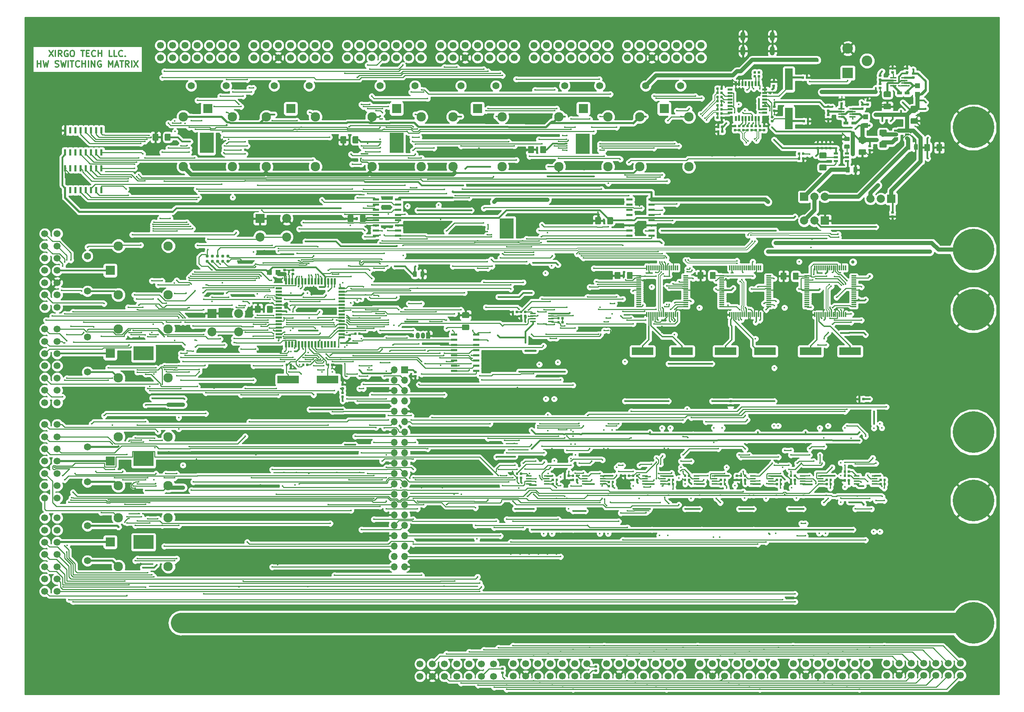
<source format=gbr>
G04 #@! TF.GenerationSoftware,KiCad,Pcbnew,(5.0.0)*
G04 #@! TF.CreationDate,2019-03-12T22:38:42-07:00*
G04 #@! TF.ProjectId,SchematicAutomation,536368656D617469634175746F6D6174,rev?*
G04 #@! TF.SameCoordinates,Original*
G04 #@! TF.FileFunction,Copper,L1,Top,Signal*
G04 #@! TF.FilePolarity,Positive*
%FSLAX45Y45*%
G04 Gerber Fmt 4.5, Leading zero omitted, Abs format (unit mm)*
G04 Created by KiCad (PCBNEW (5.0.0)) date 03/12/19 22:38:42*
%MOMM*%
%LPD*%
G01*
G04 APERTURE LIST*
G04 #@! TA.AperFunction,NonConductor*
%ADD10C,0.300000*%
G04 #@! TD*
G04 #@! TA.AperFunction,ComponentPad*
%ADD11R,1.000000X1.500000*%
G04 #@! TD*
G04 #@! TA.AperFunction,ComponentPad*
%ADD12O,1.000000X1.500000*%
G04 #@! TD*
G04 #@! TA.AperFunction,ComponentPad*
%ADD13R,1.700000X1.700000*%
G04 #@! TD*
G04 #@! TA.AperFunction,ComponentPad*
%ADD14O,1.700000X1.700000*%
G04 #@! TD*
G04 #@! TA.AperFunction,Conductor*
%ADD15C,0.150000*%
G04 #@! TD*
G04 #@! TA.AperFunction,SMDPad,CuDef*
%ADD16C,1.425000*%
G04 #@! TD*
G04 #@! TA.AperFunction,SMDPad,CuDef*
%ADD17R,1.550000X0.600000*%
G04 #@! TD*
G04 #@! TA.AperFunction,SMDPad,CuDef*
%ADD18C,0.590000*%
G04 #@! TD*
G04 #@! TA.AperFunction,ConnectorPad*
%ADD19C,0.787400*%
G04 #@! TD*
G04 #@! TA.AperFunction,ComponentPad*
%ADD20C,2.300000*%
G04 #@! TD*
G04 #@! TA.AperFunction,ComponentPad*
%ADD21R,2.300000X2.300000*%
G04 #@! TD*
G04 #@! TA.AperFunction,SMDPad,CuDef*
%ADD22R,1.200000X1.200000*%
G04 #@! TD*
G04 #@! TA.AperFunction,SMDPad,CuDef*
%ADD23R,1.200000X0.300000*%
G04 #@! TD*
G04 #@! TA.AperFunction,SMDPad,CuDef*
%ADD24R,0.300000X1.200000*%
G04 #@! TD*
G04 #@! TA.AperFunction,SMDPad,CuDef*
%ADD25R,1.450000X0.450000*%
G04 #@! TD*
G04 #@! TA.AperFunction,SMDPad,CuDef*
%ADD26C,0.975000*%
G04 #@! TD*
G04 #@! TA.AperFunction,SMDPad,CuDef*
%ADD27R,1.000000X0.550000*%
G04 #@! TD*
G04 #@! TA.AperFunction,ComponentPad*
%ADD28R,2.200000X2.200000*%
G04 #@! TD*
G04 #@! TA.AperFunction,ComponentPad*
%ADD29C,2.200000*%
G04 #@! TD*
G04 #@! TA.AperFunction,ComponentPad*
%ADD30R,2.000000X2.000000*%
G04 #@! TD*
G04 #@! TA.AperFunction,ComponentPad*
%ADD31C,2.000000*%
G04 #@! TD*
G04 #@! TA.AperFunction,ComponentPad*
%ADD32O,1.200000X2.300000*%
G04 #@! TD*
G04 #@! TA.AperFunction,SMDPad,CuDef*
%ADD33R,5.334000X1.930400*%
G04 #@! TD*
G04 #@! TA.AperFunction,ComponentPad*
%ADD34C,10.160000*%
G04 #@! TD*
G04 #@! TA.AperFunction,SMDPad,CuDef*
%ADD35R,1.560000X0.400000*%
G04 #@! TD*
G04 #@! TA.AperFunction,SMDPad,CuDef*
%ADD36R,1.200000X0.750000*%
G04 #@! TD*
G04 #@! TA.AperFunction,ComponentPad*
%ADD37C,1.700000*%
G04 #@! TD*
G04 #@! TA.AperFunction,SMDPad,CuDef*
%ADD38R,1.200000X0.500000*%
G04 #@! TD*
G04 #@! TA.AperFunction,SMDPad,CuDef*
%ADD39R,0.500000X1.200000*%
G04 #@! TD*
G04 #@! TA.AperFunction,ComponentPad*
%ADD40C,2.600000*%
G04 #@! TD*
G04 #@! TA.AperFunction,ComponentPad*
%ADD41R,2.600000X2.600000*%
G04 #@! TD*
G04 #@! TA.AperFunction,SMDPad,CuDef*
%ADD42R,0.550000X1.500000*%
G04 #@! TD*
G04 #@! TA.AperFunction,SMDPad,CuDef*
%ADD43R,1.500000X0.550000*%
G04 #@! TD*
G04 #@! TA.AperFunction,SMDPad,CuDef*
%ADD44R,1.930400X5.334000*%
G04 #@! TD*
G04 #@! TA.AperFunction,ComponentPad*
%ADD45C,1.733000*%
G04 #@! TD*
G04 #@! TA.AperFunction,SMDPad,CuDef*
%ADD46R,0.600000X1.550000*%
G04 #@! TD*
G04 #@! TA.AperFunction,ComponentPad*
%ADD47C,0.380000*%
G04 #@! TD*
G04 #@! TA.AperFunction,Conductor*
%ADD48R,5.000000X3.400000*%
G04 #@! TD*
G04 #@! TA.AperFunction,Conductor*
%ADD49R,3.400000X5.000000*%
G04 #@! TD*
G04 #@! TA.AperFunction,ViaPad*
%ADD50C,0.450000*%
G04 #@! TD*
G04 #@! TA.AperFunction,ViaPad*
%ADD51C,0.800000*%
G04 #@! TD*
G04 #@! TA.AperFunction,ViaPad*
%ADD52C,0.600000*%
G04 #@! TD*
G04 #@! TA.AperFunction,ViaPad*
%ADD53C,3.000000*%
G04 #@! TD*
G04 #@! TA.AperFunction,Conductor*
%ADD54C,0.250000*%
G04 #@! TD*
G04 #@! TA.AperFunction,Conductor*
%ADD55C,0.400000*%
G04 #@! TD*
G04 #@! TA.AperFunction,Conductor*
%ADD56C,1.000000*%
G04 #@! TD*
G04 #@! TA.AperFunction,Conductor*
%ADD57C,0.500000*%
G04 #@! TD*
G04 #@! TA.AperFunction,Conductor*
%ADD58C,5.000000*%
G04 #@! TD*
G04 #@! TA.AperFunction,Conductor*
%ADD59C,0.300000*%
G04 #@! TD*
G04 #@! TA.AperFunction,Conductor*
%ADD60C,0.200000*%
G04 #@! TD*
G04 #@! TA.AperFunction,Conductor*
%ADD61C,0.254000*%
G04 #@! TD*
G04 APERTURE END LIST*
D10*
X4445514Y-2381157D02*
X4545514Y-2531157D01*
X4545514Y-2381157D02*
X4445514Y-2531157D01*
X4602657Y-2531157D02*
X4602657Y-2381157D01*
X4759800Y-2531157D02*
X4709800Y-2459729D01*
X4674086Y-2531157D02*
X4674086Y-2381157D01*
X4731229Y-2381157D01*
X4745514Y-2388300D01*
X4752657Y-2395443D01*
X4759800Y-2409729D01*
X4759800Y-2431157D01*
X4752657Y-2445443D01*
X4745514Y-2452586D01*
X4731229Y-2459729D01*
X4674086Y-2459729D01*
X4902657Y-2388300D02*
X4888371Y-2381157D01*
X4866943Y-2381157D01*
X4845514Y-2388300D01*
X4831229Y-2402586D01*
X4824086Y-2416871D01*
X4816943Y-2445443D01*
X4816943Y-2466871D01*
X4824086Y-2495443D01*
X4831229Y-2509729D01*
X4845514Y-2524014D01*
X4866943Y-2531157D01*
X4881229Y-2531157D01*
X4902657Y-2524014D01*
X4909800Y-2516871D01*
X4909800Y-2466871D01*
X4881229Y-2466871D01*
X5002657Y-2381157D02*
X5031229Y-2381157D01*
X5045514Y-2388300D01*
X5059800Y-2402586D01*
X5066943Y-2431157D01*
X5066943Y-2481157D01*
X5059800Y-2509729D01*
X5045514Y-2524014D01*
X5031229Y-2531157D01*
X5002657Y-2531157D01*
X4988371Y-2524014D01*
X4974086Y-2509729D01*
X4966943Y-2481157D01*
X4966943Y-2431157D01*
X4974086Y-2402586D01*
X4988371Y-2388300D01*
X5002657Y-2381157D01*
X5224086Y-2381157D02*
X5309800Y-2381157D01*
X5266943Y-2531157D02*
X5266943Y-2381157D01*
X5359800Y-2452586D02*
X5409800Y-2452586D01*
X5431229Y-2531157D02*
X5359800Y-2531157D01*
X5359800Y-2381157D01*
X5431229Y-2381157D01*
X5581229Y-2516871D02*
X5574086Y-2524014D01*
X5552657Y-2531157D01*
X5538371Y-2531157D01*
X5516943Y-2524014D01*
X5502657Y-2509729D01*
X5495514Y-2495443D01*
X5488371Y-2466871D01*
X5488371Y-2445443D01*
X5495514Y-2416871D01*
X5502657Y-2402586D01*
X5516943Y-2388300D01*
X5538371Y-2381157D01*
X5552657Y-2381157D01*
X5574086Y-2388300D01*
X5581229Y-2395443D01*
X5645514Y-2531157D02*
X5645514Y-2381157D01*
X5645514Y-2452586D02*
X5731228Y-2452586D01*
X5731228Y-2531157D02*
X5731228Y-2381157D01*
X5988371Y-2531157D02*
X5916943Y-2531157D01*
X5916943Y-2381157D01*
X6109800Y-2531157D02*
X6038371Y-2531157D01*
X6038371Y-2381157D01*
X6245514Y-2516871D02*
X6238371Y-2524014D01*
X6216943Y-2531157D01*
X6202657Y-2531157D01*
X6181228Y-2524014D01*
X6166943Y-2509729D01*
X6159800Y-2495443D01*
X6152657Y-2466871D01*
X6152657Y-2445443D01*
X6159800Y-2416871D01*
X6166943Y-2402586D01*
X6181228Y-2388300D01*
X6202657Y-2381157D01*
X6216943Y-2381157D01*
X6238371Y-2388300D01*
X6245514Y-2395443D01*
X6309800Y-2516871D02*
X6316943Y-2524014D01*
X6309800Y-2531157D01*
X6302657Y-2524014D01*
X6309800Y-2516871D01*
X6309800Y-2531157D01*
X4159800Y-2786157D02*
X4159800Y-2636157D01*
X4159800Y-2707586D02*
X4245514Y-2707586D01*
X4245514Y-2786157D02*
X4245514Y-2636157D01*
X4302657Y-2636157D02*
X4338371Y-2786157D01*
X4366943Y-2679014D01*
X4395514Y-2786157D01*
X4431229Y-2636157D01*
X4595514Y-2779014D02*
X4616943Y-2786157D01*
X4652657Y-2786157D01*
X4666943Y-2779014D01*
X4674086Y-2771871D01*
X4681229Y-2757586D01*
X4681229Y-2743300D01*
X4674086Y-2729014D01*
X4666943Y-2721871D01*
X4652657Y-2714729D01*
X4624086Y-2707586D01*
X4609800Y-2700443D01*
X4602657Y-2693300D01*
X4595514Y-2679014D01*
X4595514Y-2664729D01*
X4602657Y-2650443D01*
X4609800Y-2643300D01*
X4624086Y-2636157D01*
X4659800Y-2636157D01*
X4681229Y-2643300D01*
X4731229Y-2636157D02*
X4766943Y-2786157D01*
X4795514Y-2679014D01*
X4824086Y-2786157D01*
X4859800Y-2636157D01*
X4916943Y-2786157D02*
X4916943Y-2636157D01*
X4966943Y-2636157D02*
X5052657Y-2636157D01*
X5009800Y-2786157D02*
X5009800Y-2636157D01*
X5188371Y-2771871D02*
X5181229Y-2779014D01*
X5159800Y-2786157D01*
X5145514Y-2786157D01*
X5124086Y-2779014D01*
X5109800Y-2764729D01*
X5102657Y-2750443D01*
X5095514Y-2721871D01*
X5095514Y-2700443D01*
X5102657Y-2671871D01*
X5109800Y-2657586D01*
X5124086Y-2643300D01*
X5145514Y-2636157D01*
X5159800Y-2636157D01*
X5181229Y-2643300D01*
X5188371Y-2650443D01*
X5252657Y-2786157D02*
X5252657Y-2636157D01*
X5252657Y-2707586D02*
X5338371Y-2707586D01*
X5338371Y-2786157D02*
X5338371Y-2636157D01*
X5409800Y-2786157D02*
X5409800Y-2636157D01*
X5481229Y-2786157D02*
X5481229Y-2636157D01*
X5566943Y-2786157D01*
X5566943Y-2636157D01*
X5716943Y-2643300D02*
X5702657Y-2636157D01*
X5681228Y-2636157D01*
X5659800Y-2643300D01*
X5645514Y-2657586D01*
X5638371Y-2671871D01*
X5631228Y-2700443D01*
X5631228Y-2721871D01*
X5638371Y-2750443D01*
X5645514Y-2764729D01*
X5659800Y-2779014D01*
X5681228Y-2786157D01*
X5695514Y-2786157D01*
X5716943Y-2779014D01*
X5724086Y-2771871D01*
X5724086Y-2721871D01*
X5695514Y-2721871D01*
X5902657Y-2786157D02*
X5902657Y-2636157D01*
X5952657Y-2743300D01*
X6002657Y-2636157D01*
X6002657Y-2786157D01*
X6066943Y-2743300D02*
X6138371Y-2743300D01*
X6052657Y-2786157D02*
X6102657Y-2636157D01*
X6152657Y-2786157D01*
X6181228Y-2636157D02*
X6266943Y-2636157D01*
X6224086Y-2786157D02*
X6224086Y-2636157D01*
X6402657Y-2786157D02*
X6352657Y-2714729D01*
X6316943Y-2786157D02*
X6316943Y-2636157D01*
X6374086Y-2636157D01*
X6388371Y-2643300D01*
X6395514Y-2650443D01*
X6402657Y-2664729D01*
X6402657Y-2686157D01*
X6395514Y-2700443D01*
X6388371Y-2707586D01*
X6374086Y-2714729D01*
X6316943Y-2714729D01*
X6466943Y-2786157D02*
X6466943Y-2636157D01*
X6524086Y-2636157D02*
X6624086Y-2786157D01*
X6624086Y-2636157D02*
X6524086Y-2786157D01*
D11*
G04 #@! TO.P,U17,1*
G04 #@! TO.N,GND*
X13728700Y-9372600D03*
D12*
G04 #@! TO.P,U17,3*
G04 #@! TO.N,Net-(U17-Pad3)*
X13474700Y-9372600D03*
G04 #@! TO.P,U17,2*
G04 #@! TO.N,Net-(U17-Pad2)*
X13601700Y-9372600D03*
G04 #@! TD*
D13*
G04 #@! TO.P,J23,1*
G04 #@! TO.N,+3V3*
X13148241Y-10204189D03*
D14*
G04 #@! TO.P,J23,2*
G04 #@! TO.N,+5V*
X12894241Y-10204189D03*
G04 #@! TO.P,J23,3*
G04 #@! TO.N,MUX21*
X13148241Y-10458189D03*
G04 #@! TO.P,J23,4*
G04 #@! TO.N,+5V*
X12894241Y-10458189D03*
G04 #@! TO.P,J23,5*
G04 #@! TO.N,MUX16*
X13148241Y-10712189D03*
G04 #@! TO.P,J23,6*
G04 #@! TO.N,GND*
X12894241Y-10712189D03*
G04 #@! TO.P,J23,7*
G04 #@! TO.N,MUX18*
X13148241Y-10966189D03*
G04 #@! TO.P,J23,8*
G04 #@! TO.N,/ATMEGA2560/RX*
X12894241Y-10966189D03*
G04 #@! TO.P,J23,9*
G04 #@! TO.N,GND*
X13148241Y-11220189D03*
G04 #@! TO.P,J23,10*
G04 #@! TO.N,/ATMEGA2560/TX*
X12894241Y-11220189D03*
G04 #@! TO.P,J23,11*
G04 #@! TO.N,MUXD*
X13148241Y-11474189D03*
G04 #@! TO.P,J23,12*
G04 #@! TO.N,MUXE*
X12894241Y-11474189D03*
G04 #@! TO.P,J23,13*
G04 #@! TO.N,MUXA1*
X13148241Y-11728189D03*
G04 #@! TO.P,J23,14*
G04 #@! TO.N,GND*
X12894241Y-11728189D03*
G04 #@! TO.P,J23,15*
G04 #@! TO.N,9_REL*
X13148241Y-11982189D03*
G04 #@! TO.P,J23,16*
G04 #@! TO.N,8_REL*
X12894241Y-11982189D03*
G04 #@! TO.P,J23,17*
G04 #@! TO.N,+3V3*
X13148241Y-12236189D03*
G04 #@! TO.P,J23,18*
G04 #@! TO.N,7_REL*
X12894241Y-12236189D03*
G04 #@! TO.P,J23,19*
G04 #@! TO.N,4_REL*
X13148241Y-12490189D03*
G04 #@! TO.P,J23,20*
G04 #@! TO.N,GND*
X12894241Y-12490189D03*
G04 #@! TO.P,J23,21*
G04 #@! TO.N,3_REL*
X13148241Y-12744189D03*
G04 #@! TO.P,J23,22*
G04 #@! TO.N,6_REL*
X12894241Y-12744189D03*
G04 #@! TO.P,J23,23*
G04 #@! TO.N,5_REL*
X13148241Y-12998189D03*
G04 #@! TO.P,J23,24*
G04 #@! TO.N,2_REL*
X12894241Y-12998189D03*
G04 #@! TO.P,J23,25*
G04 #@! TO.N,GND*
X13148241Y-13252189D03*
G04 #@! TO.P,J23,26*
G04 #@! TO.N,1_REL*
X12894241Y-13252189D03*
G04 #@! TO.P,J23,27*
G04 #@! TO.N,MUX17*
X13148241Y-13506189D03*
G04 #@! TO.P,J23,28*
G04 #@! TO.N,MUX19*
X12894241Y-13506189D03*
G04 #@! TO.P,J23,29*
G04 #@! TO.N,MUX20*
X13148241Y-13760189D03*
G04 #@! TO.P,J23,30*
G04 #@! TO.N,GND*
X12894241Y-13760189D03*
G04 #@! TO.P,J23,31*
G04 #@! TO.N,MUX22*
X13148241Y-14014189D03*
G04 #@! TO.P,J23,32*
G04 #@! TO.N,TX_CONT*
X12894241Y-14014189D03*
G04 #@! TO.P,J23,33*
G04 #@! TO.N,CTS_CONT*
X13148241Y-14268189D03*
G04 #@! TO.P,J23,34*
G04 #@! TO.N,GND*
X12894241Y-14268189D03*
G04 #@! TO.P,J23,35*
G04 #@! TO.N,Net-(J23-Pad35)*
X13148241Y-14522189D03*
G04 #@! TO.P,J23,36*
G04 #@! TO.N,MUXC*
X12894241Y-14522189D03*
G04 #@! TO.P,J23,37*
G04 #@! TO.N,RS232INV*
X13148241Y-14776189D03*
G04 #@! TO.P,J23,38*
G04 #@! TO.N,Net-(J23-Pad38)*
X12894241Y-14776189D03*
G04 #@! TO.P,J23,39*
G04 #@! TO.N,GND*
X13148241Y-15030189D03*
G04 #@! TO.P,J23,40*
G04 #@! TO.N,10_REL*
X12894241Y-15030189D03*
G04 #@! TD*
D15*
G04 #@! TO.N,/MUXing-2/VMux*
G04 #@! TO.C,C64*
G36*
X18231450Y-6465820D02*
X18233877Y-6466180D01*
X18236257Y-6466776D01*
X18238567Y-6467603D01*
X18240785Y-6468652D01*
X18242889Y-6469913D01*
X18244860Y-6471375D01*
X18246678Y-6473022D01*
X18248325Y-6474840D01*
X18249787Y-6476811D01*
X18251048Y-6478915D01*
X18252097Y-6481133D01*
X18252924Y-6483443D01*
X18253520Y-6485823D01*
X18253880Y-6488250D01*
X18254000Y-6490700D01*
X18254000Y-6615700D01*
X18253880Y-6618150D01*
X18253520Y-6620577D01*
X18252924Y-6622957D01*
X18252097Y-6625267D01*
X18251048Y-6627485D01*
X18249787Y-6629589D01*
X18248325Y-6631560D01*
X18246678Y-6633378D01*
X18244860Y-6635025D01*
X18242889Y-6636487D01*
X18240785Y-6637748D01*
X18238567Y-6638797D01*
X18236257Y-6639623D01*
X18233877Y-6640220D01*
X18231450Y-6640580D01*
X18229000Y-6640700D01*
X18136500Y-6640700D01*
X18134050Y-6640580D01*
X18131623Y-6640220D01*
X18129243Y-6639623D01*
X18126933Y-6638797D01*
X18124715Y-6637748D01*
X18122611Y-6636487D01*
X18120640Y-6635025D01*
X18118822Y-6633378D01*
X18117175Y-6631560D01*
X18115713Y-6629589D01*
X18114452Y-6627485D01*
X18113403Y-6625267D01*
X18112577Y-6622957D01*
X18111980Y-6620577D01*
X18111620Y-6618150D01*
X18111500Y-6615700D01*
X18111500Y-6490700D01*
X18111620Y-6488250D01*
X18111980Y-6485823D01*
X18112577Y-6483443D01*
X18113403Y-6481133D01*
X18114452Y-6478915D01*
X18115713Y-6476811D01*
X18117175Y-6474840D01*
X18118822Y-6473022D01*
X18120640Y-6471375D01*
X18122611Y-6469913D01*
X18124715Y-6468652D01*
X18126933Y-6467603D01*
X18129243Y-6466776D01*
X18131623Y-6466180D01*
X18134050Y-6465820D01*
X18136500Y-6465700D01*
X18229000Y-6465700D01*
X18231450Y-6465820D01*
X18231450Y-6465820D01*
G37*
D16*
G04 #@! TD*
G04 #@! TO.P,C64,1*
G04 #@! TO.N,/MUXing-2/VMux*
X18182750Y-6553200D03*
D15*
G04 #@! TO.N,GND*
G04 #@! TO.C,C64*
G36*
X17933950Y-6465820D02*
X17936377Y-6466180D01*
X17938757Y-6466776D01*
X17941067Y-6467603D01*
X17943285Y-6468652D01*
X17945389Y-6469913D01*
X17947360Y-6471375D01*
X17949178Y-6473022D01*
X17950825Y-6474840D01*
X17952287Y-6476811D01*
X17953548Y-6478915D01*
X17954597Y-6481133D01*
X17955424Y-6483443D01*
X17956020Y-6485823D01*
X17956380Y-6488250D01*
X17956500Y-6490700D01*
X17956500Y-6615700D01*
X17956380Y-6618150D01*
X17956020Y-6620577D01*
X17955424Y-6622957D01*
X17954597Y-6625267D01*
X17953548Y-6627485D01*
X17952287Y-6629589D01*
X17950825Y-6631560D01*
X17949178Y-6633378D01*
X17947360Y-6635025D01*
X17945389Y-6636487D01*
X17943285Y-6637748D01*
X17941067Y-6638797D01*
X17938757Y-6639623D01*
X17936377Y-6640220D01*
X17933950Y-6640580D01*
X17931500Y-6640700D01*
X17839000Y-6640700D01*
X17836550Y-6640580D01*
X17834123Y-6640220D01*
X17831743Y-6639623D01*
X17829433Y-6638797D01*
X17827215Y-6637748D01*
X17825111Y-6636487D01*
X17823140Y-6635025D01*
X17821322Y-6633378D01*
X17819675Y-6631560D01*
X17818213Y-6629589D01*
X17816952Y-6627485D01*
X17815903Y-6625267D01*
X17815077Y-6622957D01*
X17814480Y-6620577D01*
X17814120Y-6618150D01*
X17814000Y-6615700D01*
X17814000Y-6490700D01*
X17814120Y-6488250D01*
X17814480Y-6485823D01*
X17815077Y-6483443D01*
X17815903Y-6481133D01*
X17816952Y-6478915D01*
X17818213Y-6476811D01*
X17819675Y-6474840D01*
X17821322Y-6473022D01*
X17823140Y-6471375D01*
X17825111Y-6469913D01*
X17827215Y-6468652D01*
X17829433Y-6467603D01*
X17831743Y-6466776D01*
X17834123Y-6466180D01*
X17836550Y-6465820D01*
X17839000Y-6465700D01*
X17931500Y-6465700D01*
X17933950Y-6465820D01*
X17933950Y-6465820D01*
G37*
D16*
G04 #@! TD*
G04 #@! TO.P,C64,2*
G04 #@! TO.N,GND*
X17885250Y-6553200D03*
D17*
G04 #@! TO.P,U2,16*
G04 #@! TO.N,MUXD*
X18653000Y-6921500D03*
G04 #@! TO.P,U2,15*
G04 #@! TO.N,MUXE*
X18653000Y-6794500D03*
G04 #@! TO.P,U2,14*
G04 #@! TO.N,GND*
X18653000Y-6667500D03*
G04 #@! TO.P,U2,13*
G04 #@! TO.N,/MUXing-2/VMux*
X18653000Y-6540500D03*
G04 #@! TO.P,U2,12*
G04 #@! TO.N,Net-(U2-Pad12)*
X18653000Y-6413500D03*
G04 #@! TO.P,U2,11*
G04 #@! TO.N,Net-(U2-Pad11)*
X18653000Y-6286500D03*
G04 #@! TO.P,U2,10*
G04 #@! TO.N,Net-(U2-Pad10)*
X18653000Y-6159500D03*
G04 #@! TO.P,U2,9*
G04 #@! TO.N,Net-(U2-Pad9)*
X18653000Y-6032500D03*
G04 #@! TO.P,U2,8*
G04 #@! TO.N,Net-(J17-Pad1)*
X19193000Y-6032500D03*
G04 #@! TO.P,U2,7*
G04 #@! TO.N,5_OUT3*
X19193000Y-6159500D03*
G04 #@! TO.P,U2,6*
G04 #@! TO.N,5_OUT2*
X19193000Y-6286500D03*
G04 #@! TO.P,U2,5*
G04 #@! TO.N,5_OUT1*
X19193000Y-6413500D03*
G04 #@! TO.P,U2,4*
G04 #@! TO.N,5_OUT0*
X19193000Y-6540500D03*
G04 #@! TO.P,U2,3*
G04 #@! TO.N,GND*
X19193000Y-6667500D03*
G04 #@! TO.P,U2,2*
G04 #@! TO.N,MUX24*
X19193000Y-6794500D03*
G04 #@! TO.P,U2,1*
G04 #@! TO.N,MUXC*
X19193000Y-6921500D03*
G04 #@! TD*
D15*
G04 #@! TO.N,GND*
G04 #@! TO.C,C1*
G36*
X11393096Y-10051871D02*
X11394528Y-10052083D01*
X11395932Y-10052435D01*
X11397295Y-10052923D01*
X11398603Y-10053542D01*
X11399845Y-10054286D01*
X11401007Y-10055148D01*
X11402080Y-10056120D01*
X11403052Y-10057193D01*
X11403914Y-10058355D01*
X11404658Y-10059597D01*
X11405277Y-10060905D01*
X11405765Y-10062268D01*
X11406117Y-10063672D01*
X11406329Y-10065104D01*
X11406400Y-10066550D01*
X11406400Y-10101050D01*
X11406329Y-10102496D01*
X11406117Y-10103928D01*
X11405765Y-10105332D01*
X11405277Y-10106695D01*
X11404658Y-10108003D01*
X11403914Y-10109245D01*
X11403052Y-10110407D01*
X11402080Y-10111480D01*
X11401007Y-10112452D01*
X11399845Y-10113314D01*
X11398603Y-10114058D01*
X11397295Y-10114677D01*
X11395932Y-10115165D01*
X11394528Y-10115517D01*
X11393096Y-10115729D01*
X11391650Y-10115800D01*
X11362150Y-10115800D01*
X11360704Y-10115729D01*
X11359272Y-10115517D01*
X11357868Y-10115165D01*
X11356505Y-10114677D01*
X11355197Y-10114058D01*
X11353955Y-10113314D01*
X11352793Y-10112452D01*
X11351720Y-10111480D01*
X11350748Y-10110407D01*
X11349886Y-10109245D01*
X11349142Y-10108003D01*
X11348523Y-10106695D01*
X11348035Y-10105332D01*
X11347683Y-10103928D01*
X11347471Y-10102496D01*
X11347400Y-10101050D01*
X11347400Y-10066550D01*
X11347471Y-10065104D01*
X11347683Y-10063672D01*
X11348035Y-10062268D01*
X11348523Y-10060905D01*
X11349142Y-10059597D01*
X11349886Y-10058355D01*
X11350748Y-10057193D01*
X11351720Y-10056120D01*
X11352793Y-10055148D01*
X11353955Y-10054286D01*
X11355197Y-10053542D01*
X11356505Y-10052923D01*
X11357868Y-10052435D01*
X11359272Y-10052083D01*
X11360704Y-10051871D01*
X11362150Y-10051800D01*
X11391650Y-10051800D01*
X11393096Y-10051871D01*
X11393096Y-10051871D01*
G37*
D18*
G04 #@! TD*
G04 #@! TO.P,C1,1*
G04 #@! TO.N,GND*
X11376900Y-10083800D03*
D15*
G04 #@! TO.N,Net-(C1-Pad2)*
G04 #@! TO.C,C1*
G36*
X11296096Y-10051871D02*
X11297528Y-10052083D01*
X11298932Y-10052435D01*
X11300295Y-10052923D01*
X11301603Y-10053542D01*
X11302845Y-10054286D01*
X11304007Y-10055148D01*
X11305080Y-10056120D01*
X11306052Y-10057193D01*
X11306914Y-10058355D01*
X11307658Y-10059597D01*
X11308277Y-10060905D01*
X11308765Y-10062268D01*
X11309117Y-10063672D01*
X11309329Y-10065104D01*
X11309400Y-10066550D01*
X11309400Y-10101050D01*
X11309329Y-10102496D01*
X11309117Y-10103928D01*
X11308765Y-10105332D01*
X11308277Y-10106695D01*
X11307658Y-10108003D01*
X11306914Y-10109245D01*
X11306052Y-10110407D01*
X11305080Y-10111480D01*
X11304007Y-10112452D01*
X11302845Y-10113314D01*
X11301603Y-10114058D01*
X11300295Y-10114677D01*
X11298932Y-10115165D01*
X11297528Y-10115517D01*
X11296096Y-10115729D01*
X11294650Y-10115800D01*
X11265150Y-10115800D01*
X11263704Y-10115729D01*
X11262272Y-10115517D01*
X11260868Y-10115165D01*
X11259505Y-10114677D01*
X11258197Y-10114058D01*
X11256955Y-10113314D01*
X11255793Y-10112452D01*
X11254720Y-10111480D01*
X11253748Y-10110407D01*
X11252886Y-10109245D01*
X11252142Y-10108003D01*
X11251523Y-10106695D01*
X11251035Y-10105332D01*
X11250683Y-10103928D01*
X11250471Y-10102496D01*
X11250400Y-10101050D01*
X11250400Y-10066550D01*
X11250471Y-10065104D01*
X11250683Y-10063672D01*
X11251035Y-10062268D01*
X11251523Y-10060905D01*
X11252142Y-10059597D01*
X11252886Y-10058355D01*
X11253748Y-10057193D01*
X11254720Y-10056120D01*
X11255793Y-10055148D01*
X11256955Y-10054286D01*
X11258197Y-10053542D01*
X11259505Y-10052923D01*
X11260868Y-10052435D01*
X11262272Y-10052083D01*
X11263704Y-10051871D01*
X11265150Y-10051800D01*
X11294650Y-10051800D01*
X11296096Y-10051871D01*
X11296096Y-10051871D01*
G37*
D18*
G04 #@! TD*
G04 #@! TO.P,C1,2*
G04 #@! TO.N,Net-(C1-Pad2)*
X11279900Y-10083800D03*
D19*
G04 #@! TO.P,J12,1*
G04 #@! TO.N,+3V3*
X8319509Y-7546654D03*
G04 #@! TO.P,J12,2*
G04 #@! TO.N,/ATMEGA2560/TMS*
X8446509Y-7546654D03*
G04 #@! TO.P,J12,3*
G04 #@! TO.N,GND*
X8573509Y-7546654D03*
G04 #@! TO.P,J12,4*
G04 #@! TO.N,/ATMEGA2560/TCK*
X8700509Y-7546654D03*
G04 #@! TO.P,J12,5*
G04 #@! TO.N,GND*
X8827509Y-7546654D03*
G04 #@! TO.P,J12,6*
G04 #@! TO.N,/ATMEGA2560/TDO*
X8827509Y-7419654D03*
G04 #@! TO.P,J12,7*
G04 #@! TO.N,Net-(J12-Pad7)*
X8700509Y-7419654D03*
G04 #@! TO.P,J12,8*
G04 #@! TO.N,/ATMEGA2560/TDI*
X8573509Y-7419654D03*
G04 #@! TO.P,J12,9*
G04 #@! TO.N,Net-(J12-Pad9)*
X8446509Y-7419654D03*
G04 #@! TO.P,J12,10*
G04 #@! TO.N,/ATMEGA2560/\005CRESET*
X8319509Y-7419654D03*
G04 #@! TD*
D15*
G04 #@! TO.N,GND*
G04 #@! TO.C,C77*
G36*
X24300896Y-10890071D02*
X24302328Y-10890283D01*
X24303732Y-10890635D01*
X24305095Y-10891123D01*
X24306403Y-10891742D01*
X24307645Y-10892486D01*
X24308807Y-10893348D01*
X24309880Y-10894320D01*
X24310852Y-10895393D01*
X24311714Y-10896555D01*
X24312458Y-10897797D01*
X24313077Y-10899105D01*
X24313565Y-10900468D01*
X24313917Y-10901872D01*
X24314129Y-10903304D01*
X24314200Y-10904750D01*
X24314200Y-10939250D01*
X24314129Y-10940696D01*
X24313917Y-10942128D01*
X24313565Y-10943532D01*
X24313077Y-10944895D01*
X24312458Y-10946203D01*
X24311714Y-10947445D01*
X24310852Y-10948607D01*
X24309880Y-10949680D01*
X24308807Y-10950652D01*
X24307645Y-10951514D01*
X24306403Y-10952258D01*
X24305095Y-10952877D01*
X24303732Y-10953365D01*
X24302328Y-10953717D01*
X24300896Y-10953929D01*
X24299450Y-10954000D01*
X24269950Y-10954000D01*
X24268504Y-10953929D01*
X24267072Y-10953717D01*
X24265668Y-10953365D01*
X24264305Y-10952877D01*
X24262997Y-10952258D01*
X24261755Y-10951514D01*
X24260593Y-10950652D01*
X24259520Y-10949680D01*
X24258548Y-10948607D01*
X24257686Y-10947445D01*
X24256942Y-10946203D01*
X24256323Y-10944895D01*
X24255835Y-10943532D01*
X24255483Y-10942128D01*
X24255271Y-10940696D01*
X24255200Y-10939250D01*
X24255200Y-10904750D01*
X24255271Y-10903304D01*
X24255483Y-10901872D01*
X24255835Y-10900468D01*
X24256323Y-10899105D01*
X24256942Y-10897797D01*
X24257686Y-10896555D01*
X24258548Y-10895393D01*
X24259520Y-10894320D01*
X24260593Y-10893348D01*
X24261755Y-10892486D01*
X24262997Y-10891742D01*
X24264305Y-10891123D01*
X24265668Y-10890635D01*
X24267072Y-10890283D01*
X24268504Y-10890071D01*
X24269950Y-10890000D01*
X24299450Y-10890000D01*
X24300896Y-10890071D01*
X24300896Y-10890071D01*
G37*
D18*
G04 #@! TD*
G04 #@! TO.P,C77,2*
G04 #@! TO.N,GND*
X24284700Y-10922000D03*
D15*
G04 #@! TO.N,+3V3*
G04 #@! TO.C,C77*
G36*
X24397896Y-10890071D02*
X24399328Y-10890283D01*
X24400732Y-10890635D01*
X24402095Y-10891123D01*
X24403403Y-10891742D01*
X24404645Y-10892486D01*
X24405807Y-10893348D01*
X24406880Y-10894320D01*
X24407852Y-10895393D01*
X24408714Y-10896555D01*
X24409458Y-10897797D01*
X24410077Y-10899105D01*
X24410565Y-10900468D01*
X24410917Y-10901872D01*
X24411129Y-10903304D01*
X24411200Y-10904750D01*
X24411200Y-10939250D01*
X24411129Y-10940696D01*
X24410917Y-10942128D01*
X24410565Y-10943532D01*
X24410077Y-10944895D01*
X24409458Y-10946203D01*
X24408714Y-10947445D01*
X24407852Y-10948607D01*
X24406880Y-10949680D01*
X24405807Y-10950652D01*
X24404645Y-10951514D01*
X24403403Y-10952258D01*
X24402095Y-10952877D01*
X24400732Y-10953365D01*
X24399328Y-10953717D01*
X24397896Y-10953929D01*
X24396450Y-10954000D01*
X24366950Y-10954000D01*
X24365504Y-10953929D01*
X24364072Y-10953717D01*
X24362668Y-10953365D01*
X24361305Y-10952877D01*
X24359997Y-10952258D01*
X24358755Y-10951514D01*
X24357593Y-10950652D01*
X24356520Y-10949680D01*
X24355548Y-10948607D01*
X24354686Y-10947445D01*
X24353942Y-10946203D01*
X24353323Y-10944895D01*
X24352835Y-10943532D01*
X24352483Y-10942128D01*
X24352271Y-10940696D01*
X24352200Y-10939250D01*
X24352200Y-10904750D01*
X24352271Y-10903304D01*
X24352483Y-10901872D01*
X24352835Y-10900468D01*
X24353323Y-10899105D01*
X24353942Y-10897797D01*
X24354686Y-10896555D01*
X24355548Y-10895393D01*
X24356520Y-10894320D01*
X24357593Y-10893348D01*
X24358755Y-10892486D01*
X24359997Y-10891742D01*
X24361305Y-10891123D01*
X24362668Y-10890635D01*
X24364072Y-10890283D01*
X24365504Y-10890071D01*
X24366950Y-10890000D01*
X24396450Y-10890000D01*
X24397896Y-10890071D01*
X24397896Y-10890071D01*
G37*
D18*
G04 #@! TD*
G04 #@! TO.P,C77,1*
G04 #@! TO.N,+3V3*
X24381700Y-10922000D03*
D15*
G04 #@! TO.N,+5V*
G04 #@! TO.C,C71*
G36*
X25113896Y-6322871D02*
X25115328Y-6323083D01*
X25116732Y-6323435D01*
X25118095Y-6323923D01*
X25119403Y-6324542D01*
X25120645Y-6325286D01*
X25121807Y-6326148D01*
X25122880Y-6327120D01*
X25123852Y-6328193D01*
X25124714Y-6329355D01*
X25125458Y-6330597D01*
X25126077Y-6331905D01*
X25126565Y-6333268D01*
X25126917Y-6334672D01*
X25127129Y-6336104D01*
X25127200Y-6337550D01*
X25127200Y-6367050D01*
X25127129Y-6368496D01*
X25126917Y-6369928D01*
X25126565Y-6371332D01*
X25126077Y-6372695D01*
X25125458Y-6374003D01*
X25124714Y-6375245D01*
X25123852Y-6376407D01*
X25122880Y-6377480D01*
X25121807Y-6378452D01*
X25120645Y-6379314D01*
X25119403Y-6380058D01*
X25118095Y-6380677D01*
X25116732Y-6381165D01*
X25115328Y-6381517D01*
X25113896Y-6381729D01*
X25112450Y-6381800D01*
X25077950Y-6381800D01*
X25076504Y-6381729D01*
X25075072Y-6381517D01*
X25073668Y-6381165D01*
X25072305Y-6380677D01*
X25070997Y-6380058D01*
X25069755Y-6379314D01*
X25068593Y-6378452D01*
X25067520Y-6377480D01*
X25066548Y-6376407D01*
X25065686Y-6375245D01*
X25064942Y-6374003D01*
X25064323Y-6372695D01*
X25063835Y-6371332D01*
X25063483Y-6369928D01*
X25063271Y-6368496D01*
X25063200Y-6367050D01*
X25063200Y-6337550D01*
X25063271Y-6336104D01*
X25063483Y-6334672D01*
X25063835Y-6333268D01*
X25064323Y-6331905D01*
X25064942Y-6330597D01*
X25065686Y-6329355D01*
X25066548Y-6328193D01*
X25067520Y-6327120D01*
X25068593Y-6326148D01*
X25069755Y-6325286D01*
X25070997Y-6324542D01*
X25072305Y-6323923D01*
X25073668Y-6323435D01*
X25075072Y-6323083D01*
X25076504Y-6322871D01*
X25077950Y-6322800D01*
X25112450Y-6322800D01*
X25113896Y-6322871D01*
X25113896Y-6322871D01*
G37*
D18*
G04 #@! TD*
G04 #@! TO.P,C71,1*
G04 #@! TO.N,+5V*
X25095200Y-6352300D03*
D15*
G04 #@! TO.N,GND*
G04 #@! TO.C,C71*
G36*
X25113896Y-6419871D02*
X25115328Y-6420083D01*
X25116732Y-6420435D01*
X25118095Y-6420923D01*
X25119403Y-6421542D01*
X25120645Y-6422286D01*
X25121807Y-6423148D01*
X25122880Y-6424120D01*
X25123852Y-6425193D01*
X25124714Y-6426355D01*
X25125458Y-6427597D01*
X25126077Y-6428905D01*
X25126565Y-6430268D01*
X25126917Y-6431672D01*
X25127129Y-6433104D01*
X25127200Y-6434550D01*
X25127200Y-6464050D01*
X25127129Y-6465496D01*
X25126917Y-6466928D01*
X25126565Y-6468332D01*
X25126077Y-6469695D01*
X25125458Y-6471003D01*
X25124714Y-6472245D01*
X25123852Y-6473407D01*
X25122880Y-6474480D01*
X25121807Y-6475452D01*
X25120645Y-6476314D01*
X25119403Y-6477058D01*
X25118095Y-6477677D01*
X25116732Y-6478165D01*
X25115328Y-6478517D01*
X25113896Y-6478729D01*
X25112450Y-6478800D01*
X25077950Y-6478800D01*
X25076504Y-6478729D01*
X25075072Y-6478517D01*
X25073668Y-6478165D01*
X25072305Y-6477677D01*
X25070997Y-6477058D01*
X25069755Y-6476314D01*
X25068593Y-6475452D01*
X25067520Y-6474480D01*
X25066548Y-6473407D01*
X25065686Y-6472245D01*
X25064942Y-6471003D01*
X25064323Y-6469695D01*
X25063835Y-6468332D01*
X25063483Y-6466928D01*
X25063271Y-6465496D01*
X25063200Y-6464050D01*
X25063200Y-6434550D01*
X25063271Y-6433104D01*
X25063483Y-6431672D01*
X25063835Y-6430268D01*
X25064323Y-6428905D01*
X25064942Y-6427597D01*
X25065686Y-6426355D01*
X25066548Y-6425193D01*
X25067520Y-6424120D01*
X25068593Y-6423148D01*
X25069755Y-6422286D01*
X25070997Y-6421542D01*
X25072305Y-6420923D01*
X25073668Y-6420435D01*
X25075072Y-6420083D01*
X25076504Y-6419871D01*
X25077950Y-6419800D01*
X25112450Y-6419800D01*
X25113896Y-6419871D01*
X25113896Y-6419871D01*
G37*
D18*
G04 #@! TD*
G04 #@! TO.P,C71,2*
G04 #@! TO.N,GND*
X25095200Y-6449300D03*
D15*
G04 #@! TO.N,+3V3*
G04 #@! TO.C,C73*
G36*
X24504296Y-3676671D02*
X24505728Y-3676883D01*
X24507132Y-3677235D01*
X24508495Y-3677723D01*
X24509803Y-3678342D01*
X24511045Y-3679086D01*
X24512207Y-3679948D01*
X24513280Y-3680920D01*
X24514252Y-3681993D01*
X24515114Y-3683155D01*
X24515858Y-3684397D01*
X24516477Y-3685705D01*
X24516965Y-3687068D01*
X24517317Y-3688472D01*
X24517529Y-3689904D01*
X24517600Y-3691350D01*
X24517600Y-3720850D01*
X24517529Y-3722296D01*
X24517317Y-3723728D01*
X24516965Y-3725132D01*
X24516477Y-3726495D01*
X24515858Y-3727803D01*
X24515114Y-3729045D01*
X24514252Y-3730207D01*
X24513280Y-3731280D01*
X24512207Y-3732252D01*
X24511045Y-3733114D01*
X24509803Y-3733858D01*
X24508495Y-3734477D01*
X24507132Y-3734965D01*
X24505728Y-3735317D01*
X24504296Y-3735529D01*
X24502850Y-3735600D01*
X24468350Y-3735600D01*
X24466904Y-3735529D01*
X24465472Y-3735317D01*
X24464068Y-3734965D01*
X24462705Y-3734477D01*
X24461397Y-3733858D01*
X24460155Y-3733114D01*
X24458993Y-3732252D01*
X24457920Y-3731280D01*
X24456948Y-3730207D01*
X24456086Y-3729045D01*
X24455342Y-3727803D01*
X24454723Y-3726495D01*
X24454235Y-3725132D01*
X24453883Y-3723728D01*
X24453671Y-3722296D01*
X24453600Y-3720850D01*
X24453600Y-3691350D01*
X24453671Y-3689904D01*
X24453883Y-3688472D01*
X24454235Y-3687068D01*
X24454723Y-3685705D01*
X24455342Y-3684397D01*
X24456086Y-3683155D01*
X24456948Y-3681993D01*
X24457920Y-3680920D01*
X24458993Y-3679948D01*
X24460155Y-3679086D01*
X24461397Y-3678342D01*
X24462705Y-3677723D01*
X24464068Y-3677235D01*
X24465472Y-3676883D01*
X24466904Y-3676671D01*
X24468350Y-3676600D01*
X24502850Y-3676600D01*
X24504296Y-3676671D01*
X24504296Y-3676671D01*
G37*
D18*
G04 #@! TD*
G04 #@! TO.P,C73,1*
G04 #@! TO.N,+3V3*
X24485600Y-3706100D03*
D15*
G04 #@! TO.N,GND*
G04 #@! TO.C,C73*
G36*
X24504296Y-3579671D02*
X24505728Y-3579883D01*
X24507132Y-3580235D01*
X24508495Y-3580723D01*
X24509803Y-3581342D01*
X24511045Y-3582086D01*
X24512207Y-3582948D01*
X24513280Y-3583920D01*
X24514252Y-3584993D01*
X24515114Y-3586155D01*
X24515858Y-3587397D01*
X24516477Y-3588705D01*
X24516965Y-3590068D01*
X24517317Y-3591472D01*
X24517529Y-3592904D01*
X24517600Y-3594350D01*
X24517600Y-3623850D01*
X24517529Y-3625296D01*
X24517317Y-3626728D01*
X24516965Y-3628132D01*
X24516477Y-3629495D01*
X24515858Y-3630803D01*
X24515114Y-3632045D01*
X24514252Y-3633207D01*
X24513280Y-3634280D01*
X24512207Y-3635252D01*
X24511045Y-3636114D01*
X24509803Y-3636858D01*
X24508495Y-3637477D01*
X24507132Y-3637965D01*
X24505728Y-3638317D01*
X24504296Y-3638529D01*
X24502850Y-3638600D01*
X24468350Y-3638600D01*
X24466904Y-3638529D01*
X24465472Y-3638317D01*
X24464068Y-3637965D01*
X24462705Y-3637477D01*
X24461397Y-3636858D01*
X24460155Y-3636114D01*
X24458993Y-3635252D01*
X24457920Y-3634280D01*
X24456948Y-3633207D01*
X24456086Y-3632045D01*
X24455342Y-3630803D01*
X24454723Y-3629495D01*
X24454235Y-3628132D01*
X24453883Y-3626728D01*
X24453671Y-3625296D01*
X24453600Y-3623850D01*
X24453600Y-3594350D01*
X24453671Y-3592904D01*
X24453883Y-3591472D01*
X24454235Y-3590068D01*
X24454723Y-3588705D01*
X24455342Y-3587397D01*
X24456086Y-3586155D01*
X24456948Y-3584993D01*
X24457920Y-3583920D01*
X24458993Y-3582948D01*
X24460155Y-3582086D01*
X24461397Y-3581342D01*
X24462705Y-3580723D01*
X24464068Y-3580235D01*
X24465472Y-3579883D01*
X24466904Y-3579671D01*
X24468350Y-3579600D01*
X24502850Y-3579600D01*
X24504296Y-3579671D01*
X24504296Y-3579671D01*
G37*
D18*
G04 #@! TD*
G04 #@! TO.P,C73,2*
G04 #@! TO.N,GND*
X24485600Y-3609100D03*
D15*
G04 #@! TO.N,+3V3*
G04 #@! TO.C,C79*
G36*
X22218296Y-3732071D02*
X22219728Y-3732283D01*
X22221132Y-3732635D01*
X22222495Y-3733123D01*
X22223803Y-3733742D01*
X22225045Y-3734486D01*
X22226207Y-3735348D01*
X22227280Y-3736320D01*
X22228252Y-3737393D01*
X22229114Y-3738555D01*
X22229858Y-3739797D01*
X22230477Y-3741105D01*
X22230965Y-3742468D01*
X22231317Y-3743872D01*
X22231529Y-3745304D01*
X22231600Y-3746750D01*
X22231600Y-3776250D01*
X22231529Y-3777696D01*
X22231317Y-3779128D01*
X22230965Y-3780532D01*
X22230477Y-3781895D01*
X22229858Y-3783203D01*
X22229114Y-3784445D01*
X22228252Y-3785607D01*
X22227280Y-3786680D01*
X22226207Y-3787652D01*
X22225045Y-3788514D01*
X22223803Y-3789258D01*
X22222495Y-3789877D01*
X22221132Y-3790365D01*
X22219728Y-3790717D01*
X22218296Y-3790929D01*
X22216850Y-3791000D01*
X22182350Y-3791000D01*
X22180904Y-3790929D01*
X22179472Y-3790717D01*
X22178068Y-3790365D01*
X22176705Y-3789877D01*
X22175397Y-3789258D01*
X22174155Y-3788514D01*
X22172993Y-3787652D01*
X22171920Y-3786680D01*
X22170948Y-3785607D01*
X22170086Y-3784445D01*
X22169342Y-3783203D01*
X22168723Y-3781895D01*
X22168235Y-3780532D01*
X22167883Y-3779128D01*
X22167671Y-3777696D01*
X22167600Y-3776250D01*
X22167600Y-3746750D01*
X22167671Y-3745304D01*
X22167883Y-3743872D01*
X22168235Y-3742468D01*
X22168723Y-3741105D01*
X22169342Y-3739797D01*
X22170086Y-3738555D01*
X22170948Y-3737393D01*
X22171920Y-3736320D01*
X22172993Y-3735348D01*
X22174155Y-3734486D01*
X22175397Y-3733742D01*
X22176705Y-3733123D01*
X22178068Y-3732635D01*
X22179472Y-3732283D01*
X22180904Y-3732071D01*
X22182350Y-3732000D01*
X22216850Y-3732000D01*
X22218296Y-3732071D01*
X22218296Y-3732071D01*
G37*
D18*
G04 #@! TD*
G04 #@! TO.P,C79,1*
G04 #@! TO.N,+3V3*
X22199600Y-3761500D03*
D15*
G04 #@! TO.N,GND*
G04 #@! TO.C,C79*
G36*
X22218296Y-3829071D02*
X22219728Y-3829283D01*
X22221132Y-3829635D01*
X22222495Y-3830123D01*
X22223803Y-3830742D01*
X22225045Y-3831486D01*
X22226207Y-3832348D01*
X22227280Y-3833320D01*
X22228252Y-3834393D01*
X22229114Y-3835555D01*
X22229858Y-3836797D01*
X22230477Y-3838105D01*
X22230965Y-3839468D01*
X22231317Y-3840872D01*
X22231529Y-3842304D01*
X22231600Y-3843750D01*
X22231600Y-3873250D01*
X22231529Y-3874696D01*
X22231317Y-3876128D01*
X22230965Y-3877532D01*
X22230477Y-3878895D01*
X22229858Y-3880203D01*
X22229114Y-3881445D01*
X22228252Y-3882607D01*
X22227280Y-3883680D01*
X22226207Y-3884652D01*
X22225045Y-3885514D01*
X22223803Y-3886258D01*
X22222495Y-3886877D01*
X22221132Y-3887365D01*
X22219728Y-3887717D01*
X22218296Y-3887929D01*
X22216850Y-3888000D01*
X22182350Y-3888000D01*
X22180904Y-3887929D01*
X22179472Y-3887717D01*
X22178068Y-3887365D01*
X22176705Y-3886877D01*
X22175397Y-3886258D01*
X22174155Y-3885514D01*
X22172993Y-3884652D01*
X22171920Y-3883680D01*
X22170948Y-3882607D01*
X22170086Y-3881445D01*
X22169342Y-3880203D01*
X22168723Y-3878895D01*
X22168235Y-3877532D01*
X22167883Y-3876128D01*
X22167671Y-3874696D01*
X22167600Y-3873250D01*
X22167600Y-3843750D01*
X22167671Y-3842304D01*
X22167883Y-3840872D01*
X22168235Y-3839468D01*
X22168723Y-3838105D01*
X22169342Y-3836797D01*
X22170086Y-3835555D01*
X22170948Y-3834393D01*
X22171920Y-3833320D01*
X22172993Y-3832348D01*
X22174155Y-3831486D01*
X22175397Y-3830742D01*
X22176705Y-3830123D01*
X22178068Y-3829635D01*
X22179472Y-3829283D01*
X22180904Y-3829071D01*
X22182350Y-3829000D01*
X22216850Y-3829000D01*
X22218296Y-3829071D01*
X22218296Y-3829071D01*
G37*
D18*
G04 #@! TD*
G04 #@! TO.P,C79,2*
G04 #@! TO.N,GND*
X22199600Y-3858500D03*
D15*
G04 #@! TO.N,+3V3*
G04 #@! TO.C,C75*
G36*
X24555096Y-4697271D02*
X24556528Y-4697483D01*
X24557932Y-4697835D01*
X24559295Y-4698323D01*
X24560603Y-4698942D01*
X24561845Y-4699686D01*
X24563007Y-4700548D01*
X24564080Y-4701520D01*
X24565052Y-4702593D01*
X24565914Y-4703755D01*
X24566658Y-4704997D01*
X24567277Y-4706305D01*
X24567765Y-4707668D01*
X24568117Y-4709072D01*
X24568329Y-4710504D01*
X24568400Y-4711950D01*
X24568400Y-4741450D01*
X24568329Y-4742896D01*
X24568117Y-4744328D01*
X24567765Y-4745732D01*
X24567277Y-4747095D01*
X24566658Y-4748403D01*
X24565914Y-4749645D01*
X24565052Y-4750807D01*
X24564080Y-4751880D01*
X24563007Y-4752852D01*
X24561845Y-4753714D01*
X24560603Y-4754458D01*
X24559295Y-4755077D01*
X24557932Y-4755565D01*
X24556528Y-4755917D01*
X24555096Y-4756129D01*
X24553650Y-4756200D01*
X24519150Y-4756200D01*
X24517704Y-4756129D01*
X24516272Y-4755917D01*
X24514868Y-4755565D01*
X24513505Y-4755077D01*
X24512197Y-4754458D01*
X24510955Y-4753714D01*
X24509793Y-4752852D01*
X24508720Y-4751880D01*
X24507748Y-4750807D01*
X24506886Y-4749645D01*
X24506142Y-4748403D01*
X24505523Y-4747095D01*
X24505035Y-4745732D01*
X24504683Y-4744328D01*
X24504471Y-4742896D01*
X24504400Y-4741450D01*
X24504400Y-4711950D01*
X24504471Y-4710504D01*
X24504683Y-4709072D01*
X24505035Y-4707668D01*
X24505523Y-4706305D01*
X24506142Y-4704997D01*
X24506886Y-4703755D01*
X24507748Y-4702593D01*
X24508720Y-4701520D01*
X24509793Y-4700548D01*
X24510955Y-4699686D01*
X24512197Y-4698942D01*
X24513505Y-4698323D01*
X24514868Y-4697835D01*
X24516272Y-4697483D01*
X24517704Y-4697271D01*
X24519150Y-4697200D01*
X24553650Y-4697200D01*
X24555096Y-4697271D01*
X24555096Y-4697271D01*
G37*
D18*
G04 #@! TD*
G04 #@! TO.P,C75,1*
G04 #@! TO.N,+3V3*
X24536400Y-4726700D03*
D15*
G04 #@! TO.N,GND*
G04 #@! TO.C,C75*
G36*
X24555096Y-4794271D02*
X24556528Y-4794483D01*
X24557932Y-4794835D01*
X24559295Y-4795323D01*
X24560603Y-4795942D01*
X24561845Y-4796686D01*
X24563007Y-4797548D01*
X24564080Y-4798520D01*
X24565052Y-4799593D01*
X24565914Y-4800755D01*
X24566658Y-4801997D01*
X24567277Y-4803305D01*
X24567765Y-4804668D01*
X24568117Y-4806072D01*
X24568329Y-4807504D01*
X24568400Y-4808950D01*
X24568400Y-4838450D01*
X24568329Y-4839896D01*
X24568117Y-4841328D01*
X24567765Y-4842732D01*
X24567277Y-4844095D01*
X24566658Y-4845403D01*
X24565914Y-4846645D01*
X24565052Y-4847807D01*
X24564080Y-4848880D01*
X24563007Y-4849852D01*
X24561845Y-4850714D01*
X24560603Y-4851458D01*
X24559295Y-4852077D01*
X24557932Y-4852565D01*
X24556528Y-4852917D01*
X24555096Y-4853129D01*
X24553650Y-4853200D01*
X24519150Y-4853200D01*
X24517704Y-4853129D01*
X24516272Y-4852917D01*
X24514868Y-4852565D01*
X24513505Y-4852077D01*
X24512197Y-4851458D01*
X24510955Y-4850714D01*
X24509793Y-4849852D01*
X24508720Y-4848880D01*
X24507748Y-4847807D01*
X24506886Y-4846645D01*
X24506142Y-4845403D01*
X24505523Y-4844095D01*
X24505035Y-4842732D01*
X24504683Y-4841328D01*
X24504471Y-4839896D01*
X24504400Y-4838450D01*
X24504400Y-4808950D01*
X24504471Y-4807504D01*
X24504683Y-4806072D01*
X24505035Y-4804668D01*
X24505523Y-4803305D01*
X24506142Y-4801997D01*
X24506886Y-4800755D01*
X24507748Y-4799593D01*
X24508720Y-4798520D01*
X24509793Y-4797548D01*
X24510955Y-4796686D01*
X24512197Y-4795942D01*
X24513505Y-4795323D01*
X24514868Y-4794835D01*
X24516272Y-4794483D01*
X24517704Y-4794271D01*
X24519150Y-4794200D01*
X24553650Y-4794200D01*
X24555096Y-4794271D01*
X24555096Y-4794271D01*
G37*
D18*
G04 #@! TD*
G04 #@! TO.P,C75,2*
G04 #@! TO.N,GND*
X24536400Y-4823700D03*
D15*
G04 #@! TO.N,+12V*
G04 #@! TO.C,C7*
G36*
X25032750Y-3387061D02*
X25035177Y-3387421D01*
X25037557Y-3388017D01*
X25039867Y-3388844D01*
X25042085Y-3389893D01*
X25044189Y-3391154D01*
X25046160Y-3392616D01*
X25047978Y-3394263D01*
X25049625Y-3396081D01*
X25051087Y-3398052D01*
X25052348Y-3400156D01*
X25053397Y-3402374D01*
X25054223Y-3404684D01*
X25054820Y-3407064D01*
X25055180Y-3409491D01*
X25055300Y-3411941D01*
X25055300Y-3504441D01*
X25055180Y-3506891D01*
X25054820Y-3509318D01*
X25054223Y-3511698D01*
X25053397Y-3514008D01*
X25052348Y-3516226D01*
X25051087Y-3518330D01*
X25049625Y-3520301D01*
X25047978Y-3522119D01*
X25046160Y-3523766D01*
X25044189Y-3525228D01*
X25042085Y-3526489D01*
X25039867Y-3527538D01*
X25037557Y-3528364D01*
X25035177Y-3528961D01*
X25032750Y-3529321D01*
X25030300Y-3529441D01*
X24905300Y-3529441D01*
X24902850Y-3529321D01*
X24900423Y-3528961D01*
X24898043Y-3528364D01*
X24895733Y-3527538D01*
X24893515Y-3526489D01*
X24891411Y-3525228D01*
X24889440Y-3523766D01*
X24887622Y-3522119D01*
X24885975Y-3520301D01*
X24884513Y-3518330D01*
X24883252Y-3516226D01*
X24882203Y-3514008D01*
X24881376Y-3511698D01*
X24880780Y-3509318D01*
X24880420Y-3506891D01*
X24880300Y-3504441D01*
X24880300Y-3411941D01*
X24880420Y-3409491D01*
X24880780Y-3407064D01*
X24881376Y-3404684D01*
X24882203Y-3402374D01*
X24883252Y-3400156D01*
X24884513Y-3398052D01*
X24885975Y-3396081D01*
X24887622Y-3394263D01*
X24889440Y-3392616D01*
X24891411Y-3391154D01*
X24893515Y-3389893D01*
X24895733Y-3388844D01*
X24898043Y-3388017D01*
X24900423Y-3387421D01*
X24902850Y-3387061D01*
X24905300Y-3386941D01*
X25030300Y-3386941D01*
X25032750Y-3387061D01*
X25032750Y-3387061D01*
G37*
D16*
G04 #@! TD*
G04 #@! TO.P,C7,1*
G04 #@! TO.N,+12V*
X24967800Y-3458191D03*
D15*
G04 #@! TO.N,GND*
G04 #@! TO.C,C7*
G36*
X25032750Y-3684561D02*
X25035177Y-3684921D01*
X25037557Y-3685517D01*
X25039867Y-3686344D01*
X25042085Y-3687393D01*
X25044189Y-3688654D01*
X25046160Y-3690116D01*
X25047978Y-3691763D01*
X25049625Y-3693581D01*
X25051087Y-3695552D01*
X25052348Y-3697656D01*
X25053397Y-3699874D01*
X25054223Y-3702184D01*
X25054820Y-3704564D01*
X25055180Y-3706991D01*
X25055300Y-3709441D01*
X25055300Y-3801941D01*
X25055180Y-3804391D01*
X25054820Y-3806818D01*
X25054223Y-3809198D01*
X25053397Y-3811508D01*
X25052348Y-3813726D01*
X25051087Y-3815830D01*
X25049625Y-3817801D01*
X25047978Y-3819619D01*
X25046160Y-3821266D01*
X25044189Y-3822728D01*
X25042085Y-3823989D01*
X25039867Y-3825038D01*
X25037557Y-3825864D01*
X25035177Y-3826461D01*
X25032750Y-3826821D01*
X25030300Y-3826941D01*
X24905300Y-3826941D01*
X24902850Y-3826821D01*
X24900423Y-3826461D01*
X24898043Y-3825864D01*
X24895733Y-3825038D01*
X24893515Y-3823989D01*
X24891411Y-3822728D01*
X24889440Y-3821266D01*
X24887622Y-3819619D01*
X24885975Y-3817801D01*
X24884513Y-3815830D01*
X24883252Y-3813726D01*
X24882203Y-3811508D01*
X24881376Y-3809198D01*
X24880780Y-3806818D01*
X24880420Y-3804391D01*
X24880300Y-3801941D01*
X24880300Y-3709441D01*
X24880420Y-3706991D01*
X24880780Y-3704564D01*
X24881376Y-3702184D01*
X24882203Y-3699874D01*
X24883252Y-3697656D01*
X24884513Y-3695552D01*
X24885975Y-3693581D01*
X24887622Y-3691763D01*
X24889440Y-3690116D01*
X24891411Y-3688654D01*
X24893515Y-3687393D01*
X24895733Y-3686344D01*
X24898043Y-3685517D01*
X24900423Y-3684921D01*
X24902850Y-3684561D01*
X24905300Y-3684441D01*
X25030300Y-3684441D01*
X25032750Y-3684561D01*
X25032750Y-3684561D01*
G37*
D16*
G04 #@! TD*
G04 #@! TO.P,C7,2*
G04 #@! TO.N,GND*
X24967800Y-3755691D03*
D15*
G04 #@! TO.N,+5V*
G04 #@! TO.C,C66*
G36*
X25992350Y-4675120D02*
X25994777Y-4675480D01*
X25997157Y-4676077D01*
X25999467Y-4676903D01*
X26001685Y-4677952D01*
X26003789Y-4679213D01*
X26005760Y-4680675D01*
X26007578Y-4682322D01*
X26009225Y-4684140D01*
X26010687Y-4686111D01*
X26011948Y-4688215D01*
X26012997Y-4690433D01*
X26013823Y-4692743D01*
X26014420Y-4695123D01*
X26014780Y-4697550D01*
X26014900Y-4700000D01*
X26014900Y-4825000D01*
X26014780Y-4827450D01*
X26014420Y-4829877D01*
X26013823Y-4832257D01*
X26012997Y-4834567D01*
X26011948Y-4836785D01*
X26010687Y-4838889D01*
X26009225Y-4840860D01*
X26007578Y-4842678D01*
X26005760Y-4844325D01*
X26003789Y-4845787D01*
X26001685Y-4847048D01*
X25999467Y-4848097D01*
X25997157Y-4848924D01*
X25994777Y-4849520D01*
X25992350Y-4849880D01*
X25989900Y-4850000D01*
X25897400Y-4850000D01*
X25894950Y-4849880D01*
X25892523Y-4849520D01*
X25890143Y-4848924D01*
X25887833Y-4848097D01*
X25885615Y-4847048D01*
X25883511Y-4845787D01*
X25881540Y-4844325D01*
X25879722Y-4842678D01*
X25878075Y-4840860D01*
X25876613Y-4838889D01*
X25875352Y-4836785D01*
X25874303Y-4834567D01*
X25873476Y-4832257D01*
X25872880Y-4829877D01*
X25872520Y-4827450D01*
X25872400Y-4825000D01*
X25872400Y-4700000D01*
X25872520Y-4697550D01*
X25872880Y-4695123D01*
X25873476Y-4692743D01*
X25874303Y-4690433D01*
X25875352Y-4688215D01*
X25876613Y-4686111D01*
X25878075Y-4684140D01*
X25879722Y-4682322D01*
X25881540Y-4680675D01*
X25883511Y-4679213D01*
X25885615Y-4677952D01*
X25887833Y-4676903D01*
X25890143Y-4676077D01*
X25892523Y-4675480D01*
X25894950Y-4675120D01*
X25897400Y-4675000D01*
X25989900Y-4675000D01*
X25992350Y-4675120D01*
X25992350Y-4675120D01*
G37*
D16*
G04 #@! TD*
G04 #@! TO.P,C66,2*
G04 #@! TO.N,+5V*
X25943650Y-4762500D03*
D15*
G04 #@! TO.N,GND*
G04 #@! TO.C,C66*
G36*
X26289850Y-4675120D02*
X26292277Y-4675480D01*
X26294657Y-4676077D01*
X26296967Y-4676903D01*
X26299185Y-4677952D01*
X26301289Y-4679213D01*
X26303260Y-4680675D01*
X26305078Y-4682322D01*
X26306725Y-4684140D01*
X26308187Y-4686111D01*
X26309448Y-4688215D01*
X26310497Y-4690433D01*
X26311323Y-4692743D01*
X26311920Y-4695123D01*
X26312280Y-4697550D01*
X26312400Y-4700000D01*
X26312400Y-4825000D01*
X26312280Y-4827450D01*
X26311920Y-4829877D01*
X26311323Y-4832257D01*
X26310497Y-4834567D01*
X26309448Y-4836785D01*
X26308187Y-4838889D01*
X26306725Y-4840860D01*
X26305078Y-4842678D01*
X26303260Y-4844325D01*
X26301289Y-4845787D01*
X26299185Y-4847048D01*
X26296967Y-4848097D01*
X26294657Y-4848924D01*
X26292277Y-4849520D01*
X26289850Y-4849880D01*
X26287400Y-4850000D01*
X26194900Y-4850000D01*
X26192450Y-4849880D01*
X26190023Y-4849520D01*
X26187643Y-4848924D01*
X26185333Y-4848097D01*
X26183115Y-4847048D01*
X26181011Y-4845787D01*
X26179040Y-4844325D01*
X26177222Y-4842678D01*
X26175575Y-4840860D01*
X26174113Y-4838889D01*
X26172852Y-4836785D01*
X26171803Y-4834567D01*
X26170976Y-4832257D01*
X26170380Y-4829877D01*
X26170020Y-4827450D01*
X26169900Y-4825000D01*
X26169900Y-4700000D01*
X26170020Y-4697550D01*
X26170380Y-4695123D01*
X26170976Y-4692743D01*
X26171803Y-4690433D01*
X26172852Y-4688215D01*
X26174113Y-4686111D01*
X26175575Y-4684140D01*
X26177222Y-4682322D01*
X26179040Y-4680675D01*
X26181011Y-4679213D01*
X26183115Y-4677952D01*
X26185333Y-4676903D01*
X26187643Y-4676077D01*
X26190023Y-4675480D01*
X26192450Y-4675120D01*
X26194900Y-4675000D01*
X26287400Y-4675000D01*
X26289850Y-4675120D01*
X26289850Y-4675120D01*
G37*
D16*
G04 #@! TD*
G04 #@! TO.P,C66,1*
G04 #@! TO.N,GND*
X26241150Y-4762500D03*
D15*
G04 #@! TO.N,GND*
G04 #@! TO.C,C65*
G36*
X7101161Y-4421120D02*
X7103588Y-4421480D01*
X7105967Y-4422077D01*
X7108277Y-4422903D01*
X7110495Y-4423952D01*
X7112600Y-4425213D01*
X7114570Y-4426675D01*
X7116388Y-4428322D01*
X7118036Y-4430140D01*
X7119497Y-4432111D01*
X7120758Y-4434215D01*
X7121807Y-4436433D01*
X7122634Y-4438743D01*
X7123230Y-4441123D01*
X7123590Y-4443550D01*
X7123710Y-4446000D01*
X7123710Y-4571000D01*
X7123590Y-4573450D01*
X7123230Y-4575877D01*
X7122634Y-4578257D01*
X7121807Y-4580567D01*
X7120758Y-4582785D01*
X7119497Y-4584889D01*
X7118036Y-4586860D01*
X7116388Y-4588678D01*
X7114570Y-4590325D01*
X7112600Y-4591787D01*
X7110495Y-4593048D01*
X7108277Y-4594097D01*
X7105967Y-4594924D01*
X7103588Y-4595520D01*
X7101161Y-4595880D01*
X7098710Y-4596000D01*
X7006210Y-4596000D01*
X7003760Y-4595880D01*
X7001333Y-4595520D01*
X6998953Y-4594924D01*
X6996643Y-4594097D01*
X6994425Y-4593048D01*
X6992321Y-4591787D01*
X6990351Y-4590325D01*
X6988533Y-4588678D01*
X6986885Y-4586860D01*
X6985424Y-4584889D01*
X6984162Y-4582785D01*
X6983113Y-4580567D01*
X6982287Y-4578257D01*
X6981691Y-4575877D01*
X6981331Y-4573450D01*
X6981210Y-4571000D01*
X6981210Y-4446000D01*
X6981331Y-4443550D01*
X6981691Y-4441123D01*
X6982287Y-4438743D01*
X6983113Y-4436433D01*
X6984162Y-4434215D01*
X6985424Y-4432111D01*
X6986885Y-4430140D01*
X6988533Y-4428322D01*
X6990351Y-4426675D01*
X6992321Y-4425213D01*
X6994425Y-4423952D01*
X6996643Y-4422903D01*
X6998953Y-4422077D01*
X7001333Y-4421480D01*
X7003760Y-4421120D01*
X7006210Y-4421000D01*
X7098710Y-4421000D01*
X7101161Y-4421120D01*
X7101161Y-4421120D01*
G37*
D16*
G04 #@! TD*
G04 #@! TO.P,C65,1*
G04 #@! TO.N,GND*
X7052460Y-4508500D03*
D15*
G04 #@! TO.N,VDC*
G04 #@! TO.C,C65*
G36*
X7398661Y-4421120D02*
X7401088Y-4421480D01*
X7403467Y-4422077D01*
X7405777Y-4422903D01*
X7407995Y-4423952D01*
X7410100Y-4425213D01*
X7412070Y-4426675D01*
X7413888Y-4428322D01*
X7415536Y-4430140D01*
X7416997Y-4432111D01*
X7418258Y-4434215D01*
X7419307Y-4436433D01*
X7420134Y-4438743D01*
X7420730Y-4441123D01*
X7421090Y-4443550D01*
X7421210Y-4446000D01*
X7421210Y-4571000D01*
X7421090Y-4573450D01*
X7420730Y-4575877D01*
X7420134Y-4578257D01*
X7419307Y-4580567D01*
X7418258Y-4582785D01*
X7416997Y-4584889D01*
X7415536Y-4586860D01*
X7413888Y-4588678D01*
X7412070Y-4590325D01*
X7410100Y-4591787D01*
X7407995Y-4593048D01*
X7405777Y-4594097D01*
X7403467Y-4594924D01*
X7401088Y-4595520D01*
X7398661Y-4595880D01*
X7396210Y-4596000D01*
X7303710Y-4596000D01*
X7301260Y-4595880D01*
X7298833Y-4595520D01*
X7296453Y-4594924D01*
X7294143Y-4594097D01*
X7291925Y-4593048D01*
X7289821Y-4591787D01*
X7287851Y-4590325D01*
X7286033Y-4588678D01*
X7284385Y-4586860D01*
X7282924Y-4584889D01*
X7281662Y-4582785D01*
X7280613Y-4580567D01*
X7279787Y-4578257D01*
X7279191Y-4575877D01*
X7278831Y-4573450D01*
X7278710Y-4571000D01*
X7278710Y-4446000D01*
X7278831Y-4443550D01*
X7279191Y-4441123D01*
X7279787Y-4438743D01*
X7280613Y-4436433D01*
X7281662Y-4434215D01*
X7282924Y-4432111D01*
X7284385Y-4430140D01*
X7286033Y-4428322D01*
X7287851Y-4426675D01*
X7289821Y-4425213D01*
X7291925Y-4423952D01*
X7294143Y-4422903D01*
X7296453Y-4422077D01*
X7298833Y-4421480D01*
X7301260Y-4421120D01*
X7303710Y-4421000D01*
X7396210Y-4421000D01*
X7398661Y-4421120D01*
X7398661Y-4421120D01*
G37*
D16*
G04 #@! TD*
G04 #@! TO.P,C65,2*
G04 #@! TO.N,VDC*
X7349960Y-4508500D03*
D15*
G04 #@! TO.N,Net-(C4-Pad2)*
G04 #@! TO.C,C4*
G36*
X9900250Y-8637520D02*
X9902677Y-8637880D01*
X9905057Y-8638477D01*
X9907367Y-8639303D01*
X9909585Y-8640352D01*
X9911689Y-8641613D01*
X9913660Y-8643075D01*
X9915478Y-8644722D01*
X9917125Y-8646540D01*
X9918587Y-8648511D01*
X9919848Y-8650615D01*
X9920897Y-8652833D01*
X9921724Y-8655143D01*
X9922320Y-8657523D01*
X9922680Y-8659950D01*
X9922800Y-8662400D01*
X9922800Y-8787400D01*
X9922680Y-8789850D01*
X9922320Y-8792277D01*
X9921724Y-8794657D01*
X9920897Y-8796967D01*
X9919848Y-8799185D01*
X9918587Y-8801289D01*
X9917125Y-8803260D01*
X9915478Y-8805078D01*
X9913660Y-8806725D01*
X9911689Y-8808187D01*
X9909585Y-8809448D01*
X9907367Y-8810497D01*
X9905057Y-8811324D01*
X9902677Y-8811920D01*
X9900250Y-8812280D01*
X9897800Y-8812400D01*
X9805300Y-8812400D01*
X9802850Y-8812280D01*
X9800423Y-8811920D01*
X9798043Y-8811324D01*
X9795733Y-8810497D01*
X9793515Y-8809448D01*
X9791411Y-8808187D01*
X9789440Y-8806725D01*
X9787622Y-8805078D01*
X9785975Y-8803260D01*
X9784513Y-8801289D01*
X9783252Y-8799185D01*
X9782203Y-8796967D01*
X9781377Y-8794657D01*
X9780780Y-8792277D01*
X9780420Y-8789850D01*
X9780300Y-8787400D01*
X9780300Y-8662400D01*
X9780420Y-8659950D01*
X9780780Y-8657523D01*
X9781377Y-8655143D01*
X9782203Y-8652833D01*
X9783252Y-8650615D01*
X9784513Y-8648511D01*
X9785975Y-8646540D01*
X9787622Y-8644722D01*
X9789440Y-8643075D01*
X9791411Y-8641613D01*
X9793515Y-8640352D01*
X9795733Y-8639303D01*
X9798043Y-8638477D01*
X9800423Y-8637880D01*
X9802850Y-8637520D01*
X9805300Y-8637400D01*
X9897800Y-8637400D01*
X9900250Y-8637520D01*
X9900250Y-8637520D01*
G37*
D16*
G04 #@! TD*
G04 #@! TO.P,C4,2*
G04 #@! TO.N,Net-(C4-Pad2)*
X9851550Y-8724900D03*
D15*
G04 #@! TO.N,GND*
G04 #@! TO.C,C4*
G36*
X9602750Y-8637520D02*
X9605177Y-8637880D01*
X9607557Y-8638477D01*
X9609867Y-8639303D01*
X9612085Y-8640352D01*
X9614189Y-8641613D01*
X9616160Y-8643075D01*
X9617978Y-8644722D01*
X9619625Y-8646540D01*
X9621087Y-8648511D01*
X9622348Y-8650615D01*
X9623397Y-8652833D01*
X9624224Y-8655143D01*
X9624820Y-8657523D01*
X9625180Y-8659950D01*
X9625300Y-8662400D01*
X9625300Y-8787400D01*
X9625180Y-8789850D01*
X9624820Y-8792277D01*
X9624224Y-8794657D01*
X9623397Y-8796967D01*
X9622348Y-8799185D01*
X9621087Y-8801289D01*
X9619625Y-8803260D01*
X9617978Y-8805078D01*
X9616160Y-8806725D01*
X9614189Y-8808187D01*
X9612085Y-8809448D01*
X9609867Y-8810497D01*
X9607557Y-8811324D01*
X9605177Y-8811920D01*
X9602750Y-8812280D01*
X9600300Y-8812400D01*
X9507800Y-8812400D01*
X9505350Y-8812280D01*
X9502923Y-8811920D01*
X9500543Y-8811324D01*
X9498233Y-8810497D01*
X9496015Y-8809448D01*
X9493911Y-8808187D01*
X9491940Y-8806725D01*
X9490122Y-8805078D01*
X9488475Y-8803260D01*
X9487013Y-8801289D01*
X9485752Y-8799185D01*
X9484703Y-8796967D01*
X9483877Y-8794657D01*
X9483280Y-8792277D01*
X9482920Y-8789850D01*
X9482800Y-8787400D01*
X9482800Y-8662400D01*
X9482920Y-8659950D01*
X9483280Y-8657523D01*
X9483877Y-8655143D01*
X9484703Y-8652833D01*
X9485752Y-8650615D01*
X9487013Y-8648511D01*
X9488475Y-8646540D01*
X9490122Y-8644722D01*
X9491940Y-8643075D01*
X9493911Y-8641613D01*
X9496015Y-8640352D01*
X9498233Y-8639303D01*
X9500543Y-8638477D01*
X9502923Y-8637880D01*
X9505350Y-8637520D01*
X9507800Y-8637400D01*
X9600300Y-8637400D01*
X9602750Y-8637520D01*
X9602750Y-8637520D01*
G37*
D16*
G04 #@! TD*
G04 #@! TO.P,C4,1*
G04 #@! TO.N,GND*
X9554050Y-8724900D03*
D15*
G04 #@! TO.N,Net-(C63-Pad1)*
G04 #@! TO.C,C63*
G36*
X24928550Y-4324320D02*
X24930977Y-4324680D01*
X24933357Y-4325277D01*
X24935667Y-4326103D01*
X24937885Y-4327152D01*
X24939989Y-4328413D01*
X24941960Y-4329875D01*
X24943778Y-4331522D01*
X24945425Y-4333340D01*
X24946887Y-4335311D01*
X24948148Y-4337415D01*
X24949197Y-4339633D01*
X24950023Y-4341943D01*
X24950620Y-4344323D01*
X24950980Y-4346750D01*
X24951100Y-4349200D01*
X24951100Y-4441700D01*
X24950980Y-4444150D01*
X24950620Y-4446577D01*
X24950023Y-4448957D01*
X24949197Y-4451267D01*
X24948148Y-4453485D01*
X24946887Y-4455589D01*
X24945425Y-4457560D01*
X24943778Y-4459378D01*
X24941960Y-4461025D01*
X24939989Y-4462487D01*
X24937885Y-4463748D01*
X24935667Y-4464797D01*
X24933357Y-4465624D01*
X24930977Y-4466220D01*
X24928550Y-4466580D01*
X24926100Y-4466700D01*
X24801100Y-4466700D01*
X24798650Y-4466580D01*
X24796223Y-4466220D01*
X24793843Y-4465624D01*
X24791533Y-4464797D01*
X24789315Y-4463748D01*
X24787211Y-4462487D01*
X24785240Y-4461025D01*
X24783422Y-4459378D01*
X24781775Y-4457560D01*
X24780313Y-4455589D01*
X24779052Y-4453485D01*
X24778003Y-4451267D01*
X24777176Y-4448957D01*
X24776580Y-4446577D01*
X24776220Y-4444150D01*
X24776100Y-4441700D01*
X24776100Y-4349200D01*
X24776220Y-4346750D01*
X24776580Y-4344323D01*
X24777176Y-4341943D01*
X24778003Y-4339633D01*
X24779052Y-4337415D01*
X24780313Y-4335311D01*
X24781775Y-4333340D01*
X24783422Y-4331522D01*
X24785240Y-4329875D01*
X24787211Y-4328413D01*
X24789315Y-4327152D01*
X24791533Y-4326103D01*
X24793843Y-4325277D01*
X24796223Y-4324680D01*
X24798650Y-4324320D01*
X24801100Y-4324200D01*
X24926100Y-4324200D01*
X24928550Y-4324320D01*
X24928550Y-4324320D01*
G37*
D16*
G04 #@! TD*
G04 #@! TO.P,C63,1*
G04 #@! TO.N,Net-(C63-Pad1)*
X24863600Y-4395450D03*
D15*
G04 #@! TO.N,Net-(C63-Pad2)*
G04 #@! TO.C,C63*
G36*
X24928550Y-4621820D02*
X24930977Y-4622180D01*
X24933357Y-4622777D01*
X24935667Y-4623603D01*
X24937885Y-4624652D01*
X24939989Y-4625913D01*
X24941960Y-4627375D01*
X24943778Y-4629022D01*
X24945425Y-4630840D01*
X24946887Y-4632811D01*
X24948148Y-4634915D01*
X24949197Y-4637133D01*
X24950023Y-4639443D01*
X24950620Y-4641823D01*
X24950980Y-4644250D01*
X24951100Y-4646700D01*
X24951100Y-4739200D01*
X24950980Y-4741650D01*
X24950620Y-4744077D01*
X24950023Y-4746457D01*
X24949197Y-4748767D01*
X24948148Y-4750985D01*
X24946887Y-4753089D01*
X24945425Y-4755060D01*
X24943778Y-4756878D01*
X24941960Y-4758525D01*
X24939989Y-4759987D01*
X24937885Y-4761248D01*
X24935667Y-4762297D01*
X24933357Y-4763124D01*
X24930977Y-4763720D01*
X24928550Y-4764080D01*
X24926100Y-4764200D01*
X24801100Y-4764200D01*
X24798650Y-4764080D01*
X24796223Y-4763720D01*
X24793843Y-4763124D01*
X24791533Y-4762297D01*
X24789315Y-4761248D01*
X24787211Y-4759987D01*
X24785240Y-4758525D01*
X24783422Y-4756878D01*
X24781775Y-4755060D01*
X24780313Y-4753089D01*
X24779052Y-4750985D01*
X24778003Y-4748767D01*
X24777176Y-4746457D01*
X24776580Y-4744077D01*
X24776220Y-4741650D01*
X24776100Y-4739200D01*
X24776100Y-4646700D01*
X24776220Y-4644250D01*
X24776580Y-4641823D01*
X24777176Y-4639443D01*
X24778003Y-4637133D01*
X24779052Y-4634915D01*
X24780313Y-4632811D01*
X24781775Y-4630840D01*
X24783422Y-4629022D01*
X24785240Y-4627375D01*
X24787211Y-4625913D01*
X24789315Y-4624652D01*
X24791533Y-4623603D01*
X24793843Y-4622777D01*
X24796223Y-4622180D01*
X24798650Y-4621820D01*
X24801100Y-4621700D01*
X24926100Y-4621700D01*
X24928550Y-4621820D01*
X24928550Y-4621820D01*
G37*
D16*
G04 #@! TD*
G04 #@! TO.P,C63,2*
G04 #@! TO.N,Net-(C63-Pad2)*
X24863600Y-4692950D03*
D15*
G04 #@! TO.N,GND*
G04 #@! TO.C,C51*
G36*
X25693150Y-4039220D02*
X25695577Y-4039580D01*
X25697957Y-4040176D01*
X25700267Y-4041003D01*
X25702485Y-4042052D01*
X25704589Y-4043313D01*
X25706560Y-4044775D01*
X25708378Y-4046422D01*
X25710025Y-4048240D01*
X25711487Y-4050211D01*
X25712748Y-4052315D01*
X25713797Y-4054533D01*
X25714623Y-4056843D01*
X25715220Y-4059223D01*
X25715580Y-4061650D01*
X25715700Y-4064100D01*
X25715700Y-4156600D01*
X25715580Y-4159050D01*
X25715220Y-4161477D01*
X25714623Y-4163857D01*
X25713797Y-4166167D01*
X25712748Y-4168385D01*
X25711487Y-4170489D01*
X25710025Y-4172460D01*
X25708378Y-4174278D01*
X25706560Y-4175925D01*
X25704589Y-4177387D01*
X25702485Y-4178648D01*
X25700267Y-4179697D01*
X25697957Y-4180523D01*
X25695577Y-4181120D01*
X25693150Y-4181480D01*
X25690700Y-4181600D01*
X25565700Y-4181600D01*
X25563250Y-4181480D01*
X25560823Y-4181120D01*
X25558443Y-4180523D01*
X25556133Y-4179697D01*
X25553915Y-4178648D01*
X25551811Y-4177387D01*
X25549840Y-4175925D01*
X25548022Y-4174278D01*
X25546375Y-4172460D01*
X25544913Y-4170489D01*
X25543652Y-4168385D01*
X25542603Y-4166167D01*
X25541776Y-4163857D01*
X25541180Y-4161477D01*
X25540820Y-4159050D01*
X25540700Y-4156600D01*
X25540700Y-4064100D01*
X25540820Y-4061650D01*
X25541180Y-4059223D01*
X25541776Y-4056843D01*
X25542603Y-4054533D01*
X25543652Y-4052315D01*
X25544913Y-4050211D01*
X25546375Y-4048240D01*
X25548022Y-4046422D01*
X25549840Y-4044775D01*
X25551811Y-4043313D01*
X25553915Y-4042052D01*
X25556133Y-4041003D01*
X25558443Y-4040176D01*
X25560823Y-4039580D01*
X25563250Y-4039220D01*
X25565700Y-4039100D01*
X25690700Y-4039100D01*
X25693150Y-4039220D01*
X25693150Y-4039220D01*
G37*
D16*
G04 #@! TD*
G04 #@! TO.P,C51,2*
G04 #@! TO.N,GND*
X25628200Y-4110350D03*
D15*
G04 #@! TO.N,+5V*
G04 #@! TO.C,C51*
G36*
X25693150Y-3741720D02*
X25695577Y-3742080D01*
X25697957Y-3742676D01*
X25700267Y-3743503D01*
X25702485Y-3744552D01*
X25704589Y-3745813D01*
X25706560Y-3747275D01*
X25708378Y-3748922D01*
X25710025Y-3750740D01*
X25711487Y-3752711D01*
X25712748Y-3754815D01*
X25713797Y-3757033D01*
X25714623Y-3759343D01*
X25715220Y-3761723D01*
X25715580Y-3764150D01*
X25715700Y-3766600D01*
X25715700Y-3859100D01*
X25715580Y-3861550D01*
X25715220Y-3863977D01*
X25714623Y-3866357D01*
X25713797Y-3868667D01*
X25712748Y-3870885D01*
X25711487Y-3872989D01*
X25710025Y-3874960D01*
X25708378Y-3876778D01*
X25706560Y-3878425D01*
X25704589Y-3879887D01*
X25702485Y-3881148D01*
X25700267Y-3882197D01*
X25697957Y-3883023D01*
X25695577Y-3883620D01*
X25693150Y-3883980D01*
X25690700Y-3884100D01*
X25565700Y-3884100D01*
X25563250Y-3883980D01*
X25560823Y-3883620D01*
X25558443Y-3883023D01*
X25556133Y-3882197D01*
X25553915Y-3881148D01*
X25551811Y-3879887D01*
X25549840Y-3878425D01*
X25548022Y-3876778D01*
X25546375Y-3874960D01*
X25544913Y-3872989D01*
X25543652Y-3870885D01*
X25542603Y-3868667D01*
X25541776Y-3866357D01*
X25541180Y-3863977D01*
X25540820Y-3861550D01*
X25540700Y-3859100D01*
X25540700Y-3766600D01*
X25540820Y-3764150D01*
X25541180Y-3761723D01*
X25541776Y-3759343D01*
X25542603Y-3757033D01*
X25543652Y-3754815D01*
X25544913Y-3752711D01*
X25546375Y-3750740D01*
X25548022Y-3748922D01*
X25549840Y-3747275D01*
X25551811Y-3745813D01*
X25553915Y-3744552D01*
X25556133Y-3743503D01*
X25558443Y-3742676D01*
X25560823Y-3742080D01*
X25563250Y-3741720D01*
X25565700Y-3741600D01*
X25690700Y-3741600D01*
X25693150Y-3741720D01*
X25693150Y-3741720D01*
G37*
D16*
G04 #@! TD*
G04 #@! TO.P,C51,1*
G04 #@! TO.N,+5V*
X25628200Y-3812850D03*
D15*
G04 #@! TO.N,GND*
G04 #@! TO.C,C53*
G36*
X24423150Y-4801220D02*
X24425577Y-4801580D01*
X24427957Y-4802177D01*
X24430267Y-4803003D01*
X24432485Y-4804052D01*
X24434589Y-4805313D01*
X24436560Y-4806775D01*
X24438378Y-4808422D01*
X24440025Y-4810240D01*
X24441487Y-4812211D01*
X24442748Y-4814315D01*
X24443797Y-4816533D01*
X24444623Y-4818843D01*
X24445220Y-4821223D01*
X24445580Y-4823650D01*
X24445700Y-4826100D01*
X24445700Y-4918600D01*
X24445580Y-4921050D01*
X24445220Y-4923477D01*
X24444623Y-4925857D01*
X24443797Y-4928167D01*
X24442748Y-4930385D01*
X24441487Y-4932489D01*
X24440025Y-4934460D01*
X24438378Y-4936278D01*
X24436560Y-4937925D01*
X24434589Y-4939387D01*
X24432485Y-4940648D01*
X24430267Y-4941697D01*
X24427957Y-4942524D01*
X24425577Y-4943120D01*
X24423150Y-4943480D01*
X24420700Y-4943600D01*
X24295700Y-4943600D01*
X24293250Y-4943480D01*
X24290823Y-4943120D01*
X24288443Y-4942524D01*
X24286133Y-4941697D01*
X24283915Y-4940648D01*
X24281811Y-4939387D01*
X24279840Y-4937925D01*
X24278022Y-4936278D01*
X24276375Y-4934460D01*
X24274913Y-4932489D01*
X24273652Y-4930385D01*
X24272603Y-4928167D01*
X24271776Y-4925857D01*
X24271180Y-4923477D01*
X24270820Y-4921050D01*
X24270700Y-4918600D01*
X24270700Y-4826100D01*
X24270820Y-4823650D01*
X24271180Y-4821223D01*
X24271776Y-4818843D01*
X24272603Y-4816533D01*
X24273652Y-4814315D01*
X24274913Y-4812211D01*
X24276375Y-4810240D01*
X24278022Y-4808422D01*
X24279840Y-4806775D01*
X24281811Y-4805313D01*
X24283915Y-4804052D01*
X24286133Y-4803003D01*
X24288443Y-4802177D01*
X24290823Y-4801580D01*
X24293250Y-4801220D01*
X24295700Y-4801100D01*
X24420700Y-4801100D01*
X24423150Y-4801220D01*
X24423150Y-4801220D01*
G37*
D16*
G04 #@! TD*
G04 #@! TO.P,C53,2*
G04 #@! TO.N,GND*
X24358200Y-4872350D03*
D15*
G04 #@! TO.N,+3V3*
G04 #@! TO.C,C53*
G36*
X24423150Y-4503720D02*
X24425577Y-4504080D01*
X24427957Y-4504677D01*
X24430267Y-4505503D01*
X24432485Y-4506552D01*
X24434589Y-4507813D01*
X24436560Y-4509275D01*
X24438378Y-4510922D01*
X24440025Y-4512740D01*
X24441487Y-4514711D01*
X24442748Y-4516815D01*
X24443797Y-4519033D01*
X24444623Y-4521343D01*
X24445220Y-4523723D01*
X24445580Y-4526150D01*
X24445700Y-4528600D01*
X24445700Y-4621100D01*
X24445580Y-4623550D01*
X24445220Y-4625977D01*
X24444623Y-4628357D01*
X24443797Y-4630667D01*
X24442748Y-4632885D01*
X24441487Y-4634989D01*
X24440025Y-4636960D01*
X24438378Y-4638778D01*
X24436560Y-4640425D01*
X24434589Y-4641887D01*
X24432485Y-4643148D01*
X24430267Y-4644197D01*
X24427957Y-4645024D01*
X24425577Y-4645620D01*
X24423150Y-4645980D01*
X24420700Y-4646100D01*
X24295700Y-4646100D01*
X24293250Y-4645980D01*
X24290823Y-4645620D01*
X24288443Y-4645024D01*
X24286133Y-4644197D01*
X24283915Y-4643148D01*
X24281811Y-4641887D01*
X24279840Y-4640425D01*
X24278022Y-4638778D01*
X24276375Y-4636960D01*
X24274913Y-4634989D01*
X24273652Y-4632885D01*
X24272603Y-4630667D01*
X24271776Y-4628357D01*
X24271180Y-4625977D01*
X24270820Y-4623550D01*
X24270700Y-4621100D01*
X24270700Y-4528600D01*
X24270820Y-4526150D01*
X24271180Y-4523723D01*
X24271776Y-4521343D01*
X24272603Y-4519033D01*
X24273652Y-4516815D01*
X24274913Y-4514711D01*
X24276375Y-4512740D01*
X24278022Y-4510922D01*
X24279840Y-4509275D01*
X24281811Y-4507813D01*
X24283915Y-4506552D01*
X24286133Y-4505503D01*
X24288443Y-4504677D01*
X24290823Y-4504080D01*
X24293250Y-4503720D01*
X24295700Y-4503600D01*
X24420700Y-4503600D01*
X24423150Y-4503720D01*
X24423150Y-4503720D01*
G37*
D16*
G04 #@! TD*
G04 #@! TO.P,C53,1*
G04 #@! TO.N,+3V3*
X24358200Y-4574850D03*
D15*
G04 #@! TO.N,Net-(C45-Pad2)*
G04 #@! TO.C,C45*
G36*
X20743050Y-7809620D02*
X20745477Y-7809980D01*
X20747857Y-7810576D01*
X20750167Y-7811403D01*
X20752385Y-7812452D01*
X20754489Y-7813713D01*
X20756460Y-7815175D01*
X20758278Y-7816822D01*
X20759925Y-7818640D01*
X20761387Y-7820611D01*
X20762648Y-7822715D01*
X20763697Y-7824933D01*
X20764524Y-7827243D01*
X20765120Y-7829623D01*
X20765480Y-7832050D01*
X20765600Y-7834500D01*
X20765600Y-7959500D01*
X20765480Y-7961950D01*
X20765120Y-7964377D01*
X20764524Y-7966757D01*
X20763697Y-7969067D01*
X20762648Y-7971285D01*
X20761387Y-7973389D01*
X20759925Y-7975360D01*
X20758278Y-7977178D01*
X20756460Y-7978825D01*
X20754489Y-7980287D01*
X20752385Y-7981548D01*
X20750167Y-7982597D01*
X20747857Y-7983423D01*
X20745477Y-7984020D01*
X20743050Y-7984380D01*
X20740600Y-7984500D01*
X20648100Y-7984500D01*
X20645650Y-7984380D01*
X20643223Y-7984020D01*
X20640843Y-7983423D01*
X20638533Y-7982597D01*
X20636315Y-7981548D01*
X20634211Y-7980287D01*
X20632240Y-7978825D01*
X20630422Y-7977178D01*
X20628775Y-7975360D01*
X20627313Y-7973389D01*
X20626052Y-7971285D01*
X20625003Y-7969067D01*
X20624177Y-7966757D01*
X20623580Y-7964377D01*
X20623220Y-7961950D01*
X20623100Y-7959500D01*
X20623100Y-7834500D01*
X20623220Y-7832050D01*
X20623580Y-7829623D01*
X20624177Y-7827243D01*
X20625003Y-7824933D01*
X20626052Y-7822715D01*
X20627313Y-7820611D01*
X20628775Y-7818640D01*
X20630422Y-7816822D01*
X20632240Y-7815175D01*
X20634211Y-7813713D01*
X20636315Y-7812452D01*
X20638533Y-7811403D01*
X20640843Y-7810576D01*
X20643223Y-7809980D01*
X20645650Y-7809620D01*
X20648100Y-7809500D01*
X20740600Y-7809500D01*
X20743050Y-7809620D01*
X20743050Y-7809620D01*
G37*
D16*
G04 #@! TD*
G04 #@! TO.P,C45,2*
G04 #@! TO.N,Net-(C45-Pad2)*
X20694350Y-7897000D03*
D15*
G04 #@! TO.N,GND*
G04 #@! TO.C,C45*
G36*
X20445550Y-7809620D02*
X20447977Y-7809980D01*
X20450357Y-7810576D01*
X20452667Y-7811403D01*
X20454885Y-7812452D01*
X20456989Y-7813713D01*
X20458960Y-7815175D01*
X20460778Y-7816822D01*
X20462425Y-7818640D01*
X20463887Y-7820611D01*
X20465148Y-7822715D01*
X20466197Y-7824933D01*
X20467024Y-7827243D01*
X20467620Y-7829623D01*
X20467980Y-7832050D01*
X20468100Y-7834500D01*
X20468100Y-7959500D01*
X20467980Y-7961950D01*
X20467620Y-7964377D01*
X20467024Y-7966757D01*
X20466197Y-7969067D01*
X20465148Y-7971285D01*
X20463887Y-7973389D01*
X20462425Y-7975360D01*
X20460778Y-7977178D01*
X20458960Y-7978825D01*
X20456989Y-7980287D01*
X20454885Y-7981548D01*
X20452667Y-7982597D01*
X20450357Y-7983423D01*
X20447977Y-7984020D01*
X20445550Y-7984380D01*
X20443100Y-7984500D01*
X20350600Y-7984500D01*
X20348150Y-7984380D01*
X20345723Y-7984020D01*
X20343343Y-7983423D01*
X20341033Y-7982597D01*
X20338815Y-7981548D01*
X20336711Y-7980287D01*
X20334740Y-7978825D01*
X20332922Y-7977178D01*
X20331275Y-7975360D01*
X20329813Y-7973389D01*
X20328552Y-7971285D01*
X20327503Y-7969067D01*
X20326677Y-7966757D01*
X20326080Y-7964377D01*
X20325720Y-7961950D01*
X20325600Y-7959500D01*
X20325600Y-7834500D01*
X20325720Y-7832050D01*
X20326080Y-7829623D01*
X20326677Y-7827243D01*
X20327503Y-7824933D01*
X20328552Y-7822715D01*
X20329813Y-7820611D01*
X20331275Y-7818640D01*
X20332922Y-7816822D01*
X20334740Y-7815175D01*
X20336711Y-7813713D01*
X20338815Y-7812452D01*
X20341033Y-7811403D01*
X20343343Y-7810576D01*
X20345723Y-7809980D01*
X20348150Y-7809620D01*
X20350600Y-7809500D01*
X20443100Y-7809500D01*
X20445550Y-7809620D01*
X20445550Y-7809620D01*
G37*
D16*
G04 #@! TD*
G04 #@! TO.P,C45,1*
G04 #@! TO.N,GND*
X20396850Y-7897000D03*
D15*
G04 #@! TO.N,GND*
G04 #@! TO.C,C46*
G36*
X22477550Y-7824720D02*
X22479977Y-7825080D01*
X22482357Y-7825676D01*
X22484667Y-7826503D01*
X22486885Y-7827552D01*
X22488989Y-7828813D01*
X22490960Y-7830275D01*
X22492778Y-7831922D01*
X22494425Y-7833740D01*
X22495887Y-7835711D01*
X22497148Y-7837815D01*
X22498197Y-7840033D01*
X22499023Y-7842343D01*
X22499620Y-7844723D01*
X22499980Y-7847150D01*
X22500100Y-7849600D01*
X22500100Y-7974600D01*
X22499980Y-7977050D01*
X22499620Y-7979477D01*
X22499023Y-7981857D01*
X22498197Y-7984167D01*
X22497148Y-7986385D01*
X22495887Y-7988489D01*
X22494425Y-7990460D01*
X22492778Y-7992278D01*
X22490960Y-7993925D01*
X22488989Y-7995387D01*
X22486885Y-7996648D01*
X22484667Y-7997697D01*
X22482357Y-7998523D01*
X22479977Y-7999120D01*
X22477550Y-7999480D01*
X22475100Y-7999600D01*
X22382600Y-7999600D01*
X22380150Y-7999480D01*
X22377723Y-7999120D01*
X22375343Y-7998523D01*
X22373033Y-7997697D01*
X22370815Y-7996648D01*
X22368711Y-7995387D01*
X22366740Y-7993925D01*
X22364922Y-7992278D01*
X22363275Y-7990460D01*
X22361813Y-7988489D01*
X22360552Y-7986385D01*
X22359503Y-7984167D01*
X22358677Y-7981857D01*
X22358080Y-7979477D01*
X22357720Y-7977050D01*
X22357600Y-7974600D01*
X22357600Y-7849600D01*
X22357720Y-7847150D01*
X22358080Y-7844723D01*
X22358677Y-7842343D01*
X22359503Y-7840033D01*
X22360552Y-7837815D01*
X22361813Y-7835711D01*
X22363275Y-7833740D01*
X22364922Y-7831922D01*
X22366740Y-7830275D01*
X22368711Y-7828813D01*
X22370815Y-7827552D01*
X22373033Y-7826503D01*
X22375343Y-7825676D01*
X22377723Y-7825080D01*
X22380150Y-7824720D01*
X22382600Y-7824600D01*
X22475100Y-7824600D01*
X22477550Y-7824720D01*
X22477550Y-7824720D01*
G37*
D16*
G04 #@! TD*
G04 #@! TO.P,C46,1*
G04 #@! TO.N,GND*
X22428850Y-7912100D03*
D15*
G04 #@! TO.N,Net-(C46-Pad2)*
G04 #@! TO.C,C46*
G36*
X22775050Y-7824720D02*
X22777477Y-7825080D01*
X22779857Y-7825676D01*
X22782167Y-7826503D01*
X22784385Y-7827552D01*
X22786489Y-7828813D01*
X22788460Y-7830275D01*
X22790278Y-7831922D01*
X22791925Y-7833740D01*
X22793387Y-7835711D01*
X22794648Y-7837815D01*
X22795697Y-7840033D01*
X22796523Y-7842343D01*
X22797120Y-7844723D01*
X22797480Y-7847150D01*
X22797600Y-7849600D01*
X22797600Y-7974600D01*
X22797480Y-7977050D01*
X22797120Y-7979477D01*
X22796523Y-7981857D01*
X22795697Y-7984167D01*
X22794648Y-7986385D01*
X22793387Y-7988489D01*
X22791925Y-7990460D01*
X22790278Y-7992278D01*
X22788460Y-7993925D01*
X22786489Y-7995387D01*
X22784385Y-7996648D01*
X22782167Y-7997697D01*
X22779857Y-7998523D01*
X22777477Y-7999120D01*
X22775050Y-7999480D01*
X22772600Y-7999600D01*
X22680100Y-7999600D01*
X22677650Y-7999480D01*
X22675223Y-7999120D01*
X22672843Y-7998523D01*
X22670533Y-7997697D01*
X22668315Y-7996648D01*
X22666211Y-7995387D01*
X22664240Y-7993925D01*
X22662422Y-7992278D01*
X22660775Y-7990460D01*
X22659313Y-7988489D01*
X22658052Y-7986385D01*
X22657003Y-7984167D01*
X22656176Y-7981857D01*
X22655580Y-7979477D01*
X22655220Y-7977050D01*
X22655100Y-7974600D01*
X22655100Y-7849600D01*
X22655220Y-7847150D01*
X22655580Y-7844723D01*
X22656176Y-7842343D01*
X22657003Y-7840033D01*
X22658052Y-7837815D01*
X22659313Y-7835711D01*
X22660775Y-7833740D01*
X22662422Y-7831922D01*
X22664240Y-7830275D01*
X22666211Y-7828813D01*
X22668315Y-7827552D01*
X22670533Y-7826503D01*
X22672843Y-7825676D01*
X22675223Y-7825080D01*
X22677650Y-7824720D01*
X22680100Y-7824600D01*
X22772600Y-7824600D01*
X22775050Y-7824720D01*
X22775050Y-7824720D01*
G37*
D16*
G04 #@! TD*
G04 #@! TO.P,C46,2*
G04 #@! TO.N,Net-(C46-Pad2)*
X22726350Y-7912100D03*
D15*
G04 #@! TO.N,Net-(C47-Pad2)*
G04 #@! TO.C,C47*
G36*
X18711050Y-7809620D02*
X18713477Y-7809980D01*
X18715857Y-7810576D01*
X18718167Y-7811403D01*
X18720385Y-7812452D01*
X18722489Y-7813713D01*
X18724460Y-7815175D01*
X18726278Y-7816822D01*
X18727925Y-7818640D01*
X18729387Y-7820611D01*
X18730648Y-7822715D01*
X18731697Y-7824933D01*
X18732524Y-7827243D01*
X18733120Y-7829623D01*
X18733480Y-7832050D01*
X18733600Y-7834500D01*
X18733600Y-7959500D01*
X18733480Y-7961950D01*
X18733120Y-7964377D01*
X18732524Y-7966757D01*
X18731697Y-7969067D01*
X18730648Y-7971285D01*
X18729387Y-7973389D01*
X18727925Y-7975360D01*
X18726278Y-7977178D01*
X18724460Y-7978825D01*
X18722489Y-7980287D01*
X18720385Y-7981548D01*
X18718167Y-7982597D01*
X18715857Y-7983423D01*
X18713477Y-7984020D01*
X18711050Y-7984380D01*
X18708600Y-7984500D01*
X18616100Y-7984500D01*
X18613650Y-7984380D01*
X18611223Y-7984020D01*
X18608843Y-7983423D01*
X18606533Y-7982597D01*
X18604315Y-7981548D01*
X18602211Y-7980287D01*
X18600240Y-7978825D01*
X18598422Y-7977178D01*
X18596775Y-7975360D01*
X18595313Y-7973389D01*
X18594052Y-7971285D01*
X18593003Y-7969067D01*
X18592177Y-7966757D01*
X18591580Y-7964377D01*
X18591220Y-7961950D01*
X18591100Y-7959500D01*
X18591100Y-7834500D01*
X18591220Y-7832050D01*
X18591580Y-7829623D01*
X18592177Y-7827243D01*
X18593003Y-7824933D01*
X18594052Y-7822715D01*
X18595313Y-7820611D01*
X18596775Y-7818640D01*
X18598422Y-7816822D01*
X18600240Y-7815175D01*
X18602211Y-7813713D01*
X18604315Y-7812452D01*
X18606533Y-7811403D01*
X18608843Y-7810576D01*
X18611223Y-7809980D01*
X18613650Y-7809620D01*
X18616100Y-7809500D01*
X18708600Y-7809500D01*
X18711050Y-7809620D01*
X18711050Y-7809620D01*
G37*
D16*
G04 #@! TD*
G04 #@! TO.P,C47,2*
G04 #@! TO.N,Net-(C47-Pad2)*
X18662350Y-7897000D03*
D15*
G04 #@! TO.N,GND*
G04 #@! TO.C,C47*
G36*
X18413550Y-7809620D02*
X18415977Y-7809980D01*
X18418357Y-7810576D01*
X18420667Y-7811403D01*
X18422885Y-7812452D01*
X18424989Y-7813713D01*
X18426960Y-7815175D01*
X18428778Y-7816822D01*
X18430425Y-7818640D01*
X18431887Y-7820611D01*
X18433148Y-7822715D01*
X18434197Y-7824933D01*
X18435024Y-7827243D01*
X18435620Y-7829623D01*
X18435980Y-7832050D01*
X18436100Y-7834500D01*
X18436100Y-7959500D01*
X18435980Y-7961950D01*
X18435620Y-7964377D01*
X18435024Y-7966757D01*
X18434197Y-7969067D01*
X18433148Y-7971285D01*
X18431887Y-7973389D01*
X18430425Y-7975360D01*
X18428778Y-7977178D01*
X18426960Y-7978825D01*
X18424989Y-7980287D01*
X18422885Y-7981548D01*
X18420667Y-7982597D01*
X18418357Y-7983423D01*
X18415977Y-7984020D01*
X18413550Y-7984380D01*
X18411100Y-7984500D01*
X18318600Y-7984500D01*
X18316150Y-7984380D01*
X18313723Y-7984020D01*
X18311343Y-7983423D01*
X18309033Y-7982597D01*
X18306815Y-7981548D01*
X18304711Y-7980287D01*
X18302740Y-7978825D01*
X18300922Y-7977178D01*
X18299275Y-7975360D01*
X18297813Y-7973389D01*
X18296552Y-7971285D01*
X18295503Y-7969067D01*
X18294677Y-7966757D01*
X18294080Y-7964377D01*
X18293720Y-7961950D01*
X18293600Y-7959500D01*
X18293600Y-7834500D01*
X18293720Y-7832050D01*
X18294080Y-7829623D01*
X18294677Y-7827243D01*
X18295503Y-7824933D01*
X18296552Y-7822715D01*
X18297813Y-7820611D01*
X18299275Y-7818640D01*
X18300922Y-7816822D01*
X18302740Y-7815175D01*
X18304711Y-7813713D01*
X18306815Y-7812452D01*
X18309033Y-7811403D01*
X18311343Y-7810576D01*
X18313723Y-7809980D01*
X18316150Y-7809620D01*
X18318600Y-7809500D01*
X18411100Y-7809500D01*
X18413550Y-7809620D01*
X18413550Y-7809620D01*
G37*
D16*
G04 #@! TD*
G04 #@! TO.P,C47,1*
G04 #@! TO.N,GND*
X18364850Y-7897000D03*
D15*
G04 #@! TO.N,Net-(C31-Pad1)*
G04 #@! TO.C,C31*
G36*
X23455350Y-4883120D02*
X23457777Y-4883480D01*
X23460157Y-4884077D01*
X23462467Y-4884903D01*
X23464685Y-4885952D01*
X23466789Y-4887213D01*
X23468760Y-4888675D01*
X23470578Y-4890322D01*
X23472225Y-4892140D01*
X23473687Y-4894111D01*
X23474948Y-4896215D01*
X23475997Y-4898433D01*
X23476823Y-4900743D01*
X23477420Y-4903123D01*
X23477780Y-4905550D01*
X23477900Y-4908000D01*
X23477900Y-5000500D01*
X23477780Y-5002950D01*
X23477420Y-5005377D01*
X23476823Y-5007757D01*
X23475997Y-5010067D01*
X23474948Y-5012285D01*
X23473687Y-5014389D01*
X23472225Y-5016360D01*
X23470578Y-5018178D01*
X23468760Y-5019825D01*
X23466789Y-5021287D01*
X23464685Y-5022548D01*
X23462467Y-5023597D01*
X23460157Y-5024424D01*
X23457777Y-5025020D01*
X23455350Y-5025380D01*
X23452900Y-5025500D01*
X23327900Y-5025500D01*
X23325450Y-5025380D01*
X23323023Y-5025020D01*
X23320643Y-5024424D01*
X23318333Y-5023597D01*
X23316115Y-5022548D01*
X23314011Y-5021287D01*
X23312040Y-5019825D01*
X23310222Y-5018178D01*
X23308575Y-5016360D01*
X23307113Y-5014389D01*
X23305852Y-5012285D01*
X23304803Y-5010067D01*
X23303976Y-5007757D01*
X23303380Y-5005377D01*
X23303020Y-5002950D01*
X23302900Y-5000500D01*
X23302900Y-4908000D01*
X23303020Y-4905550D01*
X23303380Y-4903123D01*
X23303976Y-4900743D01*
X23304803Y-4898433D01*
X23305852Y-4896215D01*
X23307113Y-4894111D01*
X23308575Y-4892140D01*
X23310222Y-4890322D01*
X23312040Y-4888675D01*
X23314011Y-4887213D01*
X23316115Y-4885952D01*
X23318333Y-4884903D01*
X23320643Y-4884077D01*
X23323023Y-4883480D01*
X23325450Y-4883120D01*
X23327900Y-4883000D01*
X23452900Y-4883000D01*
X23455350Y-4883120D01*
X23455350Y-4883120D01*
G37*
D16*
G04 #@! TD*
G04 #@! TO.P,C31,1*
G04 #@! TO.N,Net-(C31-Pad1)*
X23390400Y-4954250D03*
D15*
G04 #@! TO.N,Net-(C31-Pad2)*
G04 #@! TO.C,C31*
G36*
X23455350Y-5180620D02*
X23457777Y-5180980D01*
X23460157Y-5181577D01*
X23462467Y-5182403D01*
X23464685Y-5183452D01*
X23466789Y-5184713D01*
X23468760Y-5186175D01*
X23470578Y-5187822D01*
X23472225Y-5189640D01*
X23473687Y-5191611D01*
X23474948Y-5193715D01*
X23475997Y-5195933D01*
X23476823Y-5198243D01*
X23477420Y-5200623D01*
X23477780Y-5203050D01*
X23477900Y-5205500D01*
X23477900Y-5298000D01*
X23477780Y-5300450D01*
X23477420Y-5302877D01*
X23476823Y-5305257D01*
X23475997Y-5307567D01*
X23474948Y-5309785D01*
X23473687Y-5311889D01*
X23472225Y-5313860D01*
X23470578Y-5315678D01*
X23468760Y-5317325D01*
X23466789Y-5318787D01*
X23464685Y-5320048D01*
X23462467Y-5321097D01*
X23460157Y-5321924D01*
X23457777Y-5322520D01*
X23455350Y-5322880D01*
X23452900Y-5323000D01*
X23327900Y-5323000D01*
X23325450Y-5322880D01*
X23323023Y-5322520D01*
X23320643Y-5321924D01*
X23318333Y-5321097D01*
X23316115Y-5320048D01*
X23314011Y-5318787D01*
X23312040Y-5317325D01*
X23310222Y-5315678D01*
X23308575Y-5313860D01*
X23307113Y-5311889D01*
X23305852Y-5309785D01*
X23304803Y-5307567D01*
X23303976Y-5305257D01*
X23303380Y-5302877D01*
X23303020Y-5300450D01*
X23302900Y-5298000D01*
X23302900Y-5205500D01*
X23303020Y-5203050D01*
X23303380Y-5200623D01*
X23303976Y-5198243D01*
X23304803Y-5195933D01*
X23305852Y-5193715D01*
X23307113Y-5191611D01*
X23308575Y-5189640D01*
X23310222Y-5187822D01*
X23312040Y-5186175D01*
X23314011Y-5184713D01*
X23316115Y-5183452D01*
X23318333Y-5182403D01*
X23320643Y-5181577D01*
X23323023Y-5180980D01*
X23325450Y-5180620D01*
X23327900Y-5180500D01*
X23452900Y-5180500D01*
X23455350Y-5180620D01*
X23455350Y-5180620D01*
G37*
D16*
G04 #@! TD*
G04 #@! TO.P,C31,2*
G04 #@! TO.N,Net-(C31-Pad2)*
X23390400Y-5251750D03*
D15*
G04 #@! TO.N,/MUXing-2/VMux*
G04 #@! TO.C,C29*
G36*
X14708361Y-9094761D02*
X14710788Y-9095121D01*
X14713167Y-9095718D01*
X14715477Y-9096544D01*
X14717695Y-9097593D01*
X14719800Y-9098854D01*
X14721770Y-9100316D01*
X14723588Y-9101963D01*
X14725236Y-9103781D01*
X14726697Y-9105752D01*
X14727958Y-9107856D01*
X14729007Y-9110074D01*
X14729834Y-9112384D01*
X14730430Y-9114764D01*
X14730790Y-9117191D01*
X14730910Y-9119641D01*
X14730910Y-9212141D01*
X14730790Y-9214591D01*
X14730430Y-9217018D01*
X14729834Y-9219398D01*
X14729007Y-9221708D01*
X14727958Y-9223926D01*
X14726697Y-9226030D01*
X14725236Y-9228001D01*
X14723588Y-9229819D01*
X14721770Y-9231466D01*
X14719800Y-9232928D01*
X14717695Y-9234189D01*
X14715477Y-9235238D01*
X14713167Y-9236065D01*
X14710788Y-9236661D01*
X14708361Y-9237021D01*
X14705910Y-9237141D01*
X14580910Y-9237141D01*
X14578460Y-9237021D01*
X14576033Y-9236661D01*
X14573653Y-9236065D01*
X14571343Y-9235238D01*
X14569125Y-9234189D01*
X14567021Y-9232928D01*
X14565051Y-9231466D01*
X14563233Y-9229819D01*
X14561585Y-9228001D01*
X14560124Y-9226030D01*
X14558862Y-9223926D01*
X14557813Y-9221708D01*
X14556987Y-9219398D01*
X14556391Y-9217018D01*
X14556031Y-9214591D01*
X14555910Y-9212141D01*
X14555910Y-9119641D01*
X14556031Y-9117191D01*
X14556391Y-9114764D01*
X14556987Y-9112384D01*
X14557813Y-9110074D01*
X14558862Y-9107856D01*
X14560124Y-9105752D01*
X14561585Y-9103781D01*
X14563233Y-9101963D01*
X14565051Y-9100316D01*
X14567021Y-9098854D01*
X14569125Y-9097593D01*
X14571343Y-9096544D01*
X14573653Y-9095718D01*
X14576033Y-9095121D01*
X14578460Y-9094761D01*
X14580910Y-9094641D01*
X14705910Y-9094641D01*
X14708361Y-9094761D01*
X14708361Y-9094761D01*
G37*
D16*
G04 #@! TD*
G04 #@! TO.P,C29,2*
G04 #@! TO.N,/MUXing-2/VMux*
X14643410Y-9165891D03*
D15*
G04 #@! TO.N,GND*
G04 #@! TO.C,C29*
G36*
X14708361Y-8797261D02*
X14710788Y-8797621D01*
X14713167Y-8798218D01*
X14715477Y-8799044D01*
X14717695Y-8800093D01*
X14719800Y-8801354D01*
X14721770Y-8802816D01*
X14723588Y-8804463D01*
X14725236Y-8806281D01*
X14726697Y-8808252D01*
X14727958Y-8810356D01*
X14729007Y-8812574D01*
X14729834Y-8814884D01*
X14730430Y-8817264D01*
X14730790Y-8819691D01*
X14730910Y-8822141D01*
X14730910Y-8914641D01*
X14730790Y-8917091D01*
X14730430Y-8919518D01*
X14729834Y-8921898D01*
X14729007Y-8924208D01*
X14727958Y-8926426D01*
X14726697Y-8928530D01*
X14725236Y-8930501D01*
X14723588Y-8932319D01*
X14721770Y-8933966D01*
X14719800Y-8935428D01*
X14717695Y-8936689D01*
X14715477Y-8937738D01*
X14713167Y-8938565D01*
X14710788Y-8939161D01*
X14708361Y-8939521D01*
X14705910Y-8939641D01*
X14580910Y-8939641D01*
X14578460Y-8939521D01*
X14576033Y-8939161D01*
X14573653Y-8938565D01*
X14571343Y-8937738D01*
X14569125Y-8936689D01*
X14567021Y-8935428D01*
X14565051Y-8933966D01*
X14563233Y-8932319D01*
X14561585Y-8930501D01*
X14560124Y-8928530D01*
X14558862Y-8926426D01*
X14557813Y-8924208D01*
X14556987Y-8921898D01*
X14556391Y-8919518D01*
X14556031Y-8917091D01*
X14555910Y-8914641D01*
X14555910Y-8822141D01*
X14556031Y-8819691D01*
X14556391Y-8817264D01*
X14556987Y-8814884D01*
X14557813Y-8812574D01*
X14558862Y-8810356D01*
X14560124Y-8808252D01*
X14561585Y-8806281D01*
X14563233Y-8804463D01*
X14565051Y-8802816D01*
X14567021Y-8801354D01*
X14569125Y-8800093D01*
X14571343Y-8799044D01*
X14573653Y-8798218D01*
X14576033Y-8797621D01*
X14578460Y-8797261D01*
X14580910Y-8797141D01*
X14705910Y-8797141D01*
X14708361Y-8797261D01*
X14708361Y-8797261D01*
G37*
D16*
G04 #@! TD*
G04 #@! TO.P,C29,1*
G04 #@! TO.N,GND*
X14643410Y-8868391D03*
D15*
G04 #@! TO.N,VDC*
G04 #@! TO.C,C27*
G36*
X16590700Y-4725920D02*
X16593127Y-4726280D01*
X16595507Y-4726877D01*
X16597817Y-4727703D01*
X16600035Y-4728752D01*
X16602139Y-4730013D01*
X16604110Y-4731475D01*
X16605928Y-4733122D01*
X16607575Y-4734940D01*
X16609037Y-4736911D01*
X16610298Y-4739015D01*
X16611347Y-4741233D01*
X16612173Y-4743543D01*
X16612770Y-4745923D01*
X16613130Y-4748350D01*
X16613250Y-4750800D01*
X16613250Y-4875800D01*
X16613130Y-4878250D01*
X16612770Y-4880677D01*
X16612173Y-4883057D01*
X16611347Y-4885367D01*
X16610298Y-4887585D01*
X16609037Y-4889689D01*
X16607575Y-4891660D01*
X16605928Y-4893478D01*
X16604110Y-4895125D01*
X16602139Y-4896587D01*
X16600035Y-4897848D01*
X16597817Y-4898897D01*
X16595507Y-4899724D01*
X16593127Y-4900320D01*
X16590700Y-4900680D01*
X16588250Y-4900800D01*
X16495750Y-4900800D01*
X16493300Y-4900680D01*
X16490873Y-4900320D01*
X16488493Y-4899724D01*
X16486183Y-4898897D01*
X16483965Y-4897848D01*
X16481861Y-4896587D01*
X16479890Y-4895125D01*
X16478072Y-4893478D01*
X16476425Y-4891660D01*
X16474963Y-4889689D01*
X16473702Y-4887585D01*
X16472653Y-4885367D01*
X16471826Y-4883057D01*
X16471230Y-4880677D01*
X16470870Y-4878250D01*
X16470750Y-4875800D01*
X16470750Y-4750800D01*
X16470870Y-4748350D01*
X16471230Y-4745923D01*
X16471826Y-4743543D01*
X16472653Y-4741233D01*
X16473702Y-4739015D01*
X16474963Y-4736911D01*
X16476425Y-4734940D01*
X16478072Y-4733122D01*
X16479890Y-4731475D01*
X16481861Y-4730013D01*
X16483965Y-4728752D01*
X16486183Y-4727703D01*
X16488493Y-4726877D01*
X16490873Y-4726280D01*
X16493300Y-4725920D01*
X16495750Y-4725800D01*
X16588250Y-4725800D01*
X16590700Y-4725920D01*
X16590700Y-4725920D01*
G37*
D16*
G04 #@! TD*
G04 #@! TO.P,C27,1*
G04 #@! TO.N,VDC*
X16542000Y-4813300D03*
D15*
G04 #@! TO.N,GND*
G04 #@! TO.C,C27*
G36*
X16293200Y-4725920D02*
X16295627Y-4726280D01*
X16298007Y-4726877D01*
X16300317Y-4727703D01*
X16302535Y-4728752D01*
X16304639Y-4730013D01*
X16306610Y-4731475D01*
X16308428Y-4733122D01*
X16310075Y-4734940D01*
X16311537Y-4736911D01*
X16312798Y-4739015D01*
X16313847Y-4741233D01*
X16314673Y-4743543D01*
X16315270Y-4745923D01*
X16315630Y-4748350D01*
X16315750Y-4750800D01*
X16315750Y-4875800D01*
X16315630Y-4878250D01*
X16315270Y-4880677D01*
X16314673Y-4883057D01*
X16313847Y-4885367D01*
X16312798Y-4887585D01*
X16311537Y-4889689D01*
X16310075Y-4891660D01*
X16308428Y-4893478D01*
X16306610Y-4895125D01*
X16304639Y-4896587D01*
X16302535Y-4897848D01*
X16300317Y-4898897D01*
X16298007Y-4899724D01*
X16295627Y-4900320D01*
X16293200Y-4900680D01*
X16290750Y-4900800D01*
X16198250Y-4900800D01*
X16195800Y-4900680D01*
X16193373Y-4900320D01*
X16190993Y-4899724D01*
X16188683Y-4898897D01*
X16186465Y-4897848D01*
X16184361Y-4896587D01*
X16182390Y-4895125D01*
X16180572Y-4893478D01*
X16178925Y-4891660D01*
X16177463Y-4889689D01*
X16176202Y-4887585D01*
X16175153Y-4885367D01*
X16174326Y-4883057D01*
X16173730Y-4880677D01*
X16173370Y-4878250D01*
X16173250Y-4875800D01*
X16173250Y-4750800D01*
X16173370Y-4748350D01*
X16173730Y-4745923D01*
X16174326Y-4743543D01*
X16175153Y-4741233D01*
X16176202Y-4739015D01*
X16177463Y-4736911D01*
X16178925Y-4734940D01*
X16180572Y-4733122D01*
X16182390Y-4731475D01*
X16184361Y-4730013D01*
X16186465Y-4728752D01*
X16188683Y-4727703D01*
X16190993Y-4726877D01*
X16193373Y-4726280D01*
X16195800Y-4725920D01*
X16198250Y-4725800D01*
X16290750Y-4725800D01*
X16293200Y-4725920D01*
X16293200Y-4725920D01*
G37*
D16*
G04 #@! TD*
G04 #@! TO.P,C27,2*
G04 #@! TO.N,GND*
X16244500Y-4813300D03*
D15*
G04 #@! TO.N,/MUXing-2/VMux*
G04 #@! TO.C,C26*
G36*
X12174560Y-6415020D02*
X12176986Y-6415380D01*
X12179366Y-6415976D01*
X12181676Y-6416803D01*
X12183894Y-6417852D01*
X12185998Y-6419113D01*
X12187969Y-6420575D01*
X12189787Y-6422222D01*
X12191434Y-6424040D01*
X12192896Y-6426011D01*
X12194157Y-6428115D01*
X12195206Y-6430333D01*
X12196033Y-6432643D01*
X12196629Y-6435023D01*
X12196989Y-6437450D01*
X12197109Y-6439900D01*
X12197109Y-6564900D01*
X12196989Y-6567350D01*
X12196629Y-6569777D01*
X12196033Y-6572157D01*
X12195206Y-6574467D01*
X12194157Y-6576685D01*
X12192896Y-6578789D01*
X12191434Y-6580760D01*
X12189787Y-6582578D01*
X12187969Y-6584225D01*
X12185998Y-6585687D01*
X12183894Y-6586948D01*
X12181676Y-6587997D01*
X12179366Y-6588823D01*
X12176986Y-6589420D01*
X12174560Y-6589780D01*
X12172109Y-6589900D01*
X12079609Y-6589900D01*
X12077159Y-6589780D01*
X12074732Y-6589420D01*
X12072352Y-6588823D01*
X12070042Y-6587997D01*
X12067824Y-6586948D01*
X12065720Y-6585687D01*
X12063749Y-6584225D01*
X12061931Y-6582578D01*
X12060284Y-6580760D01*
X12058822Y-6578789D01*
X12057561Y-6576685D01*
X12056512Y-6574467D01*
X12055686Y-6572157D01*
X12055090Y-6569777D01*
X12054730Y-6567350D01*
X12054609Y-6564900D01*
X12054609Y-6439900D01*
X12054730Y-6437450D01*
X12055090Y-6435023D01*
X12055686Y-6432643D01*
X12056512Y-6430333D01*
X12057561Y-6428115D01*
X12058822Y-6426011D01*
X12060284Y-6424040D01*
X12061931Y-6422222D01*
X12063749Y-6420575D01*
X12065720Y-6419113D01*
X12067824Y-6417852D01*
X12070042Y-6416803D01*
X12072352Y-6415976D01*
X12074732Y-6415380D01*
X12077159Y-6415020D01*
X12079609Y-6414900D01*
X12172109Y-6414900D01*
X12174560Y-6415020D01*
X12174560Y-6415020D01*
G37*
D16*
G04 #@! TD*
G04 #@! TO.P,C26,2*
G04 #@! TO.N,/MUXing-2/VMux*
X12125859Y-6502400D03*
D15*
G04 #@! TO.N,GND*
G04 #@! TO.C,C26*
G36*
X11877060Y-6415020D02*
X11879486Y-6415380D01*
X11881866Y-6415976D01*
X11884176Y-6416803D01*
X11886394Y-6417852D01*
X11888498Y-6419113D01*
X11890469Y-6420575D01*
X11892287Y-6422222D01*
X11893934Y-6424040D01*
X11895396Y-6426011D01*
X11896657Y-6428115D01*
X11897706Y-6430333D01*
X11898533Y-6432643D01*
X11899129Y-6435023D01*
X11899489Y-6437450D01*
X11899609Y-6439900D01*
X11899609Y-6564900D01*
X11899489Y-6567350D01*
X11899129Y-6569777D01*
X11898533Y-6572157D01*
X11897706Y-6574467D01*
X11896657Y-6576685D01*
X11895396Y-6578789D01*
X11893934Y-6580760D01*
X11892287Y-6582578D01*
X11890469Y-6584225D01*
X11888498Y-6585687D01*
X11886394Y-6586948D01*
X11884176Y-6587997D01*
X11881866Y-6588823D01*
X11879486Y-6589420D01*
X11877060Y-6589780D01*
X11874609Y-6589900D01*
X11782109Y-6589900D01*
X11779659Y-6589780D01*
X11777232Y-6589420D01*
X11774852Y-6588823D01*
X11772542Y-6587997D01*
X11770324Y-6586948D01*
X11768220Y-6585687D01*
X11766249Y-6584225D01*
X11764431Y-6582578D01*
X11762784Y-6580760D01*
X11761322Y-6578789D01*
X11760061Y-6576685D01*
X11759012Y-6574467D01*
X11758186Y-6572157D01*
X11757590Y-6569777D01*
X11757230Y-6567350D01*
X11757109Y-6564900D01*
X11757109Y-6439900D01*
X11757230Y-6437450D01*
X11757590Y-6435023D01*
X11758186Y-6432643D01*
X11759012Y-6430333D01*
X11760061Y-6428115D01*
X11761322Y-6426011D01*
X11762784Y-6424040D01*
X11764431Y-6422222D01*
X11766249Y-6420575D01*
X11768220Y-6419113D01*
X11770324Y-6417852D01*
X11772542Y-6416803D01*
X11774852Y-6415976D01*
X11777232Y-6415380D01*
X11779659Y-6415020D01*
X11782109Y-6414900D01*
X11874609Y-6414900D01*
X11877060Y-6415020D01*
X11877060Y-6415020D01*
G37*
D16*
G04 #@! TD*
G04 #@! TO.P,C26,1*
G04 #@! TO.N,GND*
X11828359Y-6502400D03*
D15*
G04 #@! TO.N,VDC*
G04 #@! TO.C,C25*
G36*
X11996061Y-4484761D02*
X11998488Y-4485121D01*
X12000867Y-4485718D01*
X12003177Y-4486544D01*
X12005395Y-4487593D01*
X12007500Y-4488854D01*
X12009470Y-4490316D01*
X12011288Y-4491963D01*
X12012936Y-4493781D01*
X12014397Y-4495752D01*
X12015658Y-4497856D01*
X12016707Y-4500074D01*
X12017534Y-4502384D01*
X12018130Y-4504764D01*
X12018490Y-4507191D01*
X12018610Y-4509641D01*
X12018610Y-4634641D01*
X12018490Y-4637091D01*
X12018130Y-4639518D01*
X12017534Y-4641898D01*
X12016707Y-4644208D01*
X12015658Y-4646426D01*
X12014397Y-4648530D01*
X12012936Y-4650501D01*
X12011288Y-4652319D01*
X12009470Y-4653966D01*
X12007500Y-4655428D01*
X12005395Y-4656689D01*
X12003177Y-4657738D01*
X12000867Y-4658565D01*
X11998488Y-4659161D01*
X11996061Y-4659521D01*
X11993610Y-4659641D01*
X11901110Y-4659641D01*
X11898660Y-4659521D01*
X11896233Y-4659161D01*
X11893853Y-4658565D01*
X11891543Y-4657738D01*
X11889325Y-4656689D01*
X11887221Y-4655428D01*
X11885251Y-4653966D01*
X11883433Y-4652319D01*
X11881785Y-4650501D01*
X11880324Y-4648530D01*
X11879062Y-4646426D01*
X11878013Y-4644208D01*
X11877187Y-4641898D01*
X11876591Y-4639518D01*
X11876231Y-4637091D01*
X11876110Y-4634641D01*
X11876110Y-4509641D01*
X11876231Y-4507191D01*
X11876591Y-4504764D01*
X11877187Y-4502384D01*
X11878013Y-4500074D01*
X11879062Y-4497856D01*
X11880324Y-4495752D01*
X11881785Y-4493781D01*
X11883433Y-4491963D01*
X11885251Y-4490316D01*
X11887221Y-4488854D01*
X11889325Y-4487593D01*
X11891543Y-4486544D01*
X11893853Y-4485718D01*
X11896233Y-4485121D01*
X11898660Y-4484761D01*
X11901110Y-4484641D01*
X11993610Y-4484641D01*
X11996061Y-4484761D01*
X11996061Y-4484761D01*
G37*
D16*
G04 #@! TD*
G04 #@! TO.P,C25,1*
G04 #@! TO.N,VDC*
X11947360Y-4572141D03*
D15*
G04 #@! TO.N,GND*
G04 #@! TO.C,C25*
G36*
X11698561Y-4484761D02*
X11700988Y-4485121D01*
X11703367Y-4485718D01*
X11705677Y-4486544D01*
X11707895Y-4487593D01*
X11710000Y-4488854D01*
X11711970Y-4490316D01*
X11713788Y-4491963D01*
X11715436Y-4493781D01*
X11716897Y-4495752D01*
X11718158Y-4497856D01*
X11719207Y-4500074D01*
X11720034Y-4502384D01*
X11720630Y-4504764D01*
X11720990Y-4507191D01*
X11721110Y-4509641D01*
X11721110Y-4634641D01*
X11720990Y-4637091D01*
X11720630Y-4639518D01*
X11720034Y-4641898D01*
X11719207Y-4644208D01*
X11718158Y-4646426D01*
X11716897Y-4648530D01*
X11715436Y-4650501D01*
X11713788Y-4652319D01*
X11711970Y-4653966D01*
X11710000Y-4655428D01*
X11707895Y-4656689D01*
X11705677Y-4657738D01*
X11703367Y-4658565D01*
X11700988Y-4659161D01*
X11698561Y-4659521D01*
X11696110Y-4659641D01*
X11603610Y-4659641D01*
X11601160Y-4659521D01*
X11598733Y-4659161D01*
X11596353Y-4658565D01*
X11594043Y-4657738D01*
X11591825Y-4656689D01*
X11589721Y-4655428D01*
X11587751Y-4653966D01*
X11585933Y-4652319D01*
X11584285Y-4650501D01*
X11582824Y-4648530D01*
X11581562Y-4646426D01*
X11580513Y-4644208D01*
X11579687Y-4641898D01*
X11579091Y-4639518D01*
X11578731Y-4637091D01*
X11578610Y-4634641D01*
X11578610Y-4509641D01*
X11578731Y-4507191D01*
X11579091Y-4504764D01*
X11579687Y-4502384D01*
X11580513Y-4500074D01*
X11581562Y-4497856D01*
X11582824Y-4495752D01*
X11584285Y-4493781D01*
X11585933Y-4491963D01*
X11587751Y-4490316D01*
X11589721Y-4488854D01*
X11591825Y-4487593D01*
X11594043Y-4486544D01*
X11596353Y-4485718D01*
X11598733Y-4485121D01*
X11601160Y-4484761D01*
X11603610Y-4484641D01*
X11696110Y-4484641D01*
X11698561Y-4484761D01*
X11698561Y-4484761D01*
G37*
D16*
G04 #@! TD*
G04 #@! TO.P,C25,2*
G04 #@! TO.N,GND*
X11649860Y-4572141D03*
D20*
G04 #@! TO.P,RLY10,4*
G04 #@! TO.N,Net-(RLY10-Pad4)*
X18126000Y-5230000D03*
G04 #@! TO.P,RLY10,3*
G04 #@! TO.N,VDC*
X16926000Y-5230000D03*
G04 #@! TO.P,RLY10,5*
G04 #@! TO.N,Net-(Q2-Pad12)*
X18126000Y-4010000D03*
G04 #@! TO.P,RLY10,2*
G04 #@! TO.N,+5V*
X16926000Y-4010000D03*
D21*
G04 #@! TO.P,RLY10,1*
G04 #@! TO.N,5_GarminPWR*
X17526000Y-3810000D03*
G04 #@! TD*
D22*
G04 #@! TO.P,L9,1*
G04 #@! TO.N,Net-(C52-Pad1)*
X24434800Y-4009800D03*
G04 #@! TO.P,L9,2*
G04 #@! TO.N,+3V3*
X24434800Y-4219800D03*
G04 #@! TD*
G04 #@! TO.P,L8,2*
G04 #@! TO.N,+5V*
X25704800Y-3457800D03*
G04 #@! TO.P,L8,1*
G04 #@! TO.N,Net-(C50-Pad1)*
X25704800Y-3247800D03*
G04 #@! TD*
D23*
G04 #@! TO.P,U18,64*
G04 #@! TO.N,Net-(C47-Pad2)*
X18881400Y-8655400D03*
G04 #@! TO.P,U18,63*
G04 #@! TO.N,Net-(U18-Pad63)*
X18881400Y-8605400D03*
G04 #@! TO.P,U18,62*
G04 #@! TO.N,Net-(U18-Pad62)*
X18881400Y-8555400D03*
G04 #@! TO.P,U18,61*
G04 #@! TO.N,Net-(U18-Pad61)*
X18881400Y-8505400D03*
G04 #@! TO.P,U18,60*
G04 #@! TO.N,Net-(U18-Pad60)*
X18881400Y-8455400D03*
G04 #@! TO.P,U18,59*
G04 #@! TO.N,Net-(U18-Pad59)*
X18881400Y-8405400D03*
G04 #@! TO.P,U18,58*
G04 #@! TO.N,Net-(U18-Pad58)*
X18881400Y-8355400D03*
G04 #@! TO.P,U18,57*
G04 #@! TO.N,Net-(U18-Pad57)*
X18881400Y-8305400D03*
G04 #@! TO.P,U18,56*
G04 #@! TO.N,+3V3*
X18881400Y-8255400D03*
G04 #@! TO.P,U18,55*
G04 #@! TO.N,Net-(U18-Pad55)*
X18881400Y-8205400D03*
G04 #@! TO.P,U18,54*
G04 #@! TO.N,/RS232/sheet5BC21962/CTS_3V3*
X18881400Y-8155400D03*
G04 #@! TO.P,U18,53*
G04 #@! TO.N,/RS232/sheet5BC21962/RTS_3V3*
X18881400Y-8105400D03*
G04 #@! TO.P,U18,52*
G04 #@! TO.N,/RS232/sheet5BC21962/RX_3V3*
X18881400Y-8055400D03*
G04 #@! TO.P,U18,51*
G04 #@! TO.N,GND*
X18881400Y-8005400D03*
G04 #@! TO.P,U18,50*
G04 #@! TO.N,+3V3*
X18881400Y-7955400D03*
G04 #@! TO.P,U18,49*
G04 #@! TO.N,Net-(C47-Pad2)*
X18881400Y-7905400D03*
D24*
G04 #@! TO.P,U18,48*
G04 #@! TO.N,/RS232/sheet5BC21962/Tx_3V3*
X19081400Y-7705400D03*
G04 #@! TO.P,U18,47*
G04 #@! TO.N,GND*
X19131400Y-7705400D03*
G04 #@! TO.P,U18,46*
G04 #@! TO.N,Net-(U18-Pad46)*
X19181400Y-7705400D03*
G04 #@! TO.P,U18,45*
G04 #@! TO.N,Net-(U18-Pad45)*
X19231400Y-7705400D03*
G04 #@! TO.P,U18,44*
G04 #@! TO.N,Net-(U18-Pad44)*
X19281400Y-7705400D03*
G04 #@! TO.P,U18,43*
G04 #@! TO.N,Net-(U18-Pad43)*
X19331400Y-7705400D03*
G04 #@! TO.P,U18,42*
G04 #@! TO.N,+3V3*
X19381400Y-7705400D03*
G04 #@! TO.P,U18,41*
G04 #@! TO.N,/RS232/sheet5BC17F87/CTS_3V3*
X19431400Y-7705400D03*
G04 #@! TO.P,U18,40*
G04 #@! TO.N,/RS232/sheet5BC17F87/RTS_3V3*
X19481400Y-7705400D03*
G04 #@! TO.P,U18,39*
G04 #@! TO.N,/RS232/sheet5BC17F87/RX_3V3*
X19531400Y-7705400D03*
G04 #@! TO.P,U18,38*
G04 #@! TO.N,/RS232/sheet5BC17F87/Tx_3V3*
X19581400Y-7705400D03*
G04 #@! TO.P,U18,37*
G04 #@! TO.N,Net-(C47-Pad2)*
X19631400Y-7705400D03*
G04 #@! TO.P,U18,36*
G04 #@! TO.N,Net-(U18-Pad36)*
X19681400Y-7705400D03*
G04 #@! TO.P,U18,35*
G04 #@! TO.N,GND*
X19731400Y-7705400D03*
G04 #@! TO.P,U18,34*
G04 #@! TO.N,Net-(U18-Pad34)*
X19781400Y-7705400D03*
G04 #@! TO.P,U18,33*
G04 #@! TO.N,Net-(U18-Pad33)*
X19831400Y-7705400D03*
D23*
G04 #@! TO.P,U18,32*
G04 #@! TO.N,Net-(U18-Pad32)*
X20031400Y-7905400D03*
G04 #@! TO.P,U18,31*
G04 #@! TO.N,+3V3*
X20031400Y-7955400D03*
G04 #@! TO.P,U18,30*
G04 #@! TO.N,Net-(U18-Pad30)*
X20031400Y-8005400D03*
G04 #@! TO.P,U18,29*
G04 #@! TO.N,/RS232/sheet5BC0E596/CTS_3V3*
X20031400Y-8055400D03*
G04 #@! TO.P,U18,28*
G04 #@! TO.N,/RS232/sheet5BC0E596/RTS_3V3*
X20031400Y-8105400D03*
G04 #@! TO.P,U18,27*
G04 #@! TO.N,/RS232/sheet5BC0E596/RX_3V3*
X20031400Y-8155400D03*
G04 #@! TO.P,U18,26*
G04 #@! TO.N,/RS232/sheet5BC0E596/Tx_3V3*
X20031400Y-8205400D03*
G04 #@! TO.P,U18,25*
G04 #@! TO.N,GND*
X20031400Y-8255400D03*
G04 #@! TO.P,U18,24*
G04 #@! TO.N,Net-(U18-Pad24)*
X20031400Y-8305400D03*
G04 #@! TO.P,U18,23*
G04 #@! TO.N,Net-(U18-Pad23)*
X20031400Y-8355400D03*
G04 #@! TO.P,U18,22*
G04 #@! TO.N,Net-(U18-Pad22)*
X20031400Y-8405400D03*
G04 #@! TO.P,U18,21*
G04 #@! TO.N,Net-(U18-Pad21)*
X20031400Y-8455400D03*
G04 #@! TO.P,U18,20*
G04 #@! TO.N,+3V3*
X20031400Y-8505400D03*
G04 #@! TO.P,U18,19*
G04 #@! TO.N,/RS232/sheet5BC04BA5/CTS_3V3*
X20031400Y-8555400D03*
G04 #@! TO.P,U18,18*
G04 #@! TO.N,/RS232/sheet5BC04BA5/RTS_3V3*
X20031400Y-8605400D03*
D24*
G04 #@! TO.P,U18,16*
G04 #@! TO.N,/RS232/sheet5BC04BA5/Tx_3V3*
X19831400Y-8855400D03*
G04 #@! TO.P,U18,15*
G04 #@! TO.N,GND*
X19781400Y-8855400D03*
G04 #@! TO.P,U18,14*
G04 #@! TO.N,Net-(R10-Pad2)*
X19731400Y-8855400D03*
G04 #@! TO.P,U18,13*
G04 #@! TO.N,GND*
X19681400Y-8855400D03*
G04 #@! TO.P,U18,12*
G04 #@! TO.N,Net-(C47-Pad2)*
X19631400Y-8855400D03*
G04 #@! TO.P,U18,11*
G04 #@! TO.N,GND*
X19581400Y-8855400D03*
G04 #@! TO.P,U18,10*
X19531400Y-8855400D03*
G04 #@! TO.P,U18,9*
G04 #@! TO.N,Net-(C34-Pad2)*
X19481400Y-8855400D03*
G04 #@! TO.P,U18,8*
G04 #@! TO.N,/D2+*
X19431400Y-8855400D03*
G04 #@! TO.P,U18,7*
G04 #@! TO.N,/D2-*
X19381400Y-8855400D03*
G04 #@! TO.P,U18,6*
G04 #@! TO.N,Net-(R9-Pad2)*
X19331400Y-8855400D03*
G04 #@! TO.P,U18,5*
G04 #@! TO.N,GND*
X19281400Y-8855400D03*
G04 #@! TO.P,U18,4*
G04 #@! TO.N,Net-(C33-Pad2)*
X19231400Y-8855400D03*
G04 #@! TO.P,U18,3*
G04 #@! TO.N,Net-(U18-Pad3)*
X19181400Y-8855400D03*
G04 #@! TO.P,U18,2*
G04 #@! TO.N,Net-(U18-Pad2)*
X19131400Y-8855400D03*
G04 #@! TO.P,U18,1*
G04 #@! TO.N,GND*
X19081400Y-8855400D03*
D23*
G04 #@! TO.P,U18,17*
G04 #@! TO.N,/RS232/sheet5BC04BA5/RX_3V3*
X20031400Y-8655400D03*
G04 #@! TD*
D25*
G04 #@! TO.P,U37,8*
G04 #@! TO.N,+VSW*
X24654800Y-12805700D03*
G04 #@! TO.P,U37,7*
G04 #@! TO.N,TX_CONT*
X24654800Y-12870700D03*
G04 #@! TO.P,U37,6*
G04 #@! TO.N,Net-(R180-Pad1)*
X24654800Y-12935700D03*
G04 #@! TO.P,U37,5*
G04 #@! TO.N,5_GarminTX*
X24654800Y-13000700D03*
G04 #@! TO.P,U37,4*
G04 #@! TO.N,-VSW*
X24214800Y-13000700D03*
G04 #@! TO.P,U37,3*
G04 #@! TO.N,CTS_CONT*
X24214800Y-12935700D03*
G04 #@! TO.P,U37,2*
G04 #@! TO.N,4_GarminTX*
X24214800Y-12870700D03*
G04 #@! TO.P,U37,1*
G04 #@! TO.N,Net-(R179-Pad2)*
X24214800Y-12805700D03*
G04 #@! TD*
D20*
G04 #@! TO.P,RLY5,4*
G04 #@! TO.N,Net-(RLY5-Pad4)*
X20107200Y-5230000D03*
G04 #@! TO.P,RLY5,3*
G04 #@! TO.N,VDC*
X18907200Y-5230000D03*
G04 #@! TO.P,RLY5,5*
G04 #@! TO.N,Net-(Q1-Pad12)*
X20107200Y-4010000D03*
G04 #@! TO.P,RLY5,2*
G04 #@! TO.N,+5V*
X18907200Y-4010000D03*
D21*
G04 #@! TO.P,RLY5,1*
G04 #@! TO.N,5_Vin*
X19507200Y-3810000D03*
G04 #@! TD*
D15*
G04 #@! TO.N,Net-(Q6-Pad5)*
G04 #@! TO.C,R160*
G36*
X22378906Y-12871412D02*
X22380338Y-12871624D01*
X22381742Y-12871976D01*
X22383105Y-12872464D01*
X22384413Y-12873083D01*
X22385655Y-12873827D01*
X22386818Y-12874689D01*
X22387890Y-12875661D01*
X22388862Y-12876734D01*
X22389725Y-12877896D01*
X22390469Y-12879138D01*
X22391088Y-12880446D01*
X22391575Y-12881809D01*
X22391927Y-12883213D01*
X22392139Y-12884645D01*
X22392210Y-12886091D01*
X22392210Y-12920591D01*
X22392139Y-12922037D01*
X22391927Y-12923469D01*
X22391575Y-12924873D01*
X22391088Y-12926236D01*
X22390469Y-12927544D01*
X22389725Y-12928786D01*
X22388862Y-12929948D01*
X22387890Y-12931021D01*
X22386818Y-12931993D01*
X22385655Y-12932855D01*
X22384413Y-12933599D01*
X22383105Y-12934218D01*
X22381742Y-12934706D01*
X22380338Y-12935058D01*
X22378906Y-12935270D01*
X22377460Y-12935341D01*
X22347960Y-12935341D01*
X22346515Y-12935270D01*
X22345083Y-12935058D01*
X22343679Y-12934706D01*
X22342316Y-12934218D01*
X22341007Y-12933599D01*
X22339766Y-12932855D01*
X22338603Y-12931993D01*
X22337531Y-12931021D01*
X22336559Y-12929948D01*
X22335696Y-12928786D01*
X22334952Y-12927544D01*
X22334333Y-12926236D01*
X22333846Y-12924873D01*
X22333494Y-12923469D01*
X22333281Y-12922037D01*
X22333210Y-12920591D01*
X22333210Y-12886091D01*
X22333281Y-12884645D01*
X22333494Y-12883213D01*
X22333846Y-12881809D01*
X22334333Y-12880446D01*
X22334952Y-12879138D01*
X22335696Y-12877896D01*
X22336559Y-12876734D01*
X22337531Y-12875661D01*
X22338603Y-12874689D01*
X22339766Y-12873827D01*
X22341007Y-12873083D01*
X22342316Y-12872464D01*
X22343679Y-12871976D01*
X22345083Y-12871624D01*
X22346515Y-12871412D01*
X22347960Y-12871341D01*
X22377460Y-12871341D01*
X22378906Y-12871412D01*
X22378906Y-12871412D01*
G37*
D18*
G04 #@! TD*
G04 #@! TO.P,R160,2*
G04 #@! TO.N,Net-(Q6-Pad5)*
X22362710Y-12903341D03*
D15*
G04 #@! TO.N,Net-(R160-Pad1)*
G04 #@! TO.C,R160*
G36*
X22281906Y-12871412D02*
X22283338Y-12871624D01*
X22284742Y-12871976D01*
X22286105Y-12872464D01*
X22287414Y-12873083D01*
X22288655Y-12873827D01*
X22289818Y-12874689D01*
X22290890Y-12875661D01*
X22291862Y-12876734D01*
X22292725Y-12877896D01*
X22293469Y-12879138D01*
X22294088Y-12880446D01*
X22294575Y-12881809D01*
X22294927Y-12883213D01*
X22295139Y-12884645D01*
X22295210Y-12886091D01*
X22295210Y-12920591D01*
X22295139Y-12922037D01*
X22294927Y-12923469D01*
X22294575Y-12924873D01*
X22294088Y-12926236D01*
X22293469Y-12927544D01*
X22292725Y-12928786D01*
X22291862Y-12929948D01*
X22290890Y-12931021D01*
X22289818Y-12931993D01*
X22288655Y-12932855D01*
X22287414Y-12933599D01*
X22286105Y-12934218D01*
X22284742Y-12934706D01*
X22283338Y-12935058D01*
X22281906Y-12935270D01*
X22280460Y-12935341D01*
X22250960Y-12935341D01*
X22249515Y-12935270D01*
X22248083Y-12935058D01*
X22246679Y-12934706D01*
X22245316Y-12934218D01*
X22244007Y-12933599D01*
X22242766Y-12932855D01*
X22241603Y-12931993D01*
X22240531Y-12931021D01*
X22239559Y-12929948D01*
X22238696Y-12928786D01*
X22237952Y-12927544D01*
X22237333Y-12926236D01*
X22236846Y-12924873D01*
X22236494Y-12923469D01*
X22236281Y-12922037D01*
X22236210Y-12920591D01*
X22236210Y-12886091D01*
X22236281Y-12884645D01*
X22236494Y-12883213D01*
X22236846Y-12881809D01*
X22237333Y-12880446D01*
X22237952Y-12879138D01*
X22238696Y-12877896D01*
X22239559Y-12876734D01*
X22240531Y-12875661D01*
X22241603Y-12874689D01*
X22242766Y-12873827D01*
X22244007Y-12873083D01*
X22245316Y-12872464D01*
X22246679Y-12871976D01*
X22248083Y-12871624D01*
X22249515Y-12871412D01*
X22250960Y-12871341D01*
X22280460Y-12871341D01*
X22281906Y-12871412D01*
X22281906Y-12871412D01*
G37*
D18*
G04 #@! TD*
G04 #@! TO.P,R160,1*
G04 #@! TO.N,Net-(R160-Pad1)*
X22265710Y-12903341D03*
D15*
G04 #@! TO.N,+5V*
G04 #@! TO.C,C61*
G36*
X13427014Y-7791417D02*
X13429380Y-7791768D01*
X13431701Y-7792350D01*
X13433953Y-7793155D01*
X13436115Y-7794178D01*
X13438167Y-7795408D01*
X13440088Y-7796833D01*
X13441861Y-7798439D01*
X13443467Y-7800212D01*
X13444892Y-7802133D01*
X13446122Y-7804185D01*
X13447145Y-7806347D01*
X13447950Y-7808599D01*
X13448532Y-7810920D01*
X13448883Y-7813286D01*
X13449000Y-7815675D01*
X13449000Y-7906925D01*
X13448883Y-7909314D01*
X13448532Y-7911680D01*
X13447950Y-7914001D01*
X13447145Y-7916253D01*
X13446122Y-7918415D01*
X13444892Y-7920467D01*
X13443467Y-7922388D01*
X13441861Y-7924161D01*
X13440088Y-7925767D01*
X13438167Y-7927192D01*
X13436115Y-7928422D01*
X13433953Y-7929445D01*
X13431701Y-7930250D01*
X13429380Y-7930832D01*
X13427014Y-7931183D01*
X13424625Y-7931300D01*
X13375875Y-7931300D01*
X13373486Y-7931183D01*
X13371120Y-7930832D01*
X13368799Y-7930250D01*
X13366547Y-7929445D01*
X13364385Y-7928422D01*
X13362333Y-7927192D01*
X13360412Y-7925767D01*
X13358639Y-7924161D01*
X13357033Y-7922388D01*
X13355608Y-7920467D01*
X13354378Y-7918415D01*
X13353355Y-7916253D01*
X13352550Y-7914001D01*
X13351968Y-7911680D01*
X13351617Y-7909314D01*
X13351500Y-7906925D01*
X13351500Y-7815675D01*
X13351617Y-7813286D01*
X13351968Y-7810920D01*
X13352550Y-7808599D01*
X13353355Y-7806347D01*
X13354378Y-7804185D01*
X13355608Y-7802133D01*
X13357033Y-7800212D01*
X13358639Y-7798439D01*
X13360412Y-7796833D01*
X13362333Y-7795408D01*
X13364385Y-7794178D01*
X13366547Y-7793155D01*
X13368799Y-7792350D01*
X13371120Y-7791768D01*
X13373486Y-7791417D01*
X13375875Y-7791300D01*
X13424625Y-7791300D01*
X13427014Y-7791417D01*
X13427014Y-7791417D01*
G37*
D26*
G04 #@! TD*
G04 #@! TO.P,C61,2*
G04 #@! TO.N,+5V*
X13400250Y-7861300D03*
D15*
G04 #@! TO.N,GND*
G04 #@! TO.C,C61*
G36*
X13614514Y-7791417D02*
X13616880Y-7791768D01*
X13619201Y-7792350D01*
X13621453Y-7793155D01*
X13623615Y-7794178D01*
X13625667Y-7795408D01*
X13627588Y-7796833D01*
X13629361Y-7798439D01*
X13630967Y-7800212D01*
X13632392Y-7802133D01*
X13633622Y-7804185D01*
X13634645Y-7806347D01*
X13635450Y-7808599D01*
X13636032Y-7810920D01*
X13636383Y-7813286D01*
X13636500Y-7815675D01*
X13636500Y-7906925D01*
X13636383Y-7909314D01*
X13636032Y-7911680D01*
X13635450Y-7914001D01*
X13634645Y-7916253D01*
X13633622Y-7918415D01*
X13632392Y-7920467D01*
X13630967Y-7922388D01*
X13629361Y-7924161D01*
X13627588Y-7925767D01*
X13625667Y-7927192D01*
X13623615Y-7928422D01*
X13621453Y-7929445D01*
X13619201Y-7930250D01*
X13616880Y-7930832D01*
X13614514Y-7931183D01*
X13612125Y-7931300D01*
X13563375Y-7931300D01*
X13560986Y-7931183D01*
X13558620Y-7930832D01*
X13556299Y-7930250D01*
X13554047Y-7929445D01*
X13551885Y-7928422D01*
X13549833Y-7927192D01*
X13547912Y-7925767D01*
X13546139Y-7924161D01*
X13544533Y-7922388D01*
X13543108Y-7920467D01*
X13541878Y-7918415D01*
X13540855Y-7916253D01*
X13540050Y-7914001D01*
X13539468Y-7911680D01*
X13539117Y-7909314D01*
X13539000Y-7906925D01*
X13539000Y-7815675D01*
X13539117Y-7813286D01*
X13539468Y-7810920D01*
X13540050Y-7808599D01*
X13540855Y-7806347D01*
X13541878Y-7804185D01*
X13543108Y-7802133D01*
X13544533Y-7800212D01*
X13546139Y-7798439D01*
X13547912Y-7796833D01*
X13549833Y-7795408D01*
X13551885Y-7794178D01*
X13554047Y-7793155D01*
X13556299Y-7792350D01*
X13558620Y-7791768D01*
X13560986Y-7791417D01*
X13563375Y-7791300D01*
X13612125Y-7791300D01*
X13614514Y-7791417D01*
X13614514Y-7791417D01*
G37*
D26*
G04 #@! TD*
G04 #@! TO.P,C61,1*
G04 #@! TO.N,GND*
X13587750Y-7861300D03*
D15*
G04 #@! TO.N,GND*
G04 #@! TO.C,C62*
G36*
X25695314Y-4677517D02*
X25697680Y-4677868D01*
X25700001Y-4678450D01*
X25702253Y-4679255D01*
X25704415Y-4680278D01*
X25706467Y-4681508D01*
X25708388Y-4682933D01*
X25710161Y-4684539D01*
X25711767Y-4686312D01*
X25713192Y-4688233D01*
X25714422Y-4690285D01*
X25715445Y-4692447D01*
X25716250Y-4694699D01*
X25716832Y-4697020D01*
X25717183Y-4699386D01*
X25717300Y-4701775D01*
X25717300Y-4793025D01*
X25717183Y-4795414D01*
X25716832Y-4797780D01*
X25716250Y-4800101D01*
X25715445Y-4802353D01*
X25714422Y-4804515D01*
X25713192Y-4806567D01*
X25711767Y-4808488D01*
X25710161Y-4810261D01*
X25708388Y-4811867D01*
X25706467Y-4813292D01*
X25704415Y-4814522D01*
X25702253Y-4815545D01*
X25700001Y-4816350D01*
X25697680Y-4816932D01*
X25695314Y-4817283D01*
X25692925Y-4817400D01*
X25644175Y-4817400D01*
X25641786Y-4817283D01*
X25639420Y-4816932D01*
X25637099Y-4816350D01*
X25634847Y-4815545D01*
X25632685Y-4814522D01*
X25630633Y-4813292D01*
X25628712Y-4811867D01*
X25626939Y-4810261D01*
X25625333Y-4808488D01*
X25623908Y-4806567D01*
X25622678Y-4804515D01*
X25621655Y-4802353D01*
X25620850Y-4800101D01*
X25620268Y-4797780D01*
X25619917Y-4795414D01*
X25619800Y-4793025D01*
X25619800Y-4701775D01*
X25619917Y-4699386D01*
X25620268Y-4697020D01*
X25620850Y-4694699D01*
X25621655Y-4692447D01*
X25622678Y-4690285D01*
X25623908Y-4688233D01*
X25625333Y-4686312D01*
X25626939Y-4684539D01*
X25628712Y-4682933D01*
X25630633Y-4681508D01*
X25632685Y-4680278D01*
X25634847Y-4679255D01*
X25637099Y-4678450D01*
X25639420Y-4677868D01*
X25641786Y-4677517D01*
X25644175Y-4677400D01*
X25692925Y-4677400D01*
X25695314Y-4677517D01*
X25695314Y-4677517D01*
G37*
D26*
G04 #@! TD*
G04 #@! TO.P,C62,1*
G04 #@! TO.N,GND*
X25668550Y-4747400D03*
D15*
G04 #@! TO.N,-5V*
G04 #@! TO.C,C62*
G36*
X25507814Y-4677517D02*
X25510180Y-4677868D01*
X25512501Y-4678450D01*
X25514753Y-4679255D01*
X25516915Y-4680278D01*
X25518967Y-4681508D01*
X25520888Y-4682933D01*
X25522661Y-4684539D01*
X25524267Y-4686312D01*
X25525692Y-4688233D01*
X25526922Y-4690285D01*
X25527945Y-4692447D01*
X25528750Y-4694699D01*
X25529332Y-4697020D01*
X25529683Y-4699386D01*
X25529800Y-4701775D01*
X25529800Y-4793025D01*
X25529683Y-4795414D01*
X25529332Y-4797780D01*
X25528750Y-4800101D01*
X25527945Y-4802353D01*
X25526922Y-4804515D01*
X25525692Y-4806567D01*
X25524267Y-4808488D01*
X25522661Y-4810261D01*
X25520888Y-4811867D01*
X25518967Y-4813292D01*
X25516915Y-4814522D01*
X25514753Y-4815545D01*
X25512501Y-4816350D01*
X25510180Y-4816932D01*
X25507814Y-4817283D01*
X25505425Y-4817400D01*
X25456675Y-4817400D01*
X25454286Y-4817283D01*
X25451920Y-4816932D01*
X25449599Y-4816350D01*
X25447347Y-4815545D01*
X25445185Y-4814522D01*
X25443133Y-4813292D01*
X25441212Y-4811867D01*
X25439439Y-4810261D01*
X25437833Y-4808488D01*
X25436408Y-4806567D01*
X25435178Y-4804515D01*
X25434155Y-4802353D01*
X25433350Y-4800101D01*
X25432768Y-4797780D01*
X25432417Y-4795414D01*
X25432300Y-4793025D01*
X25432300Y-4701775D01*
X25432417Y-4699386D01*
X25432768Y-4697020D01*
X25433350Y-4694699D01*
X25434155Y-4692447D01*
X25435178Y-4690285D01*
X25436408Y-4688233D01*
X25437833Y-4686312D01*
X25439439Y-4684539D01*
X25441212Y-4682933D01*
X25443133Y-4681508D01*
X25445185Y-4680278D01*
X25447347Y-4679255D01*
X25449599Y-4678450D01*
X25451920Y-4677868D01*
X25454286Y-4677517D01*
X25456675Y-4677400D01*
X25505425Y-4677400D01*
X25507814Y-4677517D01*
X25507814Y-4677517D01*
G37*
D26*
G04 #@! TD*
G04 #@! TO.P,C62,2*
G04 #@! TO.N,-5V*
X25481050Y-4747400D03*
D15*
G04 #@! TO.N,Net-(C28-Pad2)*
G04 #@! TO.C,C28*
G36*
X24027314Y-4690917D02*
X24029680Y-4691268D01*
X24032001Y-4691850D01*
X24034253Y-4692655D01*
X24036415Y-4693678D01*
X24038467Y-4694908D01*
X24040388Y-4696333D01*
X24042161Y-4697939D01*
X24043767Y-4699712D01*
X24045192Y-4701633D01*
X24046422Y-4703685D01*
X24047445Y-4705847D01*
X24048250Y-4708099D01*
X24048832Y-4710420D01*
X24049183Y-4712786D01*
X24049300Y-4715175D01*
X24049300Y-4763925D01*
X24049183Y-4766314D01*
X24048832Y-4768680D01*
X24048250Y-4771001D01*
X24047445Y-4773253D01*
X24046422Y-4775415D01*
X24045192Y-4777467D01*
X24043767Y-4779388D01*
X24042161Y-4781161D01*
X24040388Y-4782767D01*
X24038467Y-4784192D01*
X24036415Y-4785422D01*
X24034253Y-4786445D01*
X24032001Y-4787250D01*
X24029680Y-4787832D01*
X24027314Y-4788183D01*
X24024925Y-4788300D01*
X23933675Y-4788300D01*
X23931286Y-4788183D01*
X23928920Y-4787832D01*
X23926599Y-4787250D01*
X23924347Y-4786445D01*
X23922185Y-4785422D01*
X23920133Y-4784192D01*
X23918212Y-4782767D01*
X23916439Y-4781161D01*
X23914833Y-4779388D01*
X23913408Y-4777467D01*
X23912178Y-4775415D01*
X23911155Y-4773253D01*
X23910350Y-4771001D01*
X23909768Y-4768680D01*
X23909417Y-4766314D01*
X23909300Y-4763925D01*
X23909300Y-4715175D01*
X23909417Y-4712786D01*
X23909768Y-4710420D01*
X23910350Y-4708099D01*
X23911155Y-4705847D01*
X23912178Y-4703685D01*
X23913408Y-4701633D01*
X23914833Y-4699712D01*
X23916439Y-4697939D01*
X23918212Y-4696333D01*
X23920133Y-4694908D01*
X23922185Y-4693678D01*
X23924347Y-4692655D01*
X23926599Y-4691850D01*
X23928920Y-4691268D01*
X23931286Y-4690917D01*
X23933675Y-4690800D01*
X24024925Y-4690800D01*
X24027314Y-4690917D01*
X24027314Y-4690917D01*
G37*
D26*
G04 #@! TD*
G04 #@! TO.P,C28,2*
G04 #@! TO.N,Net-(C28-Pad2)*
X23979300Y-4739550D03*
D15*
G04 #@! TO.N,GND*
G04 #@! TO.C,C28*
G36*
X24027314Y-4503417D02*
X24029680Y-4503768D01*
X24032001Y-4504350D01*
X24034253Y-4505155D01*
X24036415Y-4506178D01*
X24038467Y-4507408D01*
X24040388Y-4508833D01*
X24042161Y-4510439D01*
X24043767Y-4512212D01*
X24045192Y-4514133D01*
X24046422Y-4516185D01*
X24047445Y-4518347D01*
X24048250Y-4520599D01*
X24048832Y-4522920D01*
X24049183Y-4525286D01*
X24049300Y-4527675D01*
X24049300Y-4576425D01*
X24049183Y-4578814D01*
X24048832Y-4581180D01*
X24048250Y-4583501D01*
X24047445Y-4585753D01*
X24046422Y-4587915D01*
X24045192Y-4589967D01*
X24043767Y-4591888D01*
X24042161Y-4593661D01*
X24040388Y-4595267D01*
X24038467Y-4596692D01*
X24036415Y-4597922D01*
X24034253Y-4598945D01*
X24032001Y-4599750D01*
X24029680Y-4600332D01*
X24027314Y-4600683D01*
X24024925Y-4600800D01*
X23933675Y-4600800D01*
X23931286Y-4600683D01*
X23928920Y-4600332D01*
X23926599Y-4599750D01*
X23924347Y-4598945D01*
X23922185Y-4597922D01*
X23920133Y-4596692D01*
X23918212Y-4595267D01*
X23916439Y-4593661D01*
X23914833Y-4591888D01*
X23913408Y-4589967D01*
X23912178Y-4587915D01*
X23911155Y-4585753D01*
X23910350Y-4583501D01*
X23909768Y-4581180D01*
X23909417Y-4578814D01*
X23909300Y-4576425D01*
X23909300Y-4527675D01*
X23909417Y-4525286D01*
X23909768Y-4522920D01*
X23910350Y-4520599D01*
X23911155Y-4518347D01*
X23912178Y-4516185D01*
X23913408Y-4514133D01*
X23914833Y-4512212D01*
X23916439Y-4510439D01*
X23918212Y-4508833D01*
X23920133Y-4507408D01*
X23922185Y-4506178D01*
X23924347Y-4505155D01*
X23926599Y-4504350D01*
X23928920Y-4503768D01*
X23931286Y-4503417D01*
X23933675Y-4503300D01*
X24024925Y-4503300D01*
X24027314Y-4503417D01*
X24027314Y-4503417D01*
G37*
D26*
G04 #@! TD*
G04 #@! TO.P,C28,1*
G04 #@! TO.N,GND*
X23979300Y-4552050D03*
D15*
G04 #@! TO.N,GND*
G04 #@! TO.C,C30*
G36*
X24214264Y-5236317D02*
X24216630Y-5236668D01*
X24218951Y-5237250D01*
X24221203Y-5238055D01*
X24223365Y-5239078D01*
X24225417Y-5240308D01*
X24227338Y-5241733D01*
X24229111Y-5243339D01*
X24230717Y-5245112D01*
X24232142Y-5247033D01*
X24233372Y-5249085D01*
X24234395Y-5251247D01*
X24235200Y-5253499D01*
X24235782Y-5255820D01*
X24236133Y-5258186D01*
X24236250Y-5260575D01*
X24236250Y-5351825D01*
X24236133Y-5354214D01*
X24235782Y-5356580D01*
X24235200Y-5358901D01*
X24234395Y-5361153D01*
X24233372Y-5363315D01*
X24232142Y-5365367D01*
X24230717Y-5367288D01*
X24229111Y-5369061D01*
X24227338Y-5370667D01*
X24225417Y-5372092D01*
X24223365Y-5373322D01*
X24221203Y-5374345D01*
X24218951Y-5375150D01*
X24216630Y-5375732D01*
X24214264Y-5376083D01*
X24211875Y-5376200D01*
X24163125Y-5376200D01*
X24160736Y-5376083D01*
X24158370Y-5375732D01*
X24156049Y-5375150D01*
X24153797Y-5374345D01*
X24151635Y-5373322D01*
X24149583Y-5372092D01*
X24147662Y-5370667D01*
X24145889Y-5369061D01*
X24144283Y-5367288D01*
X24142858Y-5365367D01*
X24141628Y-5363315D01*
X24140605Y-5361153D01*
X24139800Y-5358901D01*
X24139218Y-5356580D01*
X24138867Y-5354214D01*
X24138750Y-5351825D01*
X24138750Y-5260575D01*
X24138867Y-5258186D01*
X24139218Y-5255820D01*
X24139800Y-5253499D01*
X24140605Y-5251247D01*
X24141628Y-5249085D01*
X24142858Y-5247033D01*
X24144283Y-5245112D01*
X24145889Y-5243339D01*
X24147662Y-5241733D01*
X24149583Y-5240308D01*
X24151635Y-5239078D01*
X24153797Y-5238055D01*
X24156049Y-5237250D01*
X24158370Y-5236668D01*
X24160736Y-5236317D01*
X24163125Y-5236200D01*
X24211875Y-5236200D01*
X24214264Y-5236317D01*
X24214264Y-5236317D01*
G37*
D26*
G04 #@! TD*
G04 #@! TO.P,C30,1*
G04 #@! TO.N,GND*
X24187500Y-5306200D03*
D15*
G04 #@! TO.N,-3V3*
G04 #@! TO.C,C30*
G36*
X24026764Y-5236317D02*
X24029130Y-5236668D01*
X24031451Y-5237250D01*
X24033703Y-5238055D01*
X24035865Y-5239078D01*
X24037917Y-5240308D01*
X24039838Y-5241733D01*
X24041611Y-5243339D01*
X24043217Y-5245112D01*
X24044642Y-5247033D01*
X24045872Y-5249085D01*
X24046895Y-5251247D01*
X24047700Y-5253499D01*
X24048282Y-5255820D01*
X24048633Y-5258186D01*
X24048750Y-5260575D01*
X24048750Y-5351825D01*
X24048633Y-5354214D01*
X24048282Y-5356580D01*
X24047700Y-5358901D01*
X24046895Y-5361153D01*
X24045872Y-5363315D01*
X24044642Y-5365367D01*
X24043217Y-5367288D01*
X24041611Y-5369061D01*
X24039838Y-5370667D01*
X24037917Y-5372092D01*
X24035865Y-5373322D01*
X24033703Y-5374345D01*
X24031451Y-5375150D01*
X24029130Y-5375732D01*
X24026764Y-5376083D01*
X24024375Y-5376200D01*
X23975625Y-5376200D01*
X23973236Y-5376083D01*
X23970870Y-5375732D01*
X23968549Y-5375150D01*
X23966297Y-5374345D01*
X23964135Y-5373322D01*
X23962083Y-5372092D01*
X23960162Y-5370667D01*
X23958389Y-5369061D01*
X23956783Y-5367288D01*
X23955358Y-5365367D01*
X23954128Y-5363315D01*
X23953105Y-5361153D01*
X23952300Y-5358901D01*
X23951718Y-5356580D01*
X23951367Y-5354214D01*
X23951250Y-5351825D01*
X23951250Y-5260575D01*
X23951367Y-5258186D01*
X23951718Y-5255820D01*
X23952300Y-5253499D01*
X23953105Y-5251247D01*
X23954128Y-5249085D01*
X23955358Y-5247033D01*
X23956783Y-5245112D01*
X23958389Y-5243339D01*
X23960162Y-5241733D01*
X23962083Y-5240308D01*
X23964135Y-5239078D01*
X23966297Y-5238055D01*
X23968549Y-5237250D01*
X23970870Y-5236668D01*
X23973236Y-5236317D01*
X23975625Y-5236200D01*
X24024375Y-5236200D01*
X24026764Y-5236317D01*
X24026764Y-5236317D01*
G37*
D26*
G04 #@! TD*
G04 #@! TO.P,C30,2*
G04 #@! TO.N,-3V3*
X24000000Y-5306200D03*
D15*
G04 #@! TO.N,+3V3*
G04 #@! TO.C,C20*
G36*
X20130696Y-12871271D02*
X20132128Y-12871483D01*
X20133532Y-12871835D01*
X20134895Y-12872323D01*
X20136203Y-12872942D01*
X20137445Y-12873686D01*
X20138607Y-12874548D01*
X20139680Y-12875520D01*
X20140652Y-12876593D01*
X20141514Y-12877755D01*
X20142258Y-12878997D01*
X20142877Y-12880305D01*
X20143365Y-12881668D01*
X20143717Y-12883072D01*
X20143929Y-12884504D01*
X20144000Y-12885950D01*
X20144000Y-12920450D01*
X20143929Y-12921896D01*
X20143717Y-12923328D01*
X20143365Y-12924732D01*
X20142877Y-12926095D01*
X20142258Y-12927403D01*
X20141514Y-12928645D01*
X20140652Y-12929807D01*
X20139680Y-12930880D01*
X20138607Y-12931852D01*
X20137445Y-12932714D01*
X20136203Y-12933458D01*
X20134895Y-12934077D01*
X20133532Y-12934565D01*
X20132128Y-12934917D01*
X20130696Y-12935129D01*
X20129250Y-12935200D01*
X20099750Y-12935200D01*
X20098304Y-12935129D01*
X20096872Y-12934917D01*
X20095468Y-12934565D01*
X20094105Y-12934077D01*
X20092797Y-12933458D01*
X20091555Y-12932714D01*
X20090393Y-12931852D01*
X20089320Y-12930880D01*
X20088348Y-12929807D01*
X20087486Y-12928645D01*
X20086742Y-12927403D01*
X20086123Y-12926095D01*
X20085635Y-12924732D01*
X20085283Y-12923328D01*
X20085071Y-12921896D01*
X20085000Y-12920450D01*
X20085000Y-12885950D01*
X20085071Y-12884504D01*
X20085283Y-12883072D01*
X20085635Y-12881668D01*
X20086123Y-12880305D01*
X20086742Y-12878997D01*
X20087486Y-12877755D01*
X20088348Y-12876593D01*
X20089320Y-12875520D01*
X20090393Y-12874548D01*
X20091555Y-12873686D01*
X20092797Y-12872942D01*
X20094105Y-12872323D01*
X20095468Y-12871835D01*
X20096872Y-12871483D01*
X20098304Y-12871271D01*
X20099750Y-12871200D01*
X20129250Y-12871200D01*
X20130696Y-12871271D01*
X20130696Y-12871271D01*
G37*
D18*
G04 #@! TD*
G04 #@! TO.P,C20,1*
G04 #@! TO.N,+3V3*
X20114500Y-12903200D03*
D15*
G04 #@! TO.N,GND*
G04 #@! TO.C,C20*
G36*
X20033696Y-12871271D02*
X20035128Y-12871483D01*
X20036532Y-12871835D01*
X20037895Y-12872323D01*
X20039203Y-12872942D01*
X20040445Y-12873686D01*
X20041607Y-12874548D01*
X20042680Y-12875520D01*
X20043652Y-12876593D01*
X20044514Y-12877755D01*
X20045258Y-12878997D01*
X20045877Y-12880305D01*
X20046365Y-12881668D01*
X20046717Y-12883072D01*
X20046929Y-12884504D01*
X20047000Y-12885950D01*
X20047000Y-12920450D01*
X20046929Y-12921896D01*
X20046717Y-12923328D01*
X20046365Y-12924732D01*
X20045877Y-12926095D01*
X20045258Y-12927403D01*
X20044514Y-12928645D01*
X20043652Y-12929807D01*
X20042680Y-12930880D01*
X20041607Y-12931852D01*
X20040445Y-12932714D01*
X20039203Y-12933458D01*
X20037895Y-12934077D01*
X20036532Y-12934565D01*
X20035128Y-12934917D01*
X20033696Y-12935129D01*
X20032250Y-12935200D01*
X20002750Y-12935200D01*
X20001304Y-12935129D01*
X19999872Y-12934917D01*
X19998468Y-12934565D01*
X19997105Y-12934077D01*
X19995797Y-12933458D01*
X19994555Y-12932714D01*
X19993393Y-12931852D01*
X19992320Y-12930880D01*
X19991348Y-12929807D01*
X19990486Y-12928645D01*
X19989742Y-12927403D01*
X19989123Y-12926095D01*
X19988635Y-12924732D01*
X19988283Y-12923328D01*
X19988071Y-12921896D01*
X19988000Y-12920450D01*
X19988000Y-12885950D01*
X19988071Y-12884504D01*
X19988283Y-12883072D01*
X19988635Y-12881668D01*
X19989123Y-12880305D01*
X19989742Y-12878997D01*
X19990486Y-12877755D01*
X19991348Y-12876593D01*
X19992320Y-12875520D01*
X19993393Y-12874548D01*
X19994555Y-12873686D01*
X19995797Y-12872942D01*
X19997105Y-12872323D01*
X19998468Y-12871835D01*
X19999872Y-12871483D01*
X20001304Y-12871271D01*
X20002750Y-12871200D01*
X20032250Y-12871200D01*
X20033696Y-12871271D01*
X20033696Y-12871271D01*
G37*
D18*
G04 #@! TD*
G04 #@! TO.P,C20,2*
G04 #@! TO.N,GND*
X20017500Y-12903200D03*
D15*
G04 #@! TO.N,+3V3*
G04 #@! TO.C,C22*
G36*
X24042296Y-12883971D02*
X24043728Y-12884183D01*
X24045132Y-12884535D01*
X24046495Y-12885023D01*
X24047803Y-12885642D01*
X24049045Y-12886386D01*
X24050207Y-12887248D01*
X24051280Y-12888220D01*
X24052252Y-12889293D01*
X24053114Y-12890455D01*
X24053858Y-12891697D01*
X24054477Y-12893005D01*
X24054965Y-12894368D01*
X24055317Y-12895772D01*
X24055529Y-12897204D01*
X24055600Y-12898650D01*
X24055600Y-12933150D01*
X24055529Y-12934596D01*
X24055317Y-12936028D01*
X24054965Y-12937432D01*
X24054477Y-12938795D01*
X24053858Y-12940103D01*
X24053114Y-12941345D01*
X24052252Y-12942507D01*
X24051280Y-12943580D01*
X24050207Y-12944552D01*
X24049045Y-12945414D01*
X24047803Y-12946158D01*
X24046495Y-12946777D01*
X24045132Y-12947265D01*
X24043728Y-12947617D01*
X24042296Y-12947829D01*
X24040850Y-12947900D01*
X24011350Y-12947900D01*
X24009904Y-12947829D01*
X24008472Y-12947617D01*
X24007068Y-12947265D01*
X24005705Y-12946777D01*
X24004397Y-12946158D01*
X24003155Y-12945414D01*
X24001993Y-12944552D01*
X24000920Y-12943580D01*
X23999948Y-12942507D01*
X23999086Y-12941345D01*
X23998342Y-12940103D01*
X23997723Y-12938795D01*
X23997235Y-12937432D01*
X23996883Y-12936028D01*
X23996671Y-12934596D01*
X23996600Y-12933150D01*
X23996600Y-12898650D01*
X23996671Y-12897204D01*
X23996883Y-12895772D01*
X23997235Y-12894368D01*
X23997723Y-12893005D01*
X23998342Y-12891697D01*
X23999086Y-12890455D01*
X23999948Y-12889293D01*
X24000920Y-12888220D01*
X24001993Y-12887248D01*
X24003155Y-12886386D01*
X24004397Y-12885642D01*
X24005705Y-12885023D01*
X24007068Y-12884535D01*
X24008472Y-12884183D01*
X24009904Y-12883971D01*
X24011350Y-12883900D01*
X24040850Y-12883900D01*
X24042296Y-12883971D01*
X24042296Y-12883971D01*
G37*
D18*
G04 #@! TD*
G04 #@! TO.P,C22,1*
G04 #@! TO.N,+3V3*
X24026100Y-12915900D03*
D15*
G04 #@! TO.N,GND*
G04 #@! TO.C,C22*
G36*
X23945296Y-12883971D02*
X23946728Y-12884183D01*
X23948132Y-12884535D01*
X23949495Y-12885023D01*
X23950803Y-12885642D01*
X23952045Y-12886386D01*
X23953207Y-12887248D01*
X23954280Y-12888220D01*
X23955252Y-12889293D01*
X23956114Y-12890455D01*
X23956858Y-12891697D01*
X23957477Y-12893005D01*
X23957965Y-12894368D01*
X23958317Y-12895772D01*
X23958529Y-12897204D01*
X23958600Y-12898650D01*
X23958600Y-12933150D01*
X23958529Y-12934596D01*
X23958317Y-12936028D01*
X23957965Y-12937432D01*
X23957477Y-12938795D01*
X23956858Y-12940103D01*
X23956114Y-12941345D01*
X23955252Y-12942507D01*
X23954280Y-12943580D01*
X23953207Y-12944552D01*
X23952045Y-12945414D01*
X23950803Y-12946158D01*
X23949495Y-12946777D01*
X23948132Y-12947265D01*
X23946728Y-12947617D01*
X23945296Y-12947829D01*
X23943850Y-12947900D01*
X23914350Y-12947900D01*
X23912904Y-12947829D01*
X23911472Y-12947617D01*
X23910068Y-12947265D01*
X23908705Y-12946777D01*
X23907397Y-12946158D01*
X23906155Y-12945414D01*
X23904993Y-12944552D01*
X23903920Y-12943580D01*
X23902948Y-12942507D01*
X23902086Y-12941345D01*
X23901342Y-12940103D01*
X23900723Y-12938795D01*
X23900235Y-12937432D01*
X23899883Y-12936028D01*
X23899671Y-12934596D01*
X23899600Y-12933150D01*
X23899600Y-12898650D01*
X23899671Y-12897204D01*
X23899883Y-12895772D01*
X23900235Y-12894368D01*
X23900723Y-12893005D01*
X23901342Y-12891697D01*
X23902086Y-12890455D01*
X23902948Y-12889293D01*
X23903920Y-12888220D01*
X23904993Y-12887248D01*
X23906155Y-12886386D01*
X23907397Y-12885642D01*
X23908705Y-12885023D01*
X23910068Y-12884535D01*
X23911472Y-12884183D01*
X23912904Y-12883971D01*
X23914350Y-12883900D01*
X23943850Y-12883900D01*
X23945296Y-12883971D01*
X23945296Y-12883971D01*
G37*
D18*
G04 #@! TD*
G04 #@! TO.P,C22,2*
G04 #@! TO.N,GND*
X23929100Y-12915900D03*
D15*
G04 #@! TO.N,+3V3*
G04 #@! TO.C,C24*
G36*
X22721496Y-12871271D02*
X22722928Y-12871483D01*
X22724332Y-12871835D01*
X22725695Y-12872323D01*
X22727003Y-12872942D01*
X22728245Y-12873686D01*
X22729407Y-12874548D01*
X22730480Y-12875520D01*
X22731452Y-12876593D01*
X22732314Y-12877755D01*
X22733058Y-12878997D01*
X22733677Y-12880305D01*
X22734165Y-12881668D01*
X22734517Y-12883072D01*
X22734729Y-12884504D01*
X22734800Y-12885950D01*
X22734800Y-12920450D01*
X22734729Y-12921896D01*
X22734517Y-12923328D01*
X22734165Y-12924732D01*
X22733677Y-12926095D01*
X22733058Y-12927403D01*
X22732314Y-12928645D01*
X22731452Y-12929807D01*
X22730480Y-12930880D01*
X22729407Y-12931852D01*
X22728245Y-12932714D01*
X22727003Y-12933458D01*
X22725695Y-12934077D01*
X22724332Y-12934565D01*
X22722928Y-12934917D01*
X22721496Y-12935129D01*
X22720050Y-12935200D01*
X22690550Y-12935200D01*
X22689104Y-12935129D01*
X22687672Y-12934917D01*
X22686268Y-12934565D01*
X22684905Y-12934077D01*
X22683597Y-12933458D01*
X22682355Y-12932714D01*
X22681193Y-12931852D01*
X22680120Y-12930880D01*
X22679148Y-12929807D01*
X22678286Y-12928645D01*
X22677542Y-12927403D01*
X22676923Y-12926095D01*
X22676435Y-12924732D01*
X22676083Y-12923328D01*
X22675871Y-12921896D01*
X22675800Y-12920450D01*
X22675800Y-12885950D01*
X22675871Y-12884504D01*
X22676083Y-12883072D01*
X22676435Y-12881668D01*
X22676923Y-12880305D01*
X22677542Y-12878997D01*
X22678286Y-12877755D01*
X22679148Y-12876593D01*
X22680120Y-12875520D01*
X22681193Y-12874548D01*
X22682355Y-12873686D01*
X22683597Y-12872942D01*
X22684905Y-12872323D01*
X22686268Y-12871835D01*
X22687672Y-12871483D01*
X22689104Y-12871271D01*
X22690550Y-12871200D01*
X22720050Y-12871200D01*
X22721496Y-12871271D01*
X22721496Y-12871271D01*
G37*
D18*
G04 #@! TD*
G04 #@! TO.P,C24,1*
G04 #@! TO.N,+3V3*
X22705300Y-12903200D03*
D15*
G04 #@! TO.N,GND*
G04 #@! TO.C,C24*
G36*
X22624496Y-12871271D02*
X22625928Y-12871483D01*
X22627332Y-12871835D01*
X22628695Y-12872323D01*
X22630003Y-12872942D01*
X22631245Y-12873686D01*
X22632407Y-12874548D01*
X22633480Y-12875520D01*
X22634452Y-12876593D01*
X22635314Y-12877755D01*
X22636058Y-12878997D01*
X22636677Y-12880305D01*
X22637165Y-12881668D01*
X22637517Y-12883072D01*
X22637729Y-12884504D01*
X22637800Y-12885950D01*
X22637800Y-12920450D01*
X22637729Y-12921896D01*
X22637517Y-12923328D01*
X22637165Y-12924732D01*
X22636677Y-12926095D01*
X22636058Y-12927403D01*
X22635314Y-12928645D01*
X22634452Y-12929807D01*
X22633480Y-12930880D01*
X22632407Y-12931852D01*
X22631245Y-12932714D01*
X22630003Y-12933458D01*
X22628695Y-12934077D01*
X22627332Y-12934565D01*
X22625928Y-12934917D01*
X22624496Y-12935129D01*
X22623050Y-12935200D01*
X22593550Y-12935200D01*
X22592104Y-12935129D01*
X22590672Y-12934917D01*
X22589268Y-12934565D01*
X22587905Y-12934077D01*
X22586597Y-12933458D01*
X22585355Y-12932714D01*
X22584193Y-12931852D01*
X22583120Y-12930880D01*
X22582148Y-12929807D01*
X22581286Y-12928645D01*
X22580542Y-12927403D01*
X22579923Y-12926095D01*
X22579435Y-12924732D01*
X22579083Y-12923328D01*
X22578871Y-12921896D01*
X22578800Y-12920450D01*
X22578800Y-12885950D01*
X22578871Y-12884504D01*
X22579083Y-12883072D01*
X22579435Y-12881668D01*
X22579923Y-12880305D01*
X22580542Y-12878997D01*
X22581286Y-12877755D01*
X22582148Y-12876593D01*
X22583120Y-12875520D01*
X22584193Y-12874548D01*
X22585355Y-12873686D01*
X22586597Y-12872942D01*
X22587905Y-12872323D01*
X22589268Y-12871835D01*
X22590672Y-12871483D01*
X22592104Y-12871271D01*
X22593550Y-12871200D01*
X22623050Y-12871200D01*
X22624496Y-12871271D01*
X22624496Y-12871271D01*
G37*
D18*
G04 #@! TD*
G04 #@! TO.P,C24,2*
G04 #@! TO.N,GND*
X22608300Y-12903200D03*
D15*
G04 #@! TO.N,+3V3*
G04 #@! TO.C,C56*
G36*
X21502296Y-12871271D02*
X21503728Y-12871483D01*
X21505132Y-12871835D01*
X21506495Y-12872323D01*
X21507803Y-12872942D01*
X21509045Y-12873686D01*
X21510207Y-12874548D01*
X21511280Y-12875520D01*
X21512252Y-12876593D01*
X21513114Y-12877755D01*
X21513858Y-12878997D01*
X21514477Y-12880305D01*
X21514965Y-12881668D01*
X21515317Y-12883072D01*
X21515529Y-12884504D01*
X21515600Y-12885950D01*
X21515600Y-12920450D01*
X21515529Y-12921896D01*
X21515317Y-12923328D01*
X21514965Y-12924732D01*
X21514477Y-12926095D01*
X21513858Y-12927403D01*
X21513114Y-12928645D01*
X21512252Y-12929807D01*
X21511280Y-12930880D01*
X21510207Y-12931852D01*
X21509045Y-12932714D01*
X21507803Y-12933458D01*
X21506495Y-12934077D01*
X21505132Y-12934565D01*
X21503728Y-12934917D01*
X21502296Y-12935129D01*
X21500850Y-12935200D01*
X21471350Y-12935200D01*
X21469904Y-12935129D01*
X21468472Y-12934917D01*
X21467068Y-12934565D01*
X21465705Y-12934077D01*
X21464397Y-12933458D01*
X21463155Y-12932714D01*
X21461993Y-12931852D01*
X21460920Y-12930880D01*
X21459948Y-12929807D01*
X21459086Y-12928645D01*
X21458342Y-12927403D01*
X21457723Y-12926095D01*
X21457235Y-12924732D01*
X21456883Y-12923328D01*
X21456671Y-12921896D01*
X21456600Y-12920450D01*
X21456600Y-12885950D01*
X21456671Y-12884504D01*
X21456883Y-12883072D01*
X21457235Y-12881668D01*
X21457723Y-12880305D01*
X21458342Y-12878997D01*
X21459086Y-12877755D01*
X21459948Y-12876593D01*
X21460920Y-12875520D01*
X21461993Y-12874548D01*
X21463155Y-12873686D01*
X21464397Y-12872942D01*
X21465705Y-12872323D01*
X21467068Y-12871835D01*
X21468472Y-12871483D01*
X21469904Y-12871271D01*
X21471350Y-12871200D01*
X21500850Y-12871200D01*
X21502296Y-12871271D01*
X21502296Y-12871271D01*
G37*
D18*
G04 #@! TD*
G04 #@! TO.P,C56,1*
G04 #@! TO.N,+3V3*
X21486100Y-12903200D03*
D15*
G04 #@! TO.N,GND*
G04 #@! TO.C,C56*
G36*
X21405296Y-12871271D02*
X21406728Y-12871483D01*
X21408132Y-12871835D01*
X21409495Y-12872323D01*
X21410803Y-12872942D01*
X21412045Y-12873686D01*
X21413207Y-12874548D01*
X21414280Y-12875520D01*
X21415252Y-12876593D01*
X21416114Y-12877755D01*
X21416858Y-12878997D01*
X21417477Y-12880305D01*
X21417965Y-12881668D01*
X21418317Y-12883072D01*
X21418529Y-12884504D01*
X21418600Y-12885950D01*
X21418600Y-12920450D01*
X21418529Y-12921896D01*
X21418317Y-12923328D01*
X21417965Y-12924732D01*
X21417477Y-12926095D01*
X21416858Y-12927403D01*
X21416114Y-12928645D01*
X21415252Y-12929807D01*
X21414280Y-12930880D01*
X21413207Y-12931852D01*
X21412045Y-12932714D01*
X21410803Y-12933458D01*
X21409495Y-12934077D01*
X21408132Y-12934565D01*
X21406728Y-12934917D01*
X21405296Y-12935129D01*
X21403850Y-12935200D01*
X21374350Y-12935200D01*
X21372904Y-12935129D01*
X21371472Y-12934917D01*
X21370068Y-12934565D01*
X21368705Y-12934077D01*
X21367397Y-12933458D01*
X21366155Y-12932714D01*
X21364993Y-12931852D01*
X21363920Y-12930880D01*
X21362948Y-12929807D01*
X21362086Y-12928645D01*
X21361342Y-12927403D01*
X21360723Y-12926095D01*
X21360235Y-12924732D01*
X21359883Y-12923328D01*
X21359671Y-12921896D01*
X21359600Y-12920450D01*
X21359600Y-12885950D01*
X21359671Y-12884504D01*
X21359883Y-12883072D01*
X21360235Y-12881668D01*
X21360723Y-12880305D01*
X21361342Y-12878997D01*
X21362086Y-12877755D01*
X21362948Y-12876593D01*
X21363920Y-12875520D01*
X21364993Y-12874548D01*
X21366155Y-12873686D01*
X21367397Y-12872942D01*
X21368705Y-12872323D01*
X21370068Y-12871835D01*
X21371472Y-12871483D01*
X21372904Y-12871271D01*
X21374350Y-12871200D01*
X21403850Y-12871200D01*
X21405296Y-12871271D01*
X21405296Y-12871271D01*
G37*
D18*
G04 #@! TD*
G04 #@! TO.P,C56,2*
G04 #@! TO.N,GND*
X21389100Y-12903200D03*
D15*
G04 #@! TO.N,GND*
G04 #@! TO.C,C57*
G36*
X21151496Y-11042671D02*
X21152928Y-11042883D01*
X21154332Y-11043235D01*
X21155695Y-11043723D01*
X21157003Y-11044342D01*
X21158245Y-11045086D01*
X21159407Y-11045948D01*
X21160480Y-11046920D01*
X21161452Y-11047993D01*
X21162314Y-11049155D01*
X21163058Y-11050397D01*
X21163677Y-11051705D01*
X21164165Y-11053068D01*
X21164517Y-11054472D01*
X21164729Y-11055904D01*
X21164800Y-11057350D01*
X21164800Y-11086850D01*
X21164729Y-11088296D01*
X21164517Y-11089728D01*
X21164165Y-11091132D01*
X21163677Y-11092495D01*
X21163058Y-11093803D01*
X21162314Y-11095045D01*
X21161452Y-11096207D01*
X21160480Y-11097280D01*
X21159407Y-11098252D01*
X21158245Y-11099114D01*
X21157003Y-11099858D01*
X21155695Y-11100477D01*
X21154332Y-11100965D01*
X21152928Y-11101317D01*
X21151496Y-11101529D01*
X21150050Y-11101600D01*
X21115550Y-11101600D01*
X21114104Y-11101529D01*
X21112672Y-11101317D01*
X21111268Y-11100965D01*
X21109905Y-11100477D01*
X21108597Y-11099858D01*
X21107355Y-11099114D01*
X21106193Y-11098252D01*
X21105120Y-11097280D01*
X21104148Y-11096207D01*
X21103286Y-11095045D01*
X21102542Y-11093803D01*
X21101923Y-11092495D01*
X21101435Y-11091132D01*
X21101083Y-11089728D01*
X21100871Y-11088296D01*
X21100800Y-11086850D01*
X21100800Y-11057350D01*
X21100871Y-11055904D01*
X21101083Y-11054472D01*
X21101435Y-11053068D01*
X21101923Y-11051705D01*
X21102542Y-11050397D01*
X21103286Y-11049155D01*
X21104148Y-11047993D01*
X21105120Y-11046920D01*
X21106193Y-11045948D01*
X21107355Y-11045086D01*
X21108597Y-11044342D01*
X21109905Y-11043723D01*
X21111268Y-11043235D01*
X21112672Y-11042883D01*
X21114104Y-11042671D01*
X21115550Y-11042600D01*
X21150050Y-11042600D01*
X21151496Y-11042671D01*
X21151496Y-11042671D01*
G37*
D18*
G04 #@! TD*
G04 #@! TO.P,C57,2*
G04 #@! TO.N,GND*
X21132800Y-11072100D03*
D15*
G04 #@! TO.N,+3V3*
G04 #@! TO.C,C57*
G36*
X21151496Y-10945671D02*
X21152928Y-10945883D01*
X21154332Y-10946235D01*
X21155695Y-10946723D01*
X21157003Y-10947342D01*
X21158245Y-10948086D01*
X21159407Y-10948948D01*
X21160480Y-10949920D01*
X21161452Y-10950993D01*
X21162314Y-10952155D01*
X21163058Y-10953397D01*
X21163677Y-10954705D01*
X21164165Y-10956068D01*
X21164517Y-10957472D01*
X21164729Y-10958904D01*
X21164800Y-10960350D01*
X21164800Y-10989850D01*
X21164729Y-10991296D01*
X21164517Y-10992728D01*
X21164165Y-10994132D01*
X21163677Y-10995495D01*
X21163058Y-10996803D01*
X21162314Y-10998045D01*
X21161452Y-10999207D01*
X21160480Y-11000280D01*
X21159407Y-11001252D01*
X21158245Y-11002114D01*
X21157003Y-11002858D01*
X21155695Y-11003477D01*
X21154332Y-11003965D01*
X21152928Y-11004317D01*
X21151496Y-11004529D01*
X21150050Y-11004600D01*
X21115550Y-11004600D01*
X21114104Y-11004529D01*
X21112672Y-11004317D01*
X21111268Y-11003965D01*
X21109905Y-11003477D01*
X21108597Y-11002858D01*
X21107355Y-11002114D01*
X21106193Y-11001252D01*
X21105120Y-11000280D01*
X21104148Y-10999207D01*
X21103286Y-10998045D01*
X21102542Y-10996803D01*
X21101923Y-10995495D01*
X21101435Y-10994132D01*
X21101083Y-10992728D01*
X21100871Y-10991296D01*
X21100800Y-10989850D01*
X21100800Y-10960350D01*
X21100871Y-10958904D01*
X21101083Y-10957472D01*
X21101435Y-10956068D01*
X21101923Y-10954705D01*
X21102542Y-10953397D01*
X21103286Y-10952155D01*
X21104148Y-10950993D01*
X21105120Y-10949920D01*
X21106193Y-10948948D01*
X21107355Y-10948086D01*
X21108597Y-10947342D01*
X21109905Y-10946723D01*
X21111268Y-10946235D01*
X21112672Y-10945883D01*
X21114104Y-10945671D01*
X21115550Y-10945600D01*
X21150050Y-10945600D01*
X21151496Y-10945671D01*
X21151496Y-10945671D01*
G37*
D18*
G04 #@! TD*
G04 #@! TO.P,C57,1*
G04 #@! TO.N,+3V3*
X21132800Y-10975100D03*
D15*
G04 #@! TO.N,GND*
G04 #@! TO.C,C48*
G36*
X23013906Y-3016212D02*
X23015338Y-3016424D01*
X23016742Y-3016776D01*
X23018105Y-3017264D01*
X23019413Y-3017883D01*
X23020655Y-3018627D01*
X23021818Y-3019489D01*
X23022890Y-3020461D01*
X23023862Y-3021534D01*
X23024725Y-3022696D01*
X23025469Y-3023938D01*
X23026088Y-3025246D01*
X23026575Y-3026609D01*
X23026927Y-3028013D01*
X23027139Y-3029445D01*
X23027210Y-3030891D01*
X23027210Y-3065391D01*
X23027139Y-3066837D01*
X23026927Y-3068269D01*
X23026575Y-3069673D01*
X23026088Y-3071036D01*
X23025469Y-3072344D01*
X23024725Y-3073586D01*
X23023862Y-3074748D01*
X23022890Y-3075821D01*
X23021818Y-3076793D01*
X23020655Y-3077655D01*
X23019413Y-3078399D01*
X23018105Y-3079018D01*
X23016742Y-3079506D01*
X23015338Y-3079858D01*
X23013906Y-3080070D01*
X23012460Y-3080141D01*
X22982960Y-3080141D01*
X22981515Y-3080070D01*
X22980083Y-3079858D01*
X22978679Y-3079506D01*
X22977316Y-3079018D01*
X22976007Y-3078399D01*
X22974766Y-3077655D01*
X22973603Y-3076793D01*
X22972531Y-3075821D01*
X22971558Y-3074748D01*
X22970696Y-3073586D01*
X22969952Y-3072344D01*
X22969333Y-3071036D01*
X22968845Y-3069673D01*
X22968494Y-3068269D01*
X22968281Y-3066837D01*
X22968210Y-3065391D01*
X22968210Y-3030891D01*
X22968281Y-3029445D01*
X22968494Y-3028013D01*
X22968845Y-3026609D01*
X22969333Y-3025246D01*
X22969952Y-3023938D01*
X22970696Y-3022696D01*
X22971558Y-3021534D01*
X22972531Y-3020461D01*
X22973603Y-3019489D01*
X22974766Y-3018627D01*
X22976007Y-3017883D01*
X22977316Y-3017264D01*
X22978679Y-3016776D01*
X22980083Y-3016424D01*
X22981515Y-3016212D01*
X22982960Y-3016141D01*
X23012460Y-3016141D01*
X23013906Y-3016212D01*
X23013906Y-3016212D01*
G37*
D18*
G04 #@! TD*
G04 #@! TO.P,C48,2*
G04 #@! TO.N,GND*
X22997710Y-3048141D03*
D15*
G04 #@! TO.N,Net-(C48-Pad1)*
G04 #@! TO.C,C48*
G36*
X22916906Y-3016212D02*
X22918338Y-3016424D01*
X22919742Y-3016776D01*
X22921105Y-3017264D01*
X22922413Y-3017883D01*
X22923655Y-3018627D01*
X22924818Y-3019489D01*
X22925890Y-3020461D01*
X22926862Y-3021534D01*
X22927725Y-3022696D01*
X22928469Y-3023938D01*
X22929088Y-3025246D01*
X22929575Y-3026609D01*
X22929927Y-3028013D01*
X22930139Y-3029445D01*
X22930210Y-3030891D01*
X22930210Y-3065391D01*
X22930139Y-3066837D01*
X22929927Y-3068269D01*
X22929575Y-3069673D01*
X22929088Y-3071036D01*
X22928469Y-3072344D01*
X22927725Y-3073586D01*
X22926862Y-3074748D01*
X22925890Y-3075821D01*
X22924818Y-3076793D01*
X22923655Y-3077655D01*
X22922413Y-3078399D01*
X22921105Y-3079018D01*
X22919742Y-3079506D01*
X22918338Y-3079858D01*
X22916906Y-3080070D01*
X22915460Y-3080141D01*
X22885960Y-3080141D01*
X22884515Y-3080070D01*
X22883083Y-3079858D01*
X22881679Y-3079506D01*
X22880316Y-3079018D01*
X22879007Y-3078399D01*
X22877766Y-3077655D01*
X22876603Y-3076793D01*
X22875531Y-3075821D01*
X22874558Y-3074748D01*
X22873696Y-3073586D01*
X22872952Y-3072344D01*
X22872333Y-3071036D01*
X22871845Y-3069673D01*
X22871494Y-3068269D01*
X22871281Y-3066837D01*
X22871210Y-3065391D01*
X22871210Y-3030891D01*
X22871281Y-3029445D01*
X22871494Y-3028013D01*
X22871845Y-3026609D01*
X22872333Y-3025246D01*
X22872952Y-3023938D01*
X22873696Y-3022696D01*
X22874558Y-3021534D01*
X22875531Y-3020461D01*
X22876603Y-3019489D01*
X22877766Y-3018627D01*
X22879007Y-3017883D01*
X22880316Y-3017264D01*
X22881679Y-3016776D01*
X22883083Y-3016424D01*
X22884515Y-3016212D01*
X22885960Y-3016141D01*
X22915460Y-3016141D01*
X22916906Y-3016212D01*
X22916906Y-3016212D01*
G37*
D18*
G04 #@! TD*
G04 #@! TO.P,C48,1*
G04 #@! TO.N,Net-(C48-Pad1)*
X22900710Y-3048141D03*
D15*
G04 #@! TO.N,GND*
G04 #@! TO.C,C49*
G36*
X23039306Y-4083012D02*
X23040738Y-4083224D01*
X23042142Y-4083576D01*
X23043505Y-4084064D01*
X23044813Y-4084683D01*
X23046055Y-4085427D01*
X23047218Y-4086289D01*
X23048290Y-4087261D01*
X23049262Y-4088334D01*
X23050125Y-4089496D01*
X23050869Y-4090738D01*
X23051488Y-4092046D01*
X23051975Y-4093409D01*
X23052327Y-4094813D01*
X23052539Y-4096245D01*
X23052610Y-4097691D01*
X23052610Y-4132191D01*
X23052539Y-4133637D01*
X23052327Y-4135069D01*
X23051975Y-4136473D01*
X23051488Y-4137836D01*
X23050869Y-4139144D01*
X23050125Y-4140386D01*
X23049262Y-4141548D01*
X23048290Y-4142621D01*
X23047218Y-4143593D01*
X23046055Y-4144455D01*
X23044813Y-4145199D01*
X23043505Y-4145818D01*
X23042142Y-4146306D01*
X23040738Y-4146658D01*
X23039306Y-4146870D01*
X23037860Y-4146941D01*
X23008360Y-4146941D01*
X23006915Y-4146870D01*
X23005483Y-4146658D01*
X23004079Y-4146306D01*
X23002716Y-4145818D01*
X23001407Y-4145199D01*
X23000166Y-4144455D01*
X22999003Y-4143593D01*
X22997931Y-4142621D01*
X22996958Y-4141548D01*
X22996096Y-4140386D01*
X22995352Y-4139144D01*
X22994733Y-4137836D01*
X22994245Y-4136473D01*
X22993894Y-4135069D01*
X22993681Y-4133637D01*
X22993610Y-4132191D01*
X22993610Y-4097691D01*
X22993681Y-4096245D01*
X22993894Y-4094813D01*
X22994245Y-4093409D01*
X22994733Y-4092046D01*
X22995352Y-4090738D01*
X22996096Y-4089496D01*
X22996958Y-4088334D01*
X22997931Y-4087261D01*
X22999003Y-4086289D01*
X23000166Y-4085427D01*
X23001407Y-4084683D01*
X23002716Y-4084064D01*
X23004079Y-4083576D01*
X23005483Y-4083224D01*
X23006915Y-4083012D01*
X23008360Y-4082941D01*
X23037860Y-4082941D01*
X23039306Y-4083012D01*
X23039306Y-4083012D01*
G37*
D18*
G04 #@! TD*
G04 #@! TO.P,C49,1*
G04 #@! TO.N,GND*
X23023110Y-4114941D03*
D15*
G04 #@! TO.N,Net-(C49-Pad2)*
G04 #@! TO.C,C49*
G36*
X22942306Y-4083012D02*
X22943738Y-4083224D01*
X22945142Y-4083576D01*
X22946505Y-4084064D01*
X22947813Y-4084683D01*
X22949055Y-4085427D01*
X22950218Y-4086289D01*
X22951290Y-4087261D01*
X22952262Y-4088334D01*
X22953125Y-4089496D01*
X22953869Y-4090738D01*
X22954488Y-4092046D01*
X22954975Y-4093409D01*
X22955327Y-4094813D01*
X22955539Y-4096245D01*
X22955610Y-4097691D01*
X22955610Y-4132191D01*
X22955539Y-4133637D01*
X22955327Y-4135069D01*
X22954975Y-4136473D01*
X22954488Y-4137836D01*
X22953869Y-4139144D01*
X22953125Y-4140386D01*
X22952262Y-4141548D01*
X22951290Y-4142621D01*
X22950218Y-4143593D01*
X22949055Y-4144455D01*
X22947813Y-4145199D01*
X22946505Y-4145818D01*
X22945142Y-4146306D01*
X22943738Y-4146658D01*
X22942306Y-4146870D01*
X22940860Y-4146941D01*
X22911360Y-4146941D01*
X22909915Y-4146870D01*
X22908483Y-4146658D01*
X22907079Y-4146306D01*
X22905716Y-4145818D01*
X22904407Y-4145199D01*
X22903166Y-4144455D01*
X22902003Y-4143593D01*
X22900931Y-4142621D01*
X22899958Y-4141548D01*
X22899096Y-4140386D01*
X22898352Y-4139144D01*
X22897733Y-4137836D01*
X22897245Y-4136473D01*
X22896894Y-4135069D01*
X22896681Y-4133637D01*
X22896610Y-4132191D01*
X22896610Y-4097691D01*
X22896681Y-4096245D01*
X22896894Y-4094813D01*
X22897245Y-4093409D01*
X22897733Y-4092046D01*
X22898352Y-4090738D01*
X22899096Y-4089496D01*
X22899958Y-4088334D01*
X22900931Y-4087261D01*
X22902003Y-4086289D01*
X22903166Y-4085427D01*
X22904407Y-4084683D01*
X22905716Y-4084064D01*
X22907079Y-4083576D01*
X22908483Y-4083224D01*
X22909915Y-4083012D01*
X22911360Y-4082941D01*
X22940860Y-4082941D01*
X22942306Y-4083012D01*
X22942306Y-4083012D01*
G37*
D18*
G04 #@! TD*
G04 #@! TO.P,C49,2*
G04 #@! TO.N,Net-(C49-Pad2)*
X22926110Y-4114941D03*
D15*
G04 #@! TO.N,+3V3*
G04 #@! TO.C,C55*
G36*
X23285096Y-4745771D02*
X23286528Y-4745983D01*
X23287932Y-4746335D01*
X23289295Y-4746823D01*
X23290603Y-4747442D01*
X23291845Y-4748186D01*
X23293007Y-4749048D01*
X23294080Y-4750020D01*
X23295052Y-4751093D01*
X23295914Y-4752255D01*
X23296658Y-4753497D01*
X23297277Y-4754805D01*
X23297765Y-4756168D01*
X23298117Y-4757572D01*
X23298329Y-4759004D01*
X23298400Y-4760450D01*
X23298400Y-4789950D01*
X23298329Y-4791396D01*
X23298117Y-4792828D01*
X23297765Y-4794232D01*
X23297277Y-4795595D01*
X23296658Y-4796903D01*
X23295914Y-4798145D01*
X23295052Y-4799307D01*
X23294080Y-4800380D01*
X23293007Y-4801352D01*
X23291845Y-4802214D01*
X23290603Y-4802958D01*
X23289295Y-4803577D01*
X23287932Y-4804065D01*
X23286528Y-4804417D01*
X23285096Y-4804629D01*
X23283650Y-4804700D01*
X23249150Y-4804700D01*
X23247704Y-4804629D01*
X23246272Y-4804417D01*
X23244868Y-4804065D01*
X23243505Y-4803577D01*
X23242197Y-4802958D01*
X23240955Y-4802214D01*
X23239793Y-4801352D01*
X23238720Y-4800380D01*
X23237748Y-4799307D01*
X23236886Y-4798145D01*
X23236142Y-4796903D01*
X23235523Y-4795595D01*
X23235035Y-4794232D01*
X23234683Y-4792828D01*
X23234471Y-4791396D01*
X23234400Y-4789950D01*
X23234400Y-4760450D01*
X23234471Y-4759004D01*
X23234683Y-4757572D01*
X23235035Y-4756168D01*
X23235523Y-4754805D01*
X23236142Y-4753497D01*
X23236886Y-4752255D01*
X23237748Y-4751093D01*
X23238720Y-4750020D01*
X23239793Y-4749048D01*
X23240955Y-4748186D01*
X23242197Y-4747442D01*
X23243505Y-4746823D01*
X23244868Y-4746335D01*
X23246272Y-4745983D01*
X23247704Y-4745771D01*
X23249150Y-4745700D01*
X23283650Y-4745700D01*
X23285096Y-4745771D01*
X23285096Y-4745771D01*
G37*
D18*
G04 #@! TD*
G04 #@! TO.P,C55,1*
G04 #@! TO.N,+3V3*
X23266400Y-4775200D03*
D15*
G04 #@! TO.N,GND*
G04 #@! TO.C,C55*
G36*
X23285096Y-4648771D02*
X23286528Y-4648983D01*
X23287932Y-4649335D01*
X23289295Y-4649823D01*
X23290603Y-4650442D01*
X23291845Y-4651186D01*
X23293007Y-4652048D01*
X23294080Y-4653020D01*
X23295052Y-4654093D01*
X23295914Y-4655255D01*
X23296658Y-4656497D01*
X23297277Y-4657805D01*
X23297765Y-4659168D01*
X23298117Y-4660572D01*
X23298329Y-4662004D01*
X23298400Y-4663450D01*
X23298400Y-4692950D01*
X23298329Y-4694396D01*
X23298117Y-4695828D01*
X23297765Y-4697232D01*
X23297277Y-4698595D01*
X23296658Y-4699903D01*
X23295914Y-4701145D01*
X23295052Y-4702307D01*
X23294080Y-4703380D01*
X23293007Y-4704352D01*
X23291845Y-4705214D01*
X23290603Y-4705958D01*
X23289295Y-4706577D01*
X23287932Y-4707065D01*
X23286528Y-4707417D01*
X23285096Y-4707629D01*
X23283650Y-4707700D01*
X23249150Y-4707700D01*
X23247704Y-4707629D01*
X23246272Y-4707417D01*
X23244868Y-4707065D01*
X23243505Y-4706577D01*
X23242197Y-4705958D01*
X23240955Y-4705214D01*
X23239793Y-4704352D01*
X23238720Y-4703380D01*
X23237748Y-4702307D01*
X23236886Y-4701145D01*
X23236142Y-4699903D01*
X23235523Y-4698595D01*
X23235035Y-4697232D01*
X23234683Y-4695828D01*
X23234471Y-4694396D01*
X23234400Y-4692950D01*
X23234400Y-4663450D01*
X23234471Y-4662004D01*
X23234683Y-4660572D01*
X23235035Y-4659168D01*
X23235523Y-4657805D01*
X23236142Y-4656497D01*
X23236886Y-4655255D01*
X23237748Y-4654093D01*
X23238720Y-4653020D01*
X23239793Y-4652048D01*
X23240955Y-4651186D01*
X23242197Y-4650442D01*
X23243505Y-4649823D01*
X23244868Y-4649335D01*
X23246272Y-4648983D01*
X23247704Y-4648771D01*
X23249150Y-4648700D01*
X23283650Y-4648700D01*
X23285096Y-4648771D01*
X23285096Y-4648771D01*
G37*
D18*
G04 #@! TD*
G04 #@! TO.P,C55,2*
G04 #@! TO.N,GND*
X23266400Y-4678200D03*
D15*
G04 #@! TO.N,Net-(C17-Pad2)*
G04 #@! TO.C,C17*
G36*
X25113896Y-2889412D02*
X25115328Y-2889624D01*
X25116732Y-2889976D01*
X25118095Y-2890464D01*
X25119403Y-2891083D01*
X25120645Y-2891827D01*
X25121807Y-2892689D01*
X25122880Y-2893661D01*
X25123852Y-2894734D01*
X25124714Y-2895896D01*
X25125458Y-2897138D01*
X25126077Y-2898446D01*
X25126565Y-2899809D01*
X25126917Y-2901213D01*
X25127129Y-2902645D01*
X25127200Y-2904091D01*
X25127200Y-2933591D01*
X25127129Y-2935037D01*
X25126917Y-2936469D01*
X25126565Y-2937873D01*
X25126077Y-2939236D01*
X25125458Y-2940544D01*
X25124714Y-2941786D01*
X25123852Y-2942948D01*
X25122880Y-2944021D01*
X25121807Y-2944993D01*
X25120645Y-2945855D01*
X25119403Y-2946599D01*
X25118095Y-2947218D01*
X25116732Y-2947706D01*
X25115328Y-2948058D01*
X25113896Y-2948270D01*
X25112450Y-2948341D01*
X25077950Y-2948341D01*
X25076504Y-2948270D01*
X25075072Y-2948058D01*
X25073668Y-2947706D01*
X25072305Y-2947218D01*
X25070997Y-2946599D01*
X25069755Y-2945855D01*
X25068593Y-2944993D01*
X25067520Y-2944021D01*
X25066548Y-2942948D01*
X25065686Y-2941786D01*
X25064942Y-2940544D01*
X25064323Y-2939236D01*
X25063835Y-2937873D01*
X25063483Y-2936469D01*
X25063271Y-2935037D01*
X25063200Y-2933591D01*
X25063200Y-2904091D01*
X25063271Y-2902645D01*
X25063483Y-2901213D01*
X25063835Y-2899809D01*
X25064323Y-2898446D01*
X25064942Y-2897138D01*
X25065686Y-2895896D01*
X25066548Y-2894734D01*
X25067520Y-2893661D01*
X25068593Y-2892689D01*
X25069755Y-2891827D01*
X25070997Y-2891083D01*
X25072305Y-2890464D01*
X25073668Y-2889976D01*
X25075072Y-2889624D01*
X25076504Y-2889412D01*
X25077950Y-2889341D01*
X25112450Y-2889341D01*
X25113896Y-2889412D01*
X25113896Y-2889412D01*
G37*
D18*
G04 #@! TD*
G04 #@! TO.P,C17,2*
G04 #@! TO.N,Net-(C17-Pad2)*
X25095200Y-2918841D03*
D15*
G04 #@! TO.N,GND*
G04 #@! TO.C,C17*
G36*
X25113896Y-2792412D02*
X25115328Y-2792624D01*
X25116732Y-2792976D01*
X25118095Y-2793464D01*
X25119403Y-2794083D01*
X25120645Y-2794827D01*
X25121807Y-2795689D01*
X25122880Y-2796661D01*
X25123852Y-2797734D01*
X25124714Y-2798896D01*
X25125458Y-2800138D01*
X25126077Y-2801446D01*
X25126565Y-2802809D01*
X25126917Y-2804213D01*
X25127129Y-2805645D01*
X25127200Y-2807091D01*
X25127200Y-2836591D01*
X25127129Y-2838037D01*
X25126917Y-2839469D01*
X25126565Y-2840873D01*
X25126077Y-2842236D01*
X25125458Y-2843544D01*
X25124714Y-2844786D01*
X25123852Y-2845948D01*
X25122880Y-2847021D01*
X25121807Y-2847993D01*
X25120645Y-2848855D01*
X25119403Y-2849599D01*
X25118095Y-2850218D01*
X25116732Y-2850706D01*
X25115328Y-2851058D01*
X25113896Y-2851270D01*
X25112450Y-2851341D01*
X25077950Y-2851341D01*
X25076504Y-2851270D01*
X25075072Y-2851058D01*
X25073668Y-2850706D01*
X25072305Y-2850218D01*
X25070997Y-2849599D01*
X25069755Y-2848855D01*
X25068593Y-2847993D01*
X25067520Y-2847021D01*
X25066548Y-2845948D01*
X25065686Y-2844786D01*
X25064942Y-2843544D01*
X25064323Y-2842236D01*
X25063835Y-2840873D01*
X25063483Y-2839469D01*
X25063271Y-2838037D01*
X25063200Y-2836591D01*
X25063200Y-2807091D01*
X25063271Y-2805645D01*
X25063483Y-2804213D01*
X25063835Y-2802809D01*
X25064323Y-2801446D01*
X25064942Y-2800138D01*
X25065686Y-2798896D01*
X25066548Y-2797734D01*
X25067520Y-2796661D01*
X25068593Y-2795689D01*
X25069755Y-2794827D01*
X25070997Y-2794083D01*
X25072305Y-2793464D01*
X25073668Y-2792976D01*
X25075072Y-2792624D01*
X25076504Y-2792412D01*
X25077950Y-2792341D01*
X25112450Y-2792341D01*
X25113896Y-2792412D01*
X25113896Y-2792412D01*
G37*
D18*
G04 #@! TD*
G04 #@! TO.P,C17,1*
G04 #@! TO.N,GND*
X25095200Y-2821841D03*
D15*
G04 #@! TO.N,GND*
G04 #@! TO.C,C3*
G36*
X10433705Y-7733925D02*
X10435137Y-7734138D01*
X10436541Y-7734490D01*
X10437904Y-7734977D01*
X10439212Y-7735596D01*
X10440454Y-7736340D01*
X10441617Y-7737203D01*
X10442689Y-7738175D01*
X10443661Y-7739247D01*
X10444523Y-7740410D01*
X10445268Y-7741651D01*
X10445886Y-7742960D01*
X10446374Y-7744323D01*
X10446726Y-7745727D01*
X10446938Y-7747159D01*
X10447009Y-7748604D01*
X10447009Y-7778104D01*
X10446938Y-7779550D01*
X10446726Y-7780982D01*
X10446374Y-7782386D01*
X10445886Y-7783749D01*
X10445268Y-7785058D01*
X10444523Y-7786299D01*
X10443661Y-7787462D01*
X10442689Y-7788534D01*
X10441617Y-7789506D01*
X10440454Y-7790369D01*
X10439212Y-7791113D01*
X10437904Y-7791732D01*
X10436541Y-7792219D01*
X10435137Y-7792571D01*
X10433705Y-7792783D01*
X10432259Y-7792854D01*
X10397759Y-7792854D01*
X10396313Y-7792783D01*
X10394882Y-7792571D01*
X10393478Y-7792219D01*
X10392115Y-7791732D01*
X10390806Y-7791113D01*
X10389565Y-7790369D01*
X10388402Y-7789506D01*
X10387329Y-7788534D01*
X10386357Y-7787462D01*
X10385495Y-7786299D01*
X10384751Y-7785058D01*
X10384132Y-7783749D01*
X10383644Y-7782386D01*
X10383293Y-7780982D01*
X10383080Y-7779550D01*
X10383009Y-7778104D01*
X10383009Y-7748604D01*
X10383080Y-7747159D01*
X10383293Y-7745727D01*
X10383644Y-7744323D01*
X10384132Y-7742960D01*
X10384751Y-7741651D01*
X10385495Y-7740410D01*
X10386357Y-7739247D01*
X10387329Y-7738175D01*
X10388402Y-7737203D01*
X10389565Y-7736340D01*
X10390806Y-7735596D01*
X10392115Y-7734977D01*
X10393478Y-7734490D01*
X10394882Y-7734138D01*
X10396313Y-7733925D01*
X10397759Y-7733854D01*
X10432259Y-7733854D01*
X10433705Y-7733925D01*
X10433705Y-7733925D01*
G37*
D18*
G04 #@! TD*
G04 #@! TO.P,C3,1*
G04 #@! TO.N,GND*
X10415009Y-7763354D03*
D15*
G04 #@! TO.N,Net-(C3-Pad2)*
G04 #@! TO.C,C3*
G36*
X10433705Y-7830925D02*
X10435137Y-7831138D01*
X10436541Y-7831490D01*
X10437904Y-7831977D01*
X10439212Y-7832596D01*
X10440454Y-7833340D01*
X10441617Y-7834203D01*
X10442689Y-7835175D01*
X10443661Y-7836247D01*
X10444523Y-7837410D01*
X10445268Y-7838651D01*
X10445886Y-7839960D01*
X10446374Y-7841323D01*
X10446726Y-7842727D01*
X10446938Y-7844159D01*
X10447009Y-7845604D01*
X10447009Y-7875104D01*
X10446938Y-7876550D01*
X10446726Y-7877982D01*
X10446374Y-7879386D01*
X10445886Y-7880749D01*
X10445268Y-7882058D01*
X10444523Y-7883299D01*
X10443661Y-7884462D01*
X10442689Y-7885534D01*
X10441617Y-7886506D01*
X10440454Y-7887369D01*
X10439212Y-7888113D01*
X10437904Y-7888732D01*
X10436541Y-7889219D01*
X10435137Y-7889571D01*
X10433705Y-7889783D01*
X10432259Y-7889854D01*
X10397759Y-7889854D01*
X10396313Y-7889783D01*
X10394882Y-7889571D01*
X10393478Y-7889219D01*
X10392115Y-7888732D01*
X10390806Y-7888113D01*
X10389565Y-7887369D01*
X10388402Y-7886506D01*
X10387329Y-7885534D01*
X10386357Y-7884462D01*
X10385495Y-7883299D01*
X10384751Y-7882058D01*
X10384132Y-7880749D01*
X10383644Y-7879386D01*
X10383293Y-7877982D01*
X10383080Y-7876550D01*
X10383009Y-7875104D01*
X10383009Y-7845604D01*
X10383080Y-7844159D01*
X10383293Y-7842727D01*
X10383644Y-7841323D01*
X10384132Y-7839960D01*
X10384751Y-7838651D01*
X10385495Y-7837410D01*
X10386357Y-7836247D01*
X10387329Y-7835175D01*
X10388402Y-7834203D01*
X10389565Y-7833340D01*
X10390806Y-7832596D01*
X10392115Y-7831977D01*
X10393478Y-7831490D01*
X10394882Y-7831138D01*
X10396313Y-7830925D01*
X10397759Y-7830854D01*
X10432259Y-7830854D01*
X10433705Y-7830925D01*
X10433705Y-7830925D01*
G37*
D18*
G04 #@! TD*
G04 #@! TO.P,C3,2*
G04 #@! TO.N,Net-(C3-Pad2)*
X10415009Y-7860354D03*
D15*
G04 #@! TO.N,Net-(C5-Pad1)*
G04 #@! TO.C,C5*
G36*
X10230505Y-7828625D02*
X10231937Y-7828838D01*
X10233341Y-7829190D01*
X10234704Y-7829677D01*
X10236012Y-7830296D01*
X10237254Y-7831040D01*
X10238417Y-7831903D01*
X10239489Y-7832875D01*
X10240461Y-7833947D01*
X10241323Y-7835110D01*
X10242068Y-7836351D01*
X10242686Y-7837660D01*
X10243174Y-7839023D01*
X10243526Y-7840427D01*
X10243738Y-7841859D01*
X10243809Y-7843304D01*
X10243809Y-7872804D01*
X10243738Y-7874250D01*
X10243526Y-7875682D01*
X10243174Y-7877086D01*
X10242686Y-7878449D01*
X10242068Y-7879758D01*
X10241323Y-7880999D01*
X10240461Y-7882162D01*
X10239489Y-7883234D01*
X10238417Y-7884206D01*
X10237254Y-7885069D01*
X10236012Y-7885813D01*
X10234704Y-7886432D01*
X10233341Y-7886919D01*
X10231937Y-7887271D01*
X10230505Y-7887483D01*
X10229059Y-7887554D01*
X10194559Y-7887554D01*
X10193113Y-7887483D01*
X10191682Y-7887271D01*
X10190278Y-7886919D01*
X10188915Y-7886432D01*
X10187606Y-7885813D01*
X10186365Y-7885069D01*
X10185202Y-7884206D01*
X10184129Y-7883234D01*
X10183157Y-7882162D01*
X10182295Y-7880999D01*
X10181551Y-7879758D01*
X10180932Y-7878449D01*
X10180444Y-7877086D01*
X10180093Y-7875682D01*
X10179880Y-7874250D01*
X10179809Y-7872804D01*
X10179809Y-7843304D01*
X10179880Y-7841859D01*
X10180093Y-7840427D01*
X10180444Y-7839023D01*
X10180932Y-7837660D01*
X10181551Y-7836351D01*
X10182295Y-7835110D01*
X10183157Y-7833947D01*
X10184129Y-7832875D01*
X10185202Y-7831903D01*
X10186365Y-7831040D01*
X10187606Y-7830296D01*
X10188915Y-7829677D01*
X10190278Y-7829190D01*
X10191682Y-7828838D01*
X10193113Y-7828625D01*
X10194559Y-7828554D01*
X10229059Y-7828554D01*
X10230505Y-7828625D01*
X10230505Y-7828625D01*
G37*
D18*
G04 #@! TD*
G04 #@! TO.P,C5,1*
G04 #@! TO.N,Net-(C5-Pad1)*
X10211809Y-7858054D03*
D15*
G04 #@! TO.N,GND*
G04 #@! TO.C,C5*
G36*
X10230505Y-7731625D02*
X10231937Y-7731838D01*
X10233341Y-7732190D01*
X10234704Y-7732677D01*
X10236012Y-7733296D01*
X10237254Y-7734040D01*
X10238417Y-7734903D01*
X10239489Y-7735875D01*
X10240461Y-7736947D01*
X10241323Y-7738110D01*
X10242068Y-7739351D01*
X10242686Y-7740660D01*
X10243174Y-7742023D01*
X10243526Y-7743427D01*
X10243738Y-7744859D01*
X10243809Y-7746304D01*
X10243809Y-7775804D01*
X10243738Y-7777250D01*
X10243526Y-7778682D01*
X10243174Y-7780086D01*
X10242686Y-7781449D01*
X10242068Y-7782758D01*
X10241323Y-7783999D01*
X10240461Y-7785162D01*
X10239489Y-7786234D01*
X10238417Y-7787206D01*
X10237254Y-7788069D01*
X10236012Y-7788813D01*
X10234704Y-7789432D01*
X10233341Y-7789919D01*
X10231937Y-7790271D01*
X10230505Y-7790483D01*
X10229059Y-7790554D01*
X10194559Y-7790554D01*
X10193113Y-7790483D01*
X10191682Y-7790271D01*
X10190278Y-7789919D01*
X10188915Y-7789432D01*
X10187606Y-7788813D01*
X10186365Y-7788069D01*
X10185202Y-7787206D01*
X10184129Y-7786234D01*
X10183157Y-7785162D01*
X10182295Y-7783999D01*
X10181551Y-7782758D01*
X10180932Y-7781449D01*
X10180444Y-7780086D01*
X10180093Y-7778682D01*
X10179880Y-7777250D01*
X10179809Y-7775804D01*
X10179809Y-7746304D01*
X10179880Y-7744859D01*
X10180093Y-7743427D01*
X10180444Y-7742023D01*
X10180932Y-7740660D01*
X10181551Y-7739351D01*
X10182295Y-7738110D01*
X10183157Y-7736947D01*
X10184129Y-7735875D01*
X10185202Y-7734903D01*
X10186365Y-7734040D01*
X10187606Y-7733296D01*
X10188915Y-7732677D01*
X10190278Y-7732190D01*
X10191682Y-7731838D01*
X10193113Y-7731625D01*
X10194559Y-7731554D01*
X10229059Y-7731554D01*
X10230505Y-7731625D01*
X10230505Y-7731625D01*
G37*
D18*
G04 #@! TD*
G04 #@! TO.P,C5,2*
G04 #@! TO.N,GND*
X10211809Y-7761054D03*
D15*
G04 #@! TO.N,GND*
G04 #@! TO.C,C6*
G36*
X23386696Y-4646471D02*
X23388128Y-4646683D01*
X23389532Y-4647035D01*
X23390895Y-4647523D01*
X23392203Y-4648142D01*
X23393445Y-4648886D01*
X23394607Y-4649748D01*
X23395680Y-4650720D01*
X23396652Y-4651793D01*
X23397514Y-4652955D01*
X23398258Y-4654197D01*
X23398877Y-4655505D01*
X23399365Y-4656868D01*
X23399717Y-4658272D01*
X23399929Y-4659704D01*
X23400000Y-4661150D01*
X23400000Y-4690650D01*
X23399929Y-4692096D01*
X23399717Y-4693528D01*
X23399365Y-4694932D01*
X23398877Y-4696295D01*
X23398258Y-4697603D01*
X23397514Y-4698845D01*
X23396652Y-4700007D01*
X23395680Y-4701080D01*
X23394607Y-4702052D01*
X23393445Y-4702914D01*
X23392203Y-4703658D01*
X23390895Y-4704277D01*
X23389532Y-4704765D01*
X23388128Y-4705117D01*
X23386696Y-4705329D01*
X23385250Y-4705400D01*
X23350750Y-4705400D01*
X23349304Y-4705329D01*
X23347872Y-4705117D01*
X23346468Y-4704765D01*
X23345105Y-4704277D01*
X23343797Y-4703658D01*
X23342555Y-4702914D01*
X23341393Y-4702052D01*
X23340320Y-4701080D01*
X23339348Y-4700007D01*
X23338486Y-4698845D01*
X23337742Y-4697603D01*
X23337123Y-4696295D01*
X23336635Y-4694932D01*
X23336283Y-4693528D01*
X23336071Y-4692096D01*
X23336000Y-4690650D01*
X23336000Y-4661150D01*
X23336071Y-4659704D01*
X23336283Y-4658272D01*
X23336635Y-4656868D01*
X23337123Y-4655505D01*
X23337742Y-4654197D01*
X23338486Y-4652955D01*
X23339348Y-4651793D01*
X23340320Y-4650720D01*
X23341393Y-4649748D01*
X23342555Y-4648886D01*
X23343797Y-4648142D01*
X23345105Y-4647523D01*
X23346468Y-4647035D01*
X23347872Y-4646683D01*
X23349304Y-4646471D01*
X23350750Y-4646400D01*
X23385250Y-4646400D01*
X23386696Y-4646471D01*
X23386696Y-4646471D01*
G37*
D18*
G04 #@! TD*
G04 #@! TO.P,C6,2*
G04 #@! TO.N,GND*
X23368000Y-4675900D03*
D15*
G04 #@! TO.N,+3V3*
G04 #@! TO.C,C6*
G36*
X23386696Y-4743471D02*
X23388128Y-4743683D01*
X23389532Y-4744035D01*
X23390895Y-4744523D01*
X23392203Y-4745142D01*
X23393445Y-4745886D01*
X23394607Y-4746748D01*
X23395680Y-4747720D01*
X23396652Y-4748793D01*
X23397514Y-4749955D01*
X23398258Y-4751197D01*
X23398877Y-4752505D01*
X23399365Y-4753868D01*
X23399717Y-4755272D01*
X23399929Y-4756704D01*
X23400000Y-4758150D01*
X23400000Y-4787650D01*
X23399929Y-4789096D01*
X23399717Y-4790528D01*
X23399365Y-4791932D01*
X23398877Y-4793295D01*
X23398258Y-4794603D01*
X23397514Y-4795845D01*
X23396652Y-4797007D01*
X23395680Y-4798080D01*
X23394607Y-4799052D01*
X23393445Y-4799914D01*
X23392203Y-4800658D01*
X23390895Y-4801277D01*
X23389532Y-4801765D01*
X23388128Y-4802117D01*
X23386696Y-4802329D01*
X23385250Y-4802400D01*
X23350750Y-4802400D01*
X23349304Y-4802329D01*
X23347872Y-4802117D01*
X23346468Y-4801765D01*
X23345105Y-4801277D01*
X23343797Y-4800658D01*
X23342555Y-4799914D01*
X23341393Y-4799052D01*
X23340320Y-4798080D01*
X23339348Y-4797007D01*
X23338486Y-4795845D01*
X23337742Y-4794603D01*
X23337123Y-4793295D01*
X23336635Y-4791932D01*
X23336283Y-4790528D01*
X23336071Y-4789096D01*
X23336000Y-4787650D01*
X23336000Y-4758150D01*
X23336071Y-4756704D01*
X23336283Y-4755272D01*
X23336635Y-4753868D01*
X23337123Y-4752505D01*
X23337742Y-4751197D01*
X23338486Y-4749955D01*
X23339348Y-4748793D01*
X23340320Y-4747720D01*
X23341393Y-4746748D01*
X23342555Y-4745886D01*
X23343797Y-4745142D01*
X23345105Y-4744523D01*
X23346468Y-4744035D01*
X23347872Y-4743683D01*
X23349304Y-4743471D01*
X23350750Y-4743400D01*
X23385250Y-4743400D01*
X23386696Y-4743471D01*
X23386696Y-4743471D01*
G37*
D18*
G04 #@! TD*
G04 #@! TO.P,C6,1*
G04 #@! TO.N,+3V3*
X23368000Y-4772900D03*
D15*
G04 #@! TO.N,GND*
G04 #@! TO.C,C8*
G36*
X23488296Y-4646471D02*
X23489728Y-4646683D01*
X23491132Y-4647035D01*
X23492495Y-4647523D01*
X23493803Y-4648142D01*
X23495045Y-4648886D01*
X23496207Y-4649748D01*
X23497280Y-4650720D01*
X23498252Y-4651793D01*
X23499114Y-4652955D01*
X23499858Y-4654197D01*
X23500477Y-4655505D01*
X23500965Y-4656868D01*
X23501317Y-4658272D01*
X23501529Y-4659704D01*
X23501600Y-4661150D01*
X23501600Y-4690650D01*
X23501529Y-4692096D01*
X23501317Y-4693528D01*
X23500965Y-4694932D01*
X23500477Y-4696295D01*
X23499858Y-4697603D01*
X23499114Y-4698845D01*
X23498252Y-4700007D01*
X23497280Y-4701080D01*
X23496207Y-4702052D01*
X23495045Y-4702914D01*
X23493803Y-4703658D01*
X23492495Y-4704277D01*
X23491132Y-4704765D01*
X23489728Y-4705117D01*
X23488296Y-4705329D01*
X23486850Y-4705400D01*
X23452350Y-4705400D01*
X23450904Y-4705329D01*
X23449472Y-4705117D01*
X23448068Y-4704765D01*
X23446705Y-4704277D01*
X23445397Y-4703658D01*
X23444155Y-4702914D01*
X23442993Y-4702052D01*
X23441920Y-4701080D01*
X23440948Y-4700007D01*
X23440086Y-4698845D01*
X23439342Y-4697603D01*
X23438723Y-4696295D01*
X23438235Y-4694932D01*
X23437883Y-4693528D01*
X23437671Y-4692096D01*
X23437600Y-4690650D01*
X23437600Y-4661150D01*
X23437671Y-4659704D01*
X23437883Y-4658272D01*
X23438235Y-4656868D01*
X23438723Y-4655505D01*
X23439342Y-4654197D01*
X23440086Y-4652955D01*
X23440948Y-4651793D01*
X23441920Y-4650720D01*
X23442993Y-4649748D01*
X23444155Y-4648886D01*
X23445397Y-4648142D01*
X23446705Y-4647523D01*
X23448068Y-4647035D01*
X23449472Y-4646683D01*
X23450904Y-4646471D01*
X23452350Y-4646400D01*
X23486850Y-4646400D01*
X23488296Y-4646471D01*
X23488296Y-4646471D01*
G37*
D18*
G04 #@! TD*
G04 #@! TO.P,C8,2*
G04 #@! TO.N,GND*
X23469600Y-4675900D03*
D15*
G04 #@! TO.N,+3V3*
G04 #@! TO.C,C8*
G36*
X23488296Y-4743471D02*
X23489728Y-4743683D01*
X23491132Y-4744035D01*
X23492495Y-4744523D01*
X23493803Y-4745142D01*
X23495045Y-4745886D01*
X23496207Y-4746748D01*
X23497280Y-4747720D01*
X23498252Y-4748793D01*
X23499114Y-4749955D01*
X23499858Y-4751197D01*
X23500477Y-4752505D01*
X23500965Y-4753868D01*
X23501317Y-4755272D01*
X23501529Y-4756704D01*
X23501600Y-4758150D01*
X23501600Y-4787650D01*
X23501529Y-4789096D01*
X23501317Y-4790528D01*
X23500965Y-4791932D01*
X23500477Y-4793295D01*
X23499858Y-4794603D01*
X23499114Y-4795845D01*
X23498252Y-4797007D01*
X23497280Y-4798080D01*
X23496207Y-4799052D01*
X23495045Y-4799914D01*
X23493803Y-4800658D01*
X23492495Y-4801277D01*
X23491132Y-4801765D01*
X23489728Y-4802117D01*
X23488296Y-4802329D01*
X23486850Y-4802400D01*
X23452350Y-4802400D01*
X23450904Y-4802329D01*
X23449472Y-4802117D01*
X23448068Y-4801765D01*
X23446705Y-4801277D01*
X23445397Y-4800658D01*
X23444155Y-4799914D01*
X23442993Y-4799052D01*
X23441920Y-4798080D01*
X23440948Y-4797007D01*
X23440086Y-4795845D01*
X23439342Y-4794603D01*
X23438723Y-4793295D01*
X23438235Y-4791932D01*
X23437883Y-4790528D01*
X23437671Y-4789096D01*
X23437600Y-4787650D01*
X23437600Y-4758150D01*
X23437671Y-4756704D01*
X23437883Y-4755272D01*
X23438235Y-4753868D01*
X23438723Y-4752505D01*
X23439342Y-4751197D01*
X23440086Y-4749955D01*
X23440948Y-4748793D01*
X23441920Y-4747720D01*
X23442993Y-4746748D01*
X23444155Y-4745886D01*
X23445397Y-4745142D01*
X23446705Y-4744523D01*
X23448068Y-4744035D01*
X23449472Y-4743683D01*
X23450904Y-4743471D01*
X23452350Y-4743400D01*
X23486850Y-4743400D01*
X23488296Y-4743471D01*
X23488296Y-4743471D01*
G37*
D18*
G04 #@! TD*
G04 #@! TO.P,C8,1*
G04 #@! TO.N,+3V3*
X23469600Y-4772900D03*
D15*
G04 #@! TO.N,+3V3*
G04 #@! TO.C,C9*
G36*
X17387496Y-12871271D02*
X17388928Y-12871483D01*
X17390332Y-12871835D01*
X17391695Y-12872323D01*
X17393003Y-12872942D01*
X17394245Y-12873686D01*
X17395407Y-12874548D01*
X17396480Y-12875520D01*
X17397452Y-12876593D01*
X17398314Y-12877755D01*
X17399058Y-12878997D01*
X17399677Y-12880305D01*
X17400165Y-12881668D01*
X17400517Y-12883072D01*
X17400729Y-12884504D01*
X17400800Y-12885950D01*
X17400800Y-12920450D01*
X17400729Y-12921896D01*
X17400517Y-12923328D01*
X17400165Y-12924732D01*
X17399677Y-12926095D01*
X17399058Y-12927403D01*
X17398314Y-12928645D01*
X17397452Y-12929807D01*
X17396480Y-12930880D01*
X17395407Y-12931852D01*
X17394245Y-12932714D01*
X17393003Y-12933458D01*
X17391695Y-12934077D01*
X17390332Y-12934565D01*
X17388928Y-12934917D01*
X17387496Y-12935129D01*
X17386050Y-12935200D01*
X17356550Y-12935200D01*
X17355104Y-12935129D01*
X17353672Y-12934917D01*
X17352268Y-12934565D01*
X17350905Y-12934077D01*
X17349597Y-12933458D01*
X17348355Y-12932714D01*
X17347193Y-12931852D01*
X17346120Y-12930880D01*
X17345148Y-12929807D01*
X17344286Y-12928645D01*
X17343542Y-12927403D01*
X17342923Y-12926095D01*
X17342435Y-12924732D01*
X17342083Y-12923328D01*
X17341871Y-12921896D01*
X17341800Y-12920450D01*
X17341800Y-12885950D01*
X17341871Y-12884504D01*
X17342083Y-12883072D01*
X17342435Y-12881668D01*
X17342923Y-12880305D01*
X17343542Y-12878997D01*
X17344286Y-12877755D01*
X17345148Y-12876593D01*
X17346120Y-12875520D01*
X17347193Y-12874548D01*
X17348355Y-12873686D01*
X17349597Y-12872942D01*
X17350905Y-12872323D01*
X17352268Y-12871835D01*
X17353672Y-12871483D01*
X17355104Y-12871271D01*
X17356550Y-12871200D01*
X17386050Y-12871200D01*
X17387496Y-12871271D01*
X17387496Y-12871271D01*
G37*
D18*
G04 #@! TD*
G04 #@! TO.P,C9,1*
G04 #@! TO.N,+3V3*
X17371300Y-12903200D03*
D15*
G04 #@! TO.N,GND*
G04 #@! TO.C,C9*
G36*
X17290496Y-12871271D02*
X17291928Y-12871483D01*
X17293332Y-12871835D01*
X17294695Y-12872323D01*
X17296003Y-12872942D01*
X17297245Y-12873686D01*
X17298407Y-12874548D01*
X17299480Y-12875520D01*
X17300452Y-12876593D01*
X17301314Y-12877755D01*
X17302058Y-12878997D01*
X17302677Y-12880305D01*
X17303165Y-12881668D01*
X17303517Y-12883072D01*
X17303729Y-12884504D01*
X17303800Y-12885950D01*
X17303800Y-12920450D01*
X17303729Y-12921896D01*
X17303517Y-12923328D01*
X17303165Y-12924732D01*
X17302677Y-12926095D01*
X17302058Y-12927403D01*
X17301314Y-12928645D01*
X17300452Y-12929807D01*
X17299480Y-12930880D01*
X17298407Y-12931852D01*
X17297245Y-12932714D01*
X17296003Y-12933458D01*
X17294695Y-12934077D01*
X17293332Y-12934565D01*
X17291928Y-12934917D01*
X17290496Y-12935129D01*
X17289050Y-12935200D01*
X17259550Y-12935200D01*
X17258104Y-12935129D01*
X17256672Y-12934917D01*
X17255268Y-12934565D01*
X17253905Y-12934077D01*
X17252597Y-12933458D01*
X17251355Y-12932714D01*
X17250193Y-12931852D01*
X17249120Y-12930880D01*
X17248148Y-12929807D01*
X17247286Y-12928645D01*
X17246542Y-12927403D01*
X17245923Y-12926095D01*
X17245435Y-12924732D01*
X17245083Y-12923328D01*
X17244871Y-12921896D01*
X17244800Y-12920450D01*
X17244800Y-12885950D01*
X17244871Y-12884504D01*
X17245083Y-12883072D01*
X17245435Y-12881668D01*
X17245923Y-12880305D01*
X17246542Y-12878997D01*
X17247286Y-12877755D01*
X17248148Y-12876593D01*
X17249120Y-12875520D01*
X17250193Y-12874548D01*
X17251355Y-12873686D01*
X17252597Y-12872942D01*
X17253905Y-12872323D01*
X17255268Y-12871835D01*
X17256672Y-12871483D01*
X17258104Y-12871271D01*
X17259550Y-12871200D01*
X17289050Y-12871200D01*
X17290496Y-12871271D01*
X17290496Y-12871271D01*
G37*
D18*
G04 #@! TD*
G04 #@! TO.P,C9,2*
G04 #@! TO.N,GND*
X17274300Y-12903200D03*
D15*
G04 #@! TO.N,GND*
G04 #@! TO.C,C18*
G36*
X15918896Y-12820471D02*
X15920328Y-12820683D01*
X15921732Y-12821035D01*
X15923095Y-12821523D01*
X15924403Y-12822142D01*
X15925645Y-12822886D01*
X15926807Y-12823748D01*
X15927880Y-12824720D01*
X15928852Y-12825793D01*
X15929714Y-12826955D01*
X15930458Y-12828197D01*
X15931077Y-12829505D01*
X15931565Y-12830868D01*
X15931917Y-12832272D01*
X15932129Y-12833704D01*
X15932200Y-12835150D01*
X15932200Y-12869650D01*
X15932129Y-12871096D01*
X15931917Y-12872528D01*
X15931565Y-12873932D01*
X15931077Y-12875295D01*
X15930458Y-12876603D01*
X15929714Y-12877845D01*
X15928852Y-12879007D01*
X15927880Y-12880080D01*
X15926807Y-12881052D01*
X15925645Y-12881914D01*
X15924403Y-12882658D01*
X15923095Y-12883277D01*
X15921732Y-12883765D01*
X15920328Y-12884117D01*
X15918896Y-12884329D01*
X15917450Y-12884400D01*
X15887950Y-12884400D01*
X15886504Y-12884329D01*
X15885072Y-12884117D01*
X15883668Y-12883765D01*
X15882305Y-12883277D01*
X15880997Y-12882658D01*
X15879755Y-12881914D01*
X15878593Y-12881052D01*
X15877520Y-12880080D01*
X15876548Y-12879007D01*
X15875686Y-12877845D01*
X15874942Y-12876603D01*
X15874323Y-12875295D01*
X15873835Y-12873932D01*
X15873483Y-12872528D01*
X15873271Y-12871096D01*
X15873200Y-12869650D01*
X15873200Y-12835150D01*
X15873271Y-12833704D01*
X15873483Y-12832272D01*
X15873835Y-12830868D01*
X15874323Y-12829505D01*
X15874942Y-12828197D01*
X15875686Y-12826955D01*
X15876548Y-12825793D01*
X15877520Y-12824720D01*
X15878593Y-12823748D01*
X15879755Y-12822886D01*
X15880997Y-12822142D01*
X15882305Y-12821523D01*
X15883668Y-12821035D01*
X15885072Y-12820683D01*
X15886504Y-12820471D01*
X15887950Y-12820400D01*
X15917450Y-12820400D01*
X15918896Y-12820471D01*
X15918896Y-12820471D01*
G37*
D18*
G04 #@! TD*
G04 #@! TO.P,C18,2*
G04 #@! TO.N,GND*
X15902700Y-12852400D03*
D15*
G04 #@! TO.N,+3V3*
G04 #@! TO.C,C18*
G36*
X16015896Y-12820471D02*
X16017328Y-12820683D01*
X16018732Y-12821035D01*
X16020095Y-12821523D01*
X16021403Y-12822142D01*
X16022645Y-12822886D01*
X16023807Y-12823748D01*
X16024880Y-12824720D01*
X16025852Y-12825793D01*
X16026714Y-12826955D01*
X16027458Y-12828197D01*
X16028077Y-12829505D01*
X16028565Y-12830868D01*
X16028917Y-12832272D01*
X16029129Y-12833704D01*
X16029200Y-12835150D01*
X16029200Y-12869650D01*
X16029129Y-12871096D01*
X16028917Y-12872528D01*
X16028565Y-12873932D01*
X16028077Y-12875295D01*
X16027458Y-12876603D01*
X16026714Y-12877845D01*
X16025852Y-12879007D01*
X16024880Y-12880080D01*
X16023807Y-12881052D01*
X16022645Y-12881914D01*
X16021403Y-12882658D01*
X16020095Y-12883277D01*
X16018732Y-12883765D01*
X16017328Y-12884117D01*
X16015896Y-12884329D01*
X16014450Y-12884400D01*
X15984950Y-12884400D01*
X15983504Y-12884329D01*
X15982072Y-12884117D01*
X15980668Y-12883765D01*
X15979305Y-12883277D01*
X15977997Y-12882658D01*
X15976755Y-12881914D01*
X15975593Y-12881052D01*
X15974520Y-12880080D01*
X15973548Y-12879007D01*
X15972686Y-12877845D01*
X15971942Y-12876603D01*
X15971323Y-12875295D01*
X15970835Y-12873932D01*
X15970483Y-12872528D01*
X15970271Y-12871096D01*
X15970200Y-12869650D01*
X15970200Y-12835150D01*
X15970271Y-12833704D01*
X15970483Y-12832272D01*
X15970835Y-12830868D01*
X15971323Y-12829505D01*
X15971942Y-12828197D01*
X15972686Y-12826955D01*
X15973548Y-12825793D01*
X15974520Y-12824720D01*
X15975593Y-12823748D01*
X15976755Y-12822886D01*
X15977997Y-12822142D01*
X15979305Y-12821523D01*
X15980668Y-12821035D01*
X15982072Y-12820683D01*
X15983504Y-12820471D01*
X15984950Y-12820400D01*
X16014450Y-12820400D01*
X16015896Y-12820471D01*
X16015896Y-12820471D01*
G37*
D18*
G04 #@! TD*
G04 #@! TO.P,C18,1*
G04 #@! TO.N,+3V3*
X15999700Y-12852400D03*
D15*
G04 #@! TO.N,GND*
G04 #@! TO.C,C12*
G36*
X22205906Y-3122612D02*
X22207338Y-3122824D01*
X22208742Y-3123176D01*
X22210105Y-3123664D01*
X22211414Y-3124283D01*
X22212655Y-3125027D01*
X22213818Y-3125889D01*
X22214890Y-3126861D01*
X22215862Y-3127934D01*
X22216725Y-3129096D01*
X22217469Y-3130338D01*
X22218088Y-3131646D01*
X22218575Y-3133009D01*
X22218927Y-3134413D01*
X22219139Y-3135845D01*
X22219210Y-3137291D01*
X22219210Y-3166791D01*
X22219139Y-3168237D01*
X22218927Y-3169669D01*
X22218575Y-3171073D01*
X22218088Y-3172436D01*
X22217469Y-3173744D01*
X22216725Y-3174986D01*
X22215862Y-3176148D01*
X22214890Y-3177221D01*
X22213818Y-3178193D01*
X22212655Y-3179055D01*
X22211414Y-3179799D01*
X22210105Y-3180418D01*
X22208742Y-3180906D01*
X22207338Y-3181258D01*
X22205906Y-3181470D01*
X22204460Y-3181541D01*
X22169960Y-3181541D01*
X22168515Y-3181470D01*
X22167083Y-3181258D01*
X22165679Y-3180906D01*
X22164316Y-3180418D01*
X22163007Y-3179799D01*
X22161766Y-3179055D01*
X22160603Y-3178193D01*
X22159531Y-3177221D01*
X22158559Y-3176148D01*
X22157696Y-3174986D01*
X22156952Y-3173744D01*
X22156333Y-3172436D01*
X22155846Y-3171073D01*
X22155494Y-3169669D01*
X22155281Y-3168237D01*
X22155210Y-3166791D01*
X22155210Y-3137291D01*
X22155281Y-3135845D01*
X22155494Y-3134413D01*
X22155846Y-3133009D01*
X22156333Y-3131646D01*
X22156952Y-3130338D01*
X22157696Y-3129096D01*
X22158559Y-3127934D01*
X22159531Y-3126861D01*
X22160603Y-3125889D01*
X22161766Y-3125027D01*
X22163007Y-3124283D01*
X22164316Y-3123664D01*
X22165679Y-3123176D01*
X22167083Y-3122824D01*
X22168515Y-3122612D01*
X22169960Y-3122541D01*
X22204460Y-3122541D01*
X22205906Y-3122612D01*
X22205906Y-3122612D01*
G37*
D18*
G04 #@! TD*
G04 #@! TO.P,C12,2*
G04 #@! TO.N,GND*
X22187210Y-3152041D03*
D15*
G04 #@! TO.N,+3V3*
G04 #@! TO.C,C12*
G36*
X22205906Y-3219612D02*
X22207338Y-3219824D01*
X22208742Y-3220176D01*
X22210105Y-3220664D01*
X22211414Y-3221283D01*
X22212655Y-3222027D01*
X22213818Y-3222889D01*
X22214890Y-3223861D01*
X22215862Y-3224934D01*
X22216725Y-3226096D01*
X22217469Y-3227338D01*
X22218088Y-3228646D01*
X22218575Y-3230009D01*
X22218927Y-3231413D01*
X22219139Y-3232845D01*
X22219210Y-3234291D01*
X22219210Y-3263791D01*
X22219139Y-3265237D01*
X22218927Y-3266669D01*
X22218575Y-3268073D01*
X22218088Y-3269436D01*
X22217469Y-3270744D01*
X22216725Y-3271986D01*
X22215862Y-3273148D01*
X22214890Y-3274221D01*
X22213818Y-3275193D01*
X22212655Y-3276055D01*
X22211414Y-3276799D01*
X22210105Y-3277418D01*
X22208742Y-3277906D01*
X22207338Y-3278258D01*
X22205906Y-3278470D01*
X22204460Y-3278541D01*
X22169960Y-3278541D01*
X22168515Y-3278470D01*
X22167083Y-3278258D01*
X22165679Y-3277906D01*
X22164316Y-3277418D01*
X22163007Y-3276799D01*
X22161766Y-3276055D01*
X22160603Y-3275193D01*
X22159531Y-3274221D01*
X22158559Y-3273148D01*
X22157696Y-3271986D01*
X22156952Y-3270744D01*
X22156333Y-3269436D01*
X22155846Y-3268073D01*
X22155494Y-3266669D01*
X22155281Y-3265237D01*
X22155210Y-3263791D01*
X22155210Y-3234291D01*
X22155281Y-3232845D01*
X22155494Y-3231413D01*
X22155846Y-3230009D01*
X22156333Y-3228646D01*
X22156952Y-3227338D01*
X22157696Y-3226096D01*
X22158559Y-3224934D01*
X22159531Y-3223861D01*
X22160603Y-3222889D01*
X22161766Y-3222027D01*
X22163007Y-3221283D01*
X22164316Y-3220664D01*
X22165679Y-3220176D01*
X22167083Y-3219824D01*
X22168515Y-3219612D01*
X22169960Y-3219541D01*
X22204460Y-3219541D01*
X22205906Y-3219612D01*
X22205906Y-3219612D01*
G37*
D18*
G04 #@! TD*
G04 #@! TO.P,C12,1*
G04 #@! TO.N,+3V3*
X22187210Y-3249041D03*
D15*
G04 #@! TO.N,Net-(C2-Pad1)*
G04 #@! TO.C,C2*
G36*
X10280096Y-10051871D02*
X10281528Y-10052083D01*
X10282932Y-10052435D01*
X10284295Y-10052923D01*
X10285603Y-10053542D01*
X10286845Y-10054286D01*
X10288007Y-10055148D01*
X10289080Y-10056120D01*
X10290052Y-10057193D01*
X10290914Y-10058355D01*
X10291658Y-10059597D01*
X10292277Y-10060905D01*
X10292765Y-10062268D01*
X10293117Y-10063672D01*
X10293329Y-10065104D01*
X10293400Y-10066550D01*
X10293400Y-10101050D01*
X10293329Y-10102496D01*
X10293117Y-10103928D01*
X10292765Y-10105332D01*
X10292277Y-10106695D01*
X10291658Y-10108003D01*
X10290914Y-10109245D01*
X10290052Y-10110407D01*
X10289080Y-10111480D01*
X10288007Y-10112452D01*
X10286845Y-10113314D01*
X10285603Y-10114058D01*
X10284295Y-10114677D01*
X10282932Y-10115165D01*
X10281528Y-10115517D01*
X10280096Y-10115729D01*
X10278650Y-10115800D01*
X10249150Y-10115800D01*
X10247704Y-10115729D01*
X10246272Y-10115517D01*
X10244868Y-10115165D01*
X10243505Y-10114677D01*
X10242197Y-10114058D01*
X10240955Y-10113314D01*
X10239793Y-10112452D01*
X10238720Y-10111480D01*
X10237748Y-10110407D01*
X10236886Y-10109245D01*
X10236142Y-10108003D01*
X10235523Y-10106695D01*
X10235035Y-10105332D01*
X10234683Y-10103928D01*
X10234471Y-10102496D01*
X10234400Y-10101050D01*
X10234400Y-10066550D01*
X10234471Y-10065104D01*
X10234683Y-10063672D01*
X10235035Y-10062268D01*
X10235523Y-10060905D01*
X10236142Y-10059597D01*
X10236886Y-10058355D01*
X10237748Y-10057193D01*
X10238720Y-10056120D01*
X10239793Y-10055148D01*
X10240955Y-10054286D01*
X10242197Y-10053542D01*
X10243505Y-10052923D01*
X10244868Y-10052435D01*
X10246272Y-10052083D01*
X10247704Y-10051871D01*
X10249150Y-10051800D01*
X10278650Y-10051800D01*
X10280096Y-10051871D01*
X10280096Y-10051871D01*
G37*
D18*
G04 #@! TD*
G04 #@! TO.P,C2,1*
G04 #@! TO.N,Net-(C2-Pad1)*
X10263900Y-10083800D03*
D15*
G04 #@! TO.N,GND*
G04 #@! TO.C,C2*
G36*
X10377096Y-10051871D02*
X10378528Y-10052083D01*
X10379932Y-10052435D01*
X10381295Y-10052923D01*
X10382603Y-10053542D01*
X10383845Y-10054286D01*
X10385007Y-10055148D01*
X10386080Y-10056120D01*
X10387052Y-10057193D01*
X10387914Y-10058355D01*
X10388658Y-10059597D01*
X10389277Y-10060905D01*
X10389765Y-10062268D01*
X10390117Y-10063672D01*
X10390329Y-10065104D01*
X10390400Y-10066550D01*
X10390400Y-10101050D01*
X10390329Y-10102496D01*
X10390117Y-10103928D01*
X10389765Y-10105332D01*
X10389277Y-10106695D01*
X10388658Y-10108003D01*
X10387914Y-10109245D01*
X10387052Y-10110407D01*
X10386080Y-10111480D01*
X10385007Y-10112452D01*
X10383845Y-10113314D01*
X10382603Y-10114058D01*
X10381295Y-10114677D01*
X10379932Y-10115165D01*
X10378528Y-10115517D01*
X10377096Y-10115729D01*
X10375650Y-10115800D01*
X10346150Y-10115800D01*
X10344704Y-10115729D01*
X10343272Y-10115517D01*
X10341868Y-10115165D01*
X10340505Y-10114677D01*
X10339197Y-10114058D01*
X10337955Y-10113314D01*
X10336793Y-10112452D01*
X10335720Y-10111480D01*
X10334748Y-10110407D01*
X10333886Y-10109245D01*
X10333142Y-10108003D01*
X10332523Y-10106695D01*
X10332035Y-10105332D01*
X10331683Y-10103928D01*
X10331471Y-10102496D01*
X10331400Y-10101050D01*
X10331400Y-10066550D01*
X10331471Y-10065104D01*
X10331683Y-10063672D01*
X10332035Y-10062268D01*
X10332523Y-10060905D01*
X10333142Y-10059597D01*
X10333886Y-10058355D01*
X10334748Y-10057193D01*
X10335720Y-10056120D01*
X10336793Y-10055148D01*
X10337955Y-10054286D01*
X10339197Y-10053542D01*
X10340505Y-10052923D01*
X10341868Y-10052435D01*
X10343272Y-10052083D01*
X10344704Y-10051871D01*
X10346150Y-10051800D01*
X10375650Y-10051800D01*
X10377096Y-10051871D01*
X10377096Y-10051871D01*
G37*
D18*
G04 #@! TD*
G04 #@! TO.P,C2,2*
G04 #@! TO.N,GND*
X10360900Y-10083800D03*
D15*
G04 #@! TO.N,GND*
G04 #@! TO.C,C13*
G36*
X13429896Y-10331471D02*
X13431328Y-10331683D01*
X13432732Y-10332035D01*
X13434095Y-10332523D01*
X13435403Y-10333142D01*
X13436645Y-10333886D01*
X13437807Y-10334748D01*
X13438880Y-10335720D01*
X13439852Y-10336793D01*
X13440714Y-10337955D01*
X13441458Y-10339197D01*
X13442077Y-10340505D01*
X13442565Y-10341868D01*
X13442917Y-10343272D01*
X13443129Y-10344704D01*
X13443200Y-10346150D01*
X13443200Y-10375650D01*
X13443129Y-10377096D01*
X13442917Y-10378528D01*
X13442565Y-10379932D01*
X13442077Y-10381295D01*
X13441458Y-10382603D01*
X13440714Y-10383845D01*
X13439852Y-10385007D01*
X13438880Y-10386080D01*
X13437807Y-10387052D01*
X13436645Y-10387914D01*
X13435403Y-10388658D01*
X13434095Y-10389277D01*
X13432732Y-10389765D01*
X13431328Y-10390117D01*
X13429896Y-10390329D01*
X13428450Y-10390400D01*
X13393950Y-10390400D01*
X13392504Y-10390329D01*
X13391072Y-10390117D01*
X13389668Y-10389765D01*
X13388305Y-10389277D01*
X13386997Y-10388658D01*
X13385755Y-10387914D01*
X13384593Y-10387052D01*
X13383520Y-10386080D01*
X13382548Y-10385007D01*
X13381686Y-10383845D01*
X13380942Y-10382603D01*
X13380323Y-10381295D01*
X13379835Y-10379932D01*
X13379483Y-10378528D01*
X13379271Y-10377096D01*
X13379200Y-10375650D01*
X13379200Y-10346150D01*
X13379271Y-10344704D01*
X13379483Y-10343272D01*
X13379835Y-10341868D01*
X13380323Y-10340505D01*
X13380942Y-10339197D01*
X13381686Y-10337955D01*
X13382548Y-10336793D01*
X13383520Y-10335720D01*
X13384593Y-10334748D01*
X13385755Y-10333886D01*
X13386997Y-10333142D01*
X13388305Y-10332523D01*
X13389668Y-10332035D01*
X13391072Y-10331683D01*
X13392504Y-10331471D01*
X13393950Y-10331400D01*
X13428450Y-10331400D01*
X13429896Y-10331471D01*
X13429896Y-10331471D01*
G37*
D18*
G04 #@! TD*
G04 #@! TO.P,C13,2*
G04 #@! TO.N,GND*
X13411200Y-10360900D03*
D15*
G04 #@! TO.N,+3V3*
G04 #@! TO.C,C13*
G36*
X13429896Y-10234471D02*
X13431328Y-10234683D01*
X13432732Y-10235035D01*
X13434095Y-10235523D01*
X13435403Y-10236142D01*
X13436645Y-10236886D01*
X13437807Y-10237748D01*
X13438880Y-10238720D01*
X13439852Y-10239793D01*
X13440714Y-10240955D01*
X13441458Y-10242197D01*
X13442077Y-10243505D01*
X13442565Y-10244868D01*
X13442917Y-10246272D01*
X13443129Y-10247704D01*
X13443200Y-10249150D01*
X13443200Y-10278650D01*
X13443129Y-10280096D01*
X13442917Y-10281528D01*
X13442565Y-10282932D01*
X13442077Y-10284295D01*
X13441458Y-10285603D01*
X13440714Y-10286845D01*
X13439852Y-10288007D01*
X13438880Y-10289080D01*
X13437807Y-10290052D01*
X13436645Y-10290914D01*
X13435403Y-10291658D01*
X13434095Y-10292277D01*
X13432732Y-10292765D01*
X13431328Y-10293117D01*
X13429896Y-10293329D01*
X13428450Y-10293400D01*
X13393950Y-10293400D01*
X13392504Y-10293329D01*
X13391072Y-10293117D01*
X13389668Y-10292765D01*
X13388305Y-10292277D01*
X13386997Y-10291658D01*
X13385755Y-10290914D01*
X13384593Y-10290052D01*
X13383520Y-10289080D01*
X13382548Y-10288007D01*
X13381686Y-10286845D01*
X13380942Y-10285603D01*
X13380323Y-10284295D01*
X13379835Y-10282932D01*
X13379483Y-10281528D01*
X13379271Y-10280096D01*
X13379200Y-10278650D01*
X13379200Y-10249150D01*
X13379271Y-10247704D01*
X13379483Y-10246272D01*
X13379835Y-10244868D01*
X13380323Y-10243505D01*
X13380942Y-10242197D01*
X13381686Y-10240955D01*
X13382548Y-10239793D01*
X13383520Y-10238720D01*
X13384593Y-10237748D01*
X13385755Y-10236886D01*
X13386997Y-10236142D01*
X13388305Y-10235523D01*
X13389668Y-10235035D01*
X13391072Y-10234683D01*
X13392504Y-10234471D01*
X13393950Y-10234400D01*
X13428450Y-10234400D01*
X13429896Y-10234471D01*
X13429896Y-10234471D01*
G37*
D18*
G04 #@! TD*
G04 #@! TO.P,C13,1*
G04 #@! TO.N,+3V3*
X13411200Y-10263900D03*
D15*
G04 #@! TO.N,GND*
G04 #@! TO.C,C14*
G36*
X25469496Y-2792412D02*
X25470928Y-2792624D01*
X25472332Y-2792976D01*
X25473695Y-2793464D01*
X25475003Y-2794083D01*
X25476245Y-2794827D01*
X25477407Y-2795689D01*
X25478480Y-2796661D01*
X25479452Y-2797734D01*
X25480314Y-2798896D01*
X25481058Y-2800138D01*
X25481677Y-2801446D01*
X25482165Y-2802809D01*
X25482517Y-2804213D01*
X25482729Y-2805645D01*
X25482800Y-2807091D01*
X25482800Y-2836591D01*
X25482729Y-2838037D01*
X25482517Y-2839469D01*
X25482165Y-2840873D01*
X25481677Y-2842236D01*
X25481058Y-2843544D01*
X25480314Y-2844786D01*
X25479452Y-2845948D01*
X25478480Y-2847021D01*
X25477407Y-2847993D01*
X25476245Y-2848855D01*
X25475003Y-2849599D01*
X25473695Y-2850218D01*
X25472332Y-2850706D01*
X25470928Y-2851058D01*
X25469496Y-2851270D01*
X25468050Y-2851341D01*
X25433550Y-2851341D01*
X25432104Y-2851270D01*
X25430672Y-2851058D01*
X25429268Y-2850706D01*
X25427905Y-2850218D01*
X25426597Y-2849599D01*
X25425355Y-2848855D01*
X25424193Y-2847993D01*
X25423120Y-2847021D01*
X25422148Y-2845948D01*
X25421286Y-2844786D01*
X25420542Y-2843544D01*
X25419923Y-2842236D01*
X25419435Y-2840873D01*
X25419083Y-2839469D01*
X25418871Y-2838037D01*
X25418800Y-2836591D01*
X25418800Y-2807091D01*
X25418871Y-2805645D01*
X25419083Y-2804213D01*
X25419435Y-2802809D01*
X25419923Y-2801446D01*
X25420542Y-2800138D01*
X25421286Y-2798896D01*
X25422148Y-2797734D01*
X25423120Y-2796661D01*
X25424193Y-2795689D01*
X25425355Y-2794827D01*
X25426597Y-2794083D01*
X25427905Y-2793464D01*
X25429268Y-2792976D01*
X25430672Y-2792624D01*
X25432104Y-2792412D01*
X25433550Y-2792341D01*
X25468050Y-2792341D01*
X25469496Y-2792412D01*
X25469496Y-2792412D01*
G37*
D18*
G04 #@! TD*
G04 #@! TO.P,C14,2*
G04 #@! TO.N,GND*
X25450800Y-2821841D03*
D15*
G04 #@! TO.N,+12V*
G04 #@! TO.C,C14*
G36*
X25469496Y-2889412D02*
X25470928Y-2889624D01*
X25472332Y-2889976D01*
X25473695Y-2890464D01*
X25475003Y-2891083D01*
X25476245Y-2891827D01*
X25477407Y-2892689D01*
X25478480Y-2893661D01*
X25479452Y-2894734D01*
X25480314Y-2895896D01*
X25481058Y-2897138D01*
X25481677Y-2898446D01*
X25482165Y-2899809D01*
X25482517Y-2901213D01*
X25482729Y-2902645D01*
X25482800Y-2904091D01*
X25482800Y-2933591D01*
X25482729Y-2935037D01*
X25482517Y-2936469D01*
X25482165Y-2937873D01*
X25481677Y-2939236D01*
X25481058Y-2940544D01*
X25480314Y-2941786D01*
X25479452Y-2942948D01*
X25478480Y-2944021D01*
X25477407Y-2944993D01*
X25476245Y-2945855D01*
X25475003Y-2946599D01*
X25473695Y-2947218D01*
X25472332Y-2947706D01*
X25470928Y-2948058D01*
X25469496Y-2948270D01*
X25468050Y-2948341D01*
X25433550Y-2948341D01*
X25432104Y-2948270D01*
X25430672Y-2948058D01*
X25429268Y-2947706D01*
X25427905Y-2947218D01*
X25426597Y-2946599D01*
X25425355Y-2945855D01*
X25424193Y-2944993D01*
X25423120Y-2944021D01*
X25422148Y-2942948D01*
X25421286Y-2941786D01*
X25420542Y-2940544D01*
X25419923Y-2939236D01*
X25419435Y-2937873D01*
X25419083Y-2936469D01*
X25418871Y-2935037D01*
X25418800Y-2933591D01*
X25418800Y-2904091D01*
X25418871Y-2902645D01*
X25419083Y-2901213D01*
X25419435Y-2899809D01*
X25419923Y-2898446D01*
X25420542Y-2897138D01*
X25421286Y-2895896D01*
X25422148Y-2894734D01*
X25423120Y-2893661D01*
X25424193Y-2892689D01*
X25425355Y-2891827D01*
X25426597Y-2891083D01*
X25427905Y-2890464D01*
X25429268Y-2889976D01*
X25430672Y-2889624D01*
X25432104Y-2889412D01*
X25433550Y-2889341D01*
X25468050Y-2889341D01*
X25469496Y-2889412D01*
X25469496Y-2889412D01*
G37*
D18*
G04 #@! TD*
G04 #@! TO.P,C14,1*
G04 #@! TO.N,+12V*
X25450800Y-2918841D03*
D15*
G04 #@! TO.N,+3V3*
G04 #@! TO.C,C15*
G36*
X16117496Y-8856626D02*
X16118928Y-8856838D01*
X16120332Y-8857190D01*
X16121695Y-8857677D01*
X16123003Y-8858296D01*
X16124245Y-8859040D01*
X16125407Y-8859903D01*
X16126480Y-8860875D01*
X16127452Y-8861947D01*
X16128314Y-8863110D01*
X16129058Y-8864351D01*
X16129677Y-8865660D01*
X16130165Y-8867023D01*
X16130517Y-8868427D01*
X16130729Y-8869859D01*
X16130800Y-8871305D01*
X16130800Y-8905805D01*
X16130729Y-8907250D01*
X16130517Y-8908682D01*
X16130165Y-8910086D01*
X16129677Y-8911449D01*
X16129058Y-8912758D01*
X16128314Y-8913999D01*
X16127452Y-8915162D01*
X16126480Y-8916234D01*
X16125407Y-8917206D01*
X16124245Y-8918069D01*
X16123003Y-8918813D01*
X16121695Y-8919432D01*
X16120332Y-8919919D01*
X16118928Y-8920271D01*
X16117496Y-8920484D01*
X16116050Y-8920555D01*
X16086550Y-8920555D01*
X16085104Y-8920484D01*
X16083672Y-8920271D01*
X16082268Y-8919919D01*
X16080905Y-8919432D01*
X16079597Y-8918813D01*
X16078355Y-8918069D01*
X16077193Y-8917206D01*
X16076120Y-8916234D01*
X16075148Y-8915162D01*
X16074286Y-8913999D01*
X16073542Y-8912758D01*
X16072923Y-8911449D01*
X16072435Y-8910086D01*
X16072083Y-8908682D01*
X16071871Y-8907250D01*
X16071800Y-8905805D01*
X16071800Y-8871305D01*
X16071871Y-8869859D01*
X16072083Y-8868427D01*
X16072435Y-8867023D01*
X16072923Y-8865660D01*
X16073542Y-8864351D01*
X16074286Y-8863110D01*
X16075148Y-8861947D01*
X16076120Y-8860875D01*
X16077193Y-8859903D01*
X16078355Y-8859040D01*
X16079597Y-8858296D01*
X16080905Y-8857677D01*
X16082268Y-8857190D01*
X16083672Y-8856838D01*
X16085104Y-8856626D01*
X16086550Y-8856555D01*
X16116050Y-8856555D01*
X16117496Y-8856626D01*
X16117496Y-8856626D01*
G37*
D18*
G04 #@! TD*
G04 #@! TO.P,C15,1*
G04 #@! TO.N,+3V3*
X16101300Y-8888555D03*
D15*
G04 #@! TO.N,GND*
G04 #@! TO.C,C15*
G36*
X16020496Y-8856626D02*
X16021928Y-8856838D01*
X16023332Y-8857190D01*
X16024695Y-8857677D01*
X16026003Y-8858296D01*
X16027245Y-8859040D01*
X16028407Y-8859903D01*
X16029480Y-8860875D01*
X16030452Y-8861947D01*
X16031314Y-8863110D01*
X16032058Y-8864351D01*
X16032677Y-8865660D01*
X16033165Y-8867023D01*
X16033517Y-8868427D01*
X16033729Y-8869859D01*
X16033800Y-8871305D01*
X16033800Y-8905805D01*
X16033729Y-8907250D01*
X16033517Y-8908682D01*
X16033165Y-8910086D01*
X16032677Y-8911449D01*
X16032058Y-8912758D01*
X16031314Y-8913999D01*
X16030452Y-8915162D01*
X16029480Y-8916234D01*
X16028407Y-8917206D01*
X16027245Y-8918069D01*
X16026003Y-8918813D01*
X16024695Y-8919432D01*
X16023332Y-8919919D01*
X16021928Y-8920271D01*
X16020496Y-8920484D01*
X16019050Y-8920555D01*
X15989550Y-8920555D01*
X15988104Y-8920484D01*
X15986672Y-8920271D01*
X15985268Y-8919919D01*
X15983905Y-8919432D01*
X15982597Y-8918813D01*
X15981355Y-8918069D01*
X15980193Y-8917206D01*
X15979120Y-8916234D01*
X15978148Y-8915162D01*
X15977286Y-8913999D01*
X15976542Y-8912758D01*
X15975923Y-8911449D01*
X15975435Y-8910086D01*
X15975083Y-8908682D01*
X15974871Y-8907250D01*
X15974800Y-8905805D01*
X15974800Y-8871305D01*
X15974871Y-8869859D01*
X15975083Y-8868427D01*
X15975435Y-8867023D01*
X15975923Y-8865660D01*
X15976542Y-8864351D01*
X15977286Y-8863110D01*
X15978148Y-8861947D01*
X15979120Y-8860875D01*
X15980193Y-8859903D01*
X15981355Y-8859040D01*
X15982597Y-8858296D01*
X15983905Y-8857677D01*
X15985268Y-8857190D01*
X15986672Y-8856838D01*
X15988104Y-8856626D01*
X15989550Y-8856555D01*
X16019050Y-8856555D01*
X16020496Y-8856626D01*
X16020496Y-8856626D01*
G37*
D18*
G04 #@! TD*
G04 #@! TO.P,C15,2*
G04 #@! TO.N,GND*
X16004300Y-8888555D03*
D15*
G04 #@! TO.N,GND*
G04 #@! TO.C,C16*
G36*
X18763696Y-12871271D02*
X18765128Y-12871483D01*
X18766532Y-12871835D01*
X18767895Y-12872323D01*
X18769203Y-12872942D01*
X18770445Y-12873686D01*
X18771607Y-12874548D01*
X18772680Y-12875520D01*
X18773652Y-12876593D01*
X18774514Y-12877755D01*
X18775258Y-12878997D01*
X18775877Y-12880305D01*
X18776365Y-12881668D01*
X18776717Y-12883072D01*
X18776929Y-12884504D01*
X18777000Y-12885950D01*
X18777000Y-12920450D01*
X18776929Y-12921896D01*
X18776717Y-12923328D01*
X18776365Y-12924732D01*
X18775877Y-12926095D01*
X18775258Y-12927403D01*
X18774514Y-12928645D01*
X18773652Y-12929807D01*
X18772680Y-12930880D01*
X18771607Y-12931852D01*
X18770445Y-12932714D01*
X18769203Y-12933458D01*
X18767895Y-12934077D01*
X18766532Y-12934565D01*
X18765128Y-12934917D01*
X18763696Y-12935129D01*
X18762250Y-12935200D01*
X18732750Y-12935200D01*
X18731304Y-12935129D01*
X18729872Y-12934917D01*
X18728468Y-12934565D01*
X18727105Y-12934077D01*
X18725797Y-12933458D01*
X18724555Y-12932714D01*
X18723393Y-12931852D01*
X18722320Y-12930880D01*
X18721348Y-12929807D01*
X18720486Y-12928645D01*
X18719742Y-12927403D01*
X18719123Y-12926095D01*
X18718635Y-12924732D01*
X18718283Y-12923328D01*
X18718071Y-12921896D01*
X18718000Y-12920450D01*
X18718000Y-12885950D01*
X18718071Y-12884504D01*
X18718283Y-12883072D01*
X18718635Y-12881668D01*
X18719123Y-12880305D01*
X18719742Y-12878997D01*
X18720486Y-12877755D01*
X18721348Y-12876593D01*
X18722320Y-12875520D01*
X18723393Y-12874548D01*
X18724555Y-12873686D01*
X18725797Y-12872942D01*
X18727105Y-12872323D01*
X18728468Y-12871835D01*
X18729872Y-12871483D01*
X18731304Y-12871271D01*
X18732750Y-12871200D01*
X18762250Y-12871200D01*
X18763696Y-12871271D01*
X18763696Y-12871271D01*
G37*
D18*
G04 #@! TD*
G04 #@! TO.P,C16,2*
G04 #@! TO.N,GND*
X18747500Y-12903200D03*
D15*
G04 #@! TO.N,+3V3*
G04 #@! TO.C,C16*
G36*
X18860696Y-12871271D02*
X18862128Y-12871483D01*
X18863532Y-12871835D01*
X18864895Y-12872323D01*
X18866203Y-12872942D01*
X18867445Y-12873686D01*
X18868607Y-12874548D01*
X18869680Y-12875520D01*
X18870652Y-12876593D01*
X18871514Y-12877755D01*
X18872258Y-12878997D01*
X18872877Y-12880305D01*
X18873365Y-12881668D01*
X18873717Y-12883072D01*
X18873929Y-12884504D01*
X18874000Y-12885950D01*
X18874000Y-12920450D01*
X18873929Y-12921896D01*
X18873717Y-12923328D01*
X18873365Y-12924732D01*
X18872877Y-12926095D01*
X18872258Y-12927403D01*
X18871514Y-12928645D01*
X18870652Y-12929807D01*
X18869680Y-12930880D01*
X18868607Y-12931852D01*
X18867445Y-12932714D01*
X18866203Y-12933458D01*
X18864895Y-12934077D01*
X18863532Y-12934565D01*
X18862128Y-12934917D01*
X18860696Y-12935129D01*
X18859250Y-12935200D01*
X18829750Y-12935200D01*
X18828304Y-12935129D01*
X18826872Y-12934917D01*
X18825468Y-12934565D01*
X18824105Y-12934077D01*
X18822797Y-12933458D01*
X18821555Y-12932714D01*
X18820393Y-12931852D01*
X18819320Y-12930880D01*
X18818348Y-12929807D01*
X18817486Y-12928645D01*
X18816742Y-12927403D01*
X18816123Y-12926095D01*
X18815635Y-12924732D01*
X18815283Y-12923328D01*
X18815071Y-12921896D01*
X18815000Y-12920450D01*
X18815000Y-12885950D01*
X18815071Y-12884504D01*
X18815283Y-12883072D01*
X18815635Y-12881668D01*
X18816123Y-12880305D01*
X18816742Y-12878997D01*
X18817486Y-12877755D01*
X18818348Y-12876593D01*
X18819320Y-12875520D01*
X18820393Y-12874548D01*
X18821555Y-12873686D01*
X18822797Y-12872942D01*
X18824105Y-12872323D01*
X18825468Y-12871835D01*
X18826872Y-12871483D01*
X18828304Y-12871271D01*
X18829750Y-12871200D01*
X18859250Y-12871200D01*
X18860696Y-12871271D01*
X18860696Y-12871271D01*
G37*
D18*
G04 #@! TD*
G04 #@! TO.P,C16,1*
G04 #@! TO.N,+3V3*
X18844500Y-12903200D03*
D15*
G04 #@! TO.N,GND*
G04 #@! TO.C,C60*
G36*
X23589896Y-4646471D02*
X23591328Y-4646683D01*
X23592732Y-4647035D01*
X23594095Y-4647523D01*
X23595403Y-4648142D01*
X23596645Y-4648886D01*
X23597807Y-4649748D01*
X23598880Y-4650720D01*
X23599852Y-4651793D01*
X23600714Y-4652955D01*
X23601458Y-4654197D01*
X23602077Y-4655505D01*
X23602565Y-4656868D01*
X23602917Y-4658272D01*
X23603129Y-4659704D01*
X23603200Y-4661150D01*
X23603200Y-4690650D01*
X23603129Y-4692096D01*
X23602917Y-4693528D01*
X23602565Y-4694932D01*
X23602077Y-4696295D01*
X23601458Y-4697603D01*
X23600714Y-4698845D01*
X23599852Y-4700007D01*
X23598880Y-4701080D01*
X23597807Y-4702052D01*
X23596645Y-4702914D01*
X23595403Y-4703658D01*
X23594095Y-4704277D01*
X23592732Y-4704765D01*
X23591328Y-4705117D01*
X23589896Y-4705329D01*
X23588450Y-4705400D01*
X23553950Y-4705400D01*
X23552504Y-4705329D01*
X23551072Y-4705117D01*
X23549668Y-4704765D01*
X23548305Y-4704277D01*
X23546997Y-4703658D01*
X23545755Y-4702914D01*
X23544593Y-4702052D01*
X23543520Y-4701080D01*
X23542548Y-4700007D01*
X23541686Y-4698845D01*
X23540942Y-4697603D01*
X23540323Y-4696295D01*
X23539835Y-4694932D01*
X23539483Y-4693528D01*
X23539271Y-4692096D01*
X23539200Y-4690650D01*
X23539200Y-4661150D01*
X23539271Y-4659704D01*
X23539483Y-4658272D01*
X23539835Y-4656868D01*
X23540323Y-4655505D01*
X23540942Y-4654197D01*
X23541686Y-4652955D01*
X23542548Y-4651793D01*
X23543520Y-4650720D01*
X23544593Y-4649748D01*
X23545755Y-4648886D01*
X23546997Y-4648142D01*
X23548305Y-4647523D01*
X23549668Y-4647035D01*
X23551072Y-4646683D01*
X23552504Y-4646471D01*
X23553950Y-4646400D01*
X23588450Y-4646400D01*
X23589896Y-4646471D01*
X23589896Y-4646471D01*
G37*
D18*
G04 #@! TD*
G04 #@! TO.P,C60,2*
G04 #@! TO.N,GND*
X23571200Y-4675900D03*
D15*
G04 #@! TO.N,+3V3*
G04 #@! TO.C,C60*
G36*
X23589896Y-4743471D02*
X23591328Y-4743683D01*
X23592732Y-4744035D01*
X23594095Y-4744523D01*
X23595403Y-4745142D01*
X23596645Y-4745886D01*
X23597807Y-4746748D01*
X23598880Y-4747720D01*
X23599852Y-4748793D01*
X23600714Y-4749955D01*
X23601458Y-4751197D01*
X23602077Y-4752505D01*
X23602565Y-4753868D01*
X23602917Y-4755272D01*
X23603129Y-4756704D01*
X23603200Y-4758150D01*
X23603200Y-4787650D01*
X23603129Y-4789096D01*
X23602917Y-4790528D01*
X23602565Y-4791932D01*
X23602077Y-4793295D01*
X23601458Y-4794603D01*
X23600714Y-4795845D01*
X23599852Y-4797007D01*
X23598880Y-4798080D01*
X23597807Y-4799052D01*
X23596645Y-4799914D01*
X23595403Y-4800658D01*
X23594095Y-4801277D01*
X23592732Y-4801765D01*
X23591328Y-4802117D01*
X23589896Y-4802329D01*
X23588450Y-4802400D01*
X23553950Y-4802400D01*
X23552504Y-4802329D01*
X23551072Y-4802117D01*
X23549668Y-4801765D01*
X23548305Y-4801277D01*
X23546997Y-4800658D01*
X23545755Y-4799914D01*
X23544593Y-4799052D01*
X23543520Y-4798080D01*
X23542548Y-4797007D01*
X23541686Y-4795845D01*
X23540942Y-4794603D01*
X23540323Y-4793295D01*
X23539835Y-4791932D01*
X23539483Y-4790528D01*
X23539271Y-4789096D01*
X23539200Y-4787650D01*
X23539200Y-4758150D01*
X23539271Y-4756704D01*
X23539483Y-4755272D01*
X23539835Y-4753868D01*
X23540323Y-4752505D01*
X23540942Y-4751197D01*
X23541686Y-4749955D01*
X23542548Y-4748793D01*
X23543520Y-4747720D01*
X23544593Y-4746748D01*
X23545755Y-4745886D01*
X23546997Y-4745142D01*
X23548305Y-4744523D01*
X23549668Y-4744035D01*
X23551072Y-4743683D01*
X23552504Y-4743471D01*
X23553950Y-4743400D01*
X23588450Y-4743400D01*
X23589896Y-4743471D01*
X23589896Y-4743471D01*
G37*
D18*
G04 #@! TD*
G04 #@! TO.P,C60,1*
G04 #@! TO.N,+3V3*
X23571200Y-4772900D03*
D15*
G04 #@! TO.N,+3V3*
G04 #@! TO.C,C59*
G36*
X20943496Y-4336871D02*
X20944928Y-4337083D01*
X20946332Y-4337435D01*
X20947695Y-4337923D01*
X20949003Y-4338542D01*
X20950245Y-4339286D01*
X20951407Y-4340148D01*
X20952480Y-4341120D01*
X20953452Y-4342193D01*
X20954314Y-4343355D01*
X20955058Y-4344597D01*
X20955677Y-4345905D01*
X20956165Y-4347268D01*
X20956517Y-4348672D01*
X20956729Y-4350104D01*
X20956800Y-4351550D01*
X20956800Y-4386050D01*
X20956729Y-4387496D01*
X20956517Y-4388928D01*
X20956165Y-4390332D01*
X20955677Y-4391695D01*
X20955058Y-4393003D01*
X20954314Y-4394245D01*
X20953452Y-4395407D01*
X20952480Y-4396480D01*
X20951407Y-4397452D01*
X20950245Y-4398314D01*
X20949003Y-4399058D01*
X20947695Y-4399677D01*
X20946332Y-4400165D01*
X20944928Y-4400517D01*
X20943496Y-4400729D01*
X20942050Y-4400800D01*
X20912550Y-4400800D01*
X20911104Y-4400729D01*
X20909672Y-4400517D01*
X20908268Y-4400165D01*
X20906905Y-4399677D01*
X20905597Y-4399058D01*
X20904355Y-4398314D01*
X20903193Y-4397452D01*
X20902120Y-4396480D01*
X20901148Y-4395407D01*
X20900286Y-4394245D01*
X20899542Y-4393003D01*
X20898923Y-4391695D01*
X20898435Y-4390332D01*
X20898083Y-4388928D01*
X20897871Y-4387496D01*
X20897800Y-4386050D01*
X20897800Y-4351550D01*
X20897871Y-4350104D01*
X20898083Y-4348672D01*
X20898435Y-4347268D01*
X20898923Y-4345905D01*
X20899542Y-4344597D01*
X20900286Y-4343355D01*
X20901148Y-4342193D01*
X20902120Y-4341120D01*
X20903193Y-4340148D01*
X20904355Y-4339286D01*
X20905597Y-4338542D01*
X20906905Y-4337923D01*
X20908268Y-4337435D01*
X20909672Y-4337083D01*
X20911104Y-4336871D01*
X20912550Y-4336800D01*
X20942050Y-4336800D01*
X20943496Y-4336871D01*
X20943496Y-4336871D01*
G37*
D18*
G04 #@! TD*
G04 #@! TO.P,C59,1*
G04 #@! TO.N,+3V3*
X20927300Y-4368800D03*
D15*
G04 #@! TO.N,GND*
G04 #@! TO.C,C59*
G36*
X20846496Y-4336871D02*
X20847928Y-4337083D01*
X20849332Y-4337435D01*
X20850695Y-4337923D01*
X20852003Y-4338542D01*
X20853245Y-4339286D01*
X20854407Y-4340148D01*
X20855480Y-4341120D01*
X20856452Y-4342193D01*
X20857314Y-4343355D01*
X20858058Y-4344597D01*
X20858677Y-4345905D01*
X20859165Y-4347268D01*
X20859517Y-4348672D01*
X20859729Y-4350104D01*
X20859800Y-4351550D01*
X20859800Y-4386050D01*
X20859729Y-4387496D01*
X20859517Y-4388928D01*
X20859165Y-4390332D01*
X20858677Y-4391695D01*
X20858058Y-4393003D01*
X20857314Y-4394245D01*
X20856452Y-4395407D01*
X20855480Y-4396480D01*
X20854407Y-4397452D01*
X20853245Y-4398314D01*
X20852003Y-4399058D01*
X20850695Y-4399677D01*
X20849332Y-4400165D01*
X20847928Y-4400517D01*
X20846496Y-4400729D01*
X20845050Y-4400800D01*
X20815550Y-4400800D01*
X20814104Y-4400729D01*
X20812672Y-4400517D01*
X20811268Y-4400165D01*
X20809905Y-4399677D01*
X20808597Y-4399058D01*
X20807355Y-4398314D01*
X20806193Y-4397452D01*
X20805120Y-4396480D01*
X20804148Y-4395407D01*
X20803286Y-4394245D01*
X20802542Y-4393003D01*
X20801923Y-4391695D01*
X20801435Y-4390332D01*
X20801083Y-4388928D01*
X20800871Y-4387496D01*
X20800800Y-4386050D01*
X20800800Y-4351550D01*
X20800871Y-4350104D01*
X20801083Y-4348672D01*
X20801435Y-4347268D01*
X20801923Y-4345905D01*
X20802542Y-4344597D01*
X20803286Y-4343355D01*
X20804148Y-4342193D01*
X20805120Y-4341120D01*
X20806193Y-4340148D01*
X20807355Y-4339286D01*
X20808597Y-4338542D01*
X20809905Y-4337923D01*
X20811268Y-4337435D01*
X20812672Y-4337083D01*
X20814104Y-4336871D01*
X20815550Y-4336800D01*
X20845050Y-4336800D01*
X20846496Y-4336871D01*
X20846496Y-4336871D01*
G37*
D18*
G04 #@! TD*
G04 #@! TO.P,C59,2*
G04 #@! TO.N,GND*
X20830300Y-4368800D03*
D15*
G04 #@! TO.N,Net-(C11-Pad2)*
G04 #@! TO.C,C11*
G36*
X23868896Y-3651412D02*
X23870328Y-3651624D01*
X23871732Y-3651976D01*
X23873095Y-3652464D01*
X23874403Y-3653083D01*
X23875645Y-3653827D01*
X23876807Y-3654689D01*
X23877880Y-3655661D01*
X23878852Y-3656734D01*
X23879714Y-3657896D01*
X23880458Y-3659138D01*
X23881077Y-3660446D01*
X23881565Y-3661809D01*
X23881917Y-3663213D01*
X23882129Y-3664645D01*
X23882200Y-3666091D01*
X23882200Y-3695591D01*
X23882129Y-3697037D01*
X23881917Y-3698469D01*
X23881565Y-3699873D01*
X23881077Y-3701236D01*
X23880458Y-3702544D01*
X23879714Y-3703786D01*
X23878852Y-3704948D01*
X23877880Y-3706021D01*
X23876807Y-3706993D01*
X23875645Y-3707855D01*
X23874403Y-3708599D01*
X23873095Y-3709218D01*
X23871732Y-3709706D01*
X23870328Y-3710058D01*
X23868896Y-3710270D01*
X23867450Y-3710341D01*
X23832950Y-3710341D01*
X23831504Y-3710270D01*
X23830072Y-3710058D01*
X23828668Y-3709706D01*
X23827305Y-3709218D01*
X23825997Y-3708599D01*
X23824755Y-3707855D01*
X23823593Y-3706993D01*
X23822520Y-3706021D01*
X23821548Y-3704948D01*
X23820686Y-3703786D01*
X23819942Y-3702544D01*
X23819323Y-3701236D01*
X23818835Y-3699873D01*
X23818483Y-3698469D01*
X23818271Y-3697037D01*
X23818200Y-3695591D01*
X23818200Y-3666091D01*
X23818271Y-3664645D01*
X23818483Y-3663213D01*
X23818835Y-3661809D01*
X23819323Y-3660446D01*
X23819942Y-3659138D01*
X23820686Y-3657896D01*
X23821548Y-3656734D01*
X23822520Y-3655661D01*
X23823593Y-3654689D01*
X23824755Y-3653827D01*
X23825997Y-3653083D01*
X23827305Y-3652464D01*
X23828668Y-3651976D01*
X23830072Y-3651624D01*
X23831504Y-3651412D01*
X23832950Y-3651341D01*
X23867450Y-3651341D01*
X23868896Y-3651412D01*
X23868896Y-3651412D01*
G37*
D18*
G04 #@! TD*
G04 #@! TO.P,C11,2*
G04 #@! TO.N,Net-(C11-Pad2)*
X23850200Y-3680841D03*
D15*
G04 #@! TO.N,GND*
G04 #@! TO.C,C11*
G36*
X23868896Y-3554412D02*
X23870328Y-3554624D01*
X23871732Y-3554976D01*
X23873095Y-3555464D01*
X23874403Y-3556083D01*
X23875645Y-3556827D01*
X23876807Y-3557689D01*
X23877880Y-3558661D01*
X23878852Y-3559734D01*
X23879714Y-3560896D01*
X23880458Y-3562138D01*
X23881077Y-3563446D01*
X23881565Y-3564809D01*
X23881917Y-3566213D01*
X23882129Y-3567645D01*
X23882200Y-3569091D01*
X23882200Y-3598591D01*
X23882129Y-3600037D01*
X23881917Y-3601469D01*
X23881565Y-3602873D01*
X23881077Y-3604236D01*
X23880458Y-3605544D01*
X23879714Y-3606786D01*
X23878852Y-3607948D01*
X23877880Y-3609021D01*
X23876807Y-3609993D01*
X23875645Y-3610855D01*
X23874403Y-3611599D01*
X23873095Y-3612218D01*
X23871732Y-3612706D01*
X23870328Y-3613058D01*
X23868896Y-3613270D01*
X23867450Y-3613341D01*
X23832950Y-3613341D01*
X23831504Y-3613270D01*
X23830072Y-3613058D01*
X23828668Y-3612706D01*
X23827305Y-3612218D01*
X23825997Y-3611599D01*
X23824755Y-3610855D01*
X23823593Y-3609993D01*
X23822520Y-3609021D01*
X23821548Y-3607948D01*
X23820686Y-3606786D01*
X23819942Y-3605544D01*
X23819323Y-3604236D01*
X23818835Y-3602873D01*
X23818483Y-3601469D01*
X23818271Y-3600037D01*
X23818200Y-3598591D01*
X23818200Y-3569091D01*
X23818271Y-3567645D01*
X23818483Y-3566213D01*
X23818835Y-3564809D01*
X23819323Y-3563446D01*
X23819942Y-3562138D01*
X23820686Y-3560896D01*
X23821548Y-3559734D01*
X23822520Y-3558661D01*
X23823593Y-3557689D01*
X23824755Y-3556827D01*
X23825997Y-3556083D01*
X23827305Y-3555464D01*
X23828668Y-3554976D01*
X23830072Y-3554624D01*
X23831504Y-3554412D01*
X23832950Y-3554341D01*
X23867450Y-3554341D01*
X23868896Y-3554412D01*
X23868896Y-3554412D01*
G37*
D18*
G04 #@! TD*
G04 #@! TO.P,C11,1*
G04 #@! TO.N,GND*
X23850200Y-3583841D03*
D15*
G04 #@! TO.N,+3V3*
G04 #@! TO.C,C58*
G36*
X20943496Y-4222571D02*
X20944928Y-4222783D01*
X20946332Y-4223135D01*
X20947695Y-4223623D01*
X20949003Y-4224242D01*
X20950245Y-4224986D01*
X20951407Y-4225848D01*
X20952480
... [1311160 chars truncated]
</source>
